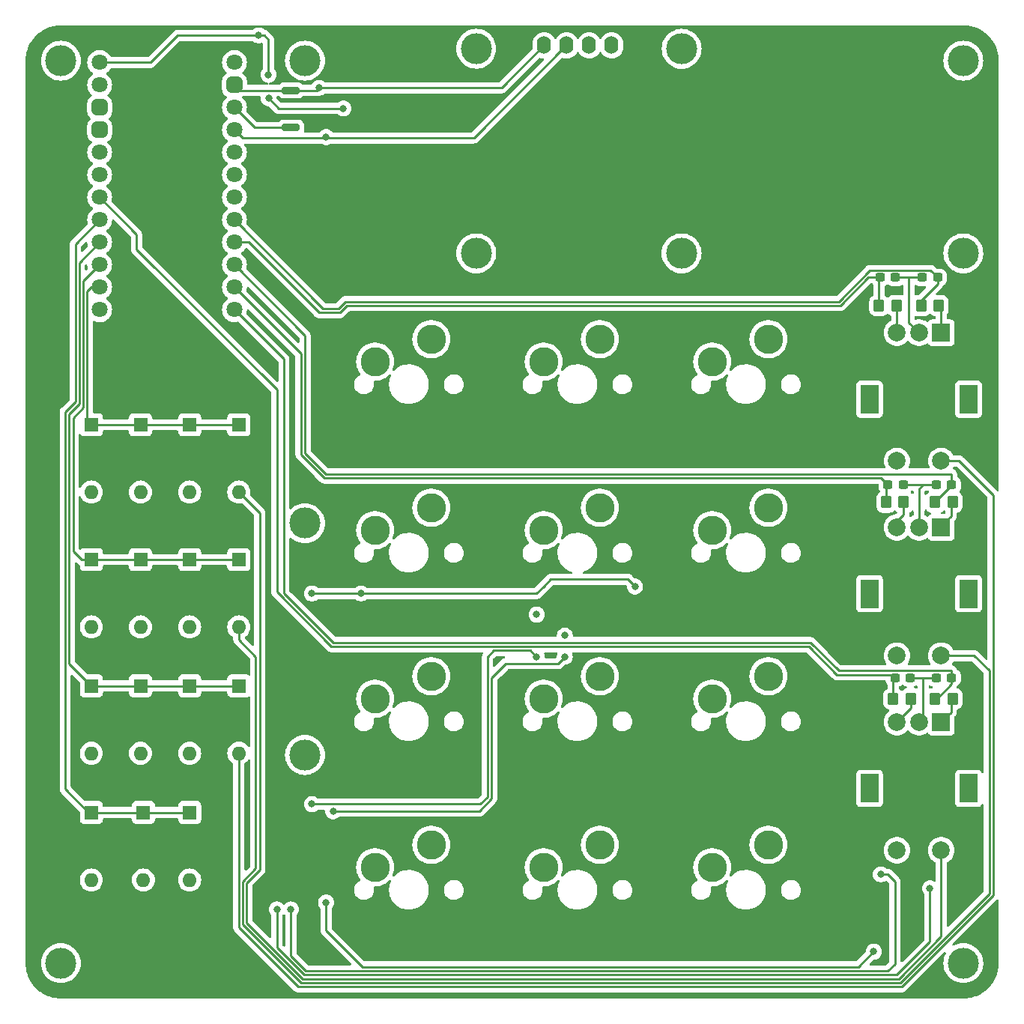
<source format=gtl>
G04 #@! TF.GenerationSoftware,KiCad,Pcbnew,7.0.5*
G04 #@! TF.CreationDate,2023-07-29T23:22:17-07:00*
G04 #@! TF.ProjectId,Custom_KeyPad,43757374-6f6d-45f4-9b65-795061642e6b,rev?*
G04 #@! TF.SameCoordinates,Original*
G04 #@! TF.FileFunction,Copper,L1,Top*
G04 #@! TF.FilePolarity,Positive*
%FSLAX46Y46*%
G04 Gerber Fmt 4.6, Leading zero omitted, Abs format (unit mm)*
G04 Created by KiCad (PCBNEW 7.0.5) date 2023-07-29 23:22:17*
%MOMM*%
%LPD*%
G01*
G04 APERTURE LIST*
G04 Aperture macros list*
%AMRoundRect*
0 Rectangle with rounded corners*
0 $1 Rounding radius*
0 $2 $3 $4 $5 $6 $7 $8 $9 X,Y pos of 4 corners*
0 Add a 4 corners polygon primitive as box body*
4,1,4,$2,$3,$4,$5,$6,$7,$8,$9,$2,$3,0*
0 Add four circle primitives for the rounded corners*
1,1,$1+$1,$2,$3*
1,1,$1+$1,$4,$5*
1,1,$1+$1,$6,$7*
1,1,$1+$1,$8,$9*
0 Add four rect primitives between the rounded corners*
20,1,$1+$1,$2,$3,$4,$5,0*
20,1,$1+$1,$4,$5,$6,$7,0*
20,1,$1+$1,$6,$7,$8,$9,0*
20,1,$1+$1,$8,$9,$2,$3,0*%
G04 Aperture macros list end*
G04 #@! TA.AperFunction,ComponentPad*
%ADD10C,2.600000*%
G04 #@! TD*
G04 #@! TA.AperFunction,ConnectorPad*
%ADD11C,3.500000*%
G04 #@! TD*
G04 #@! TA.AperFunction,ComponentPad*
%ADD12R,1.600000X1.600000*%
G04 #@! TD*
G04 #@! TA.AperFunction,ComponentPad*
%ADD13O,1.600000X1.600000*%
G04 #@! TD*
G04 #@! TA.AperFunction,ComponentPad*
%ADD14R,2.000000X2.000000*%
G04 #@! TD*
G04 #@! TA.AperFunction,ComponentPad*
%ADD15C,2.000000*%
G04 #@! TD*
G04 #@! TA.AperFunction,ComponentPad*
%ADD16R,2.000000X3.200000*%
G04 #@! TD*
G04 #@! TA.AperFunction,SMDPad,CuDef*
%ADD17RoundRect,0.250000X-0.350000X-0.450000X0.350000X-0.450000X0.350000X0.450000X-0.350000X0.450000X0*%
G04 #@! TD*
G04 #@! TA.AperFunction,SMDPad,CuDef*
%ADD18RoundRect,0.237500X-0.300000X-0.237500X0.300000X-0.237500X0.300000X0.237500X-0.300000X0.237500X0*%
G04 #@! TD*
G04 #@! TA.AperFunction,ComponentPad*
%ADD19C,1.800000*%
G04 #@! TD*
G04 #@! TA.AperFunction,ComponentPad*
%ADD20RoundRect,0.450000X-0.450000X-0.450000X0.450000X-0.450000X0.450000X0.450000X-0.450000X0.450000X0*%
G04 #@! TD*
G04 #@! TA.AperFunction,SMDPad,CuDef*
%ADD21RoundRect,0.200000X0.800000X-0.200000X0.800000X0.200000X-0.800000X0.200000X-0.800000X-0.200000X0*%
G04 #@! TD*
G04 #@! TA.AperFunction,SMDPad,CuDef*
%ADD22RoundRect,0.237500X0.300000X0.237500X-0.300000X0.237500X-0.300000X-0.237500X0.300000X-0.237500X0*%
G04 #@! TD*
G04 #@! TA.AperFunction,ComponentPad*
%ADD23O,1.600000X2.000000*%
G04 #@! TD*
G04 #@! TA.AperFunction,ComponentPad*
%ADD24C,3.300000*%
G04 #@! TD*
G04 #@! TA.AperFunction,ViaPad*
%ADD25C,0.800000*%
G04 #@! TD*
G04 #@! TA.AperFunction,Conductor*
%ADD26C,0.250000*%
G04 #@! TD*
G04 APERTURE END LIST*
D10*
X203000000Y-60772695D03*
D11*
X203000000Y-60772695D03*
X128587500Y-91281250D03*
D10*
X128587500Y-91281250D03*
D12*
X104443750Y-95380000D03*
D13*
X104443750Y-103000000D03*
D14*
X200500000Y-91750000D03*
D15*
X195500000Y-91750000D03*
X198000000Y-91750000D03*
D16*
X203600000Y-99250000D03*
X192400000Y-99250000D03*
D15*
X195500000Y-106250000D03*
X200500000Y-106250000D03*
D12*
X115556250Y-95380000D03*
D13*
X115556250Y-103000000D03*
D17*
X199818750Y-111125000D03*
X201818750Y-111125000D03*
D12*
X121112500Y-109667500D03*
D13*
X121112500Y-117287500D03*
D17*
X194262500Y-88900000D03*
X196262500Y-88900000D03*
D10*
X128587500Y-39000000D03*
D11*
X128587500Y-39000000D03*
D14*
X200500000Y-113750000D03*
D15*
X195500000Y-113750000D03*
X198000000Y-113750000D03*
D16*
X203600000Y-121250000D03*
X192400000Y-121250000D03*
D15*
X195500000Y-128250000D03*
X200500000Y-128250000D03*
D12*
X110331250Y-123983750D03*
D13*
X110331250Y-131603750D03*
D12*
X115556250Y-123983750D03*
D13*
X115556250Y-131603750D03*
D12*
X115556250Y-109667500D03*
D13*
X115556250Y-117287500D03*
D18*
X199956250Y-86954230D03*
X201681250Y-86954230D03*
D12*
X121112500Y-95380000D03*
D13*
X121112500Y-103000000D03*
D10*
X128587500Y-117475000D03*
D11*
X128587500Y-117475000D03*
D18*
X198368750Y-63500000D03*
X200093750Y-63500000D03*
D17*
X193468750Y-66675000D03*
X195468750Y-66675000D03*
D14*
X200500000Y-69750000D03*
D15*
X195500000Y-69750000D03*
X198000000Y-69750000D03*
D16*
X203600000Y-77250000D03*
X192400000Y-77250000D03*
D15*
X195500000Y-84250000D03*
X200500000Y-84250000D03*
D10*
X101000000Y-39000000D03*
D11*
X101000000Y-39000000D03*
D10*
X171153689Y-60772695D03*
D11*
X171153689Y-60772695D03*
D12*
X121112500Y-80140000D03*
D13*
X121112500Y-87760000D03*
D19*
X105380000Y-39211250D03*
X105380000Y-41751250D03*
D20*
X105380000Y-44291250D03*
X105380000Y-46831250D03*
D19*
X105380000Y-49371250D03*
X105380000Y-51911250D03*
X105380000Y-54451250D03*
X105380000Y-56991250D03*
X105380000Y-59531250D03*
X105380000Y-62071250D03*
X105380000Y-64611250D03*
X105380000Y-67151250D03*
X120620000Y-39211250D03*
D20*
X120620000Y-41751250D03*
D19*
X120620000Y-44291250D03*
X120620000Y-46831250D03*
X120620000Y-49371250D03*
X120620000Y-51911250D03*
X120620000Y-54451250D03*
X120620000Y-56991250D03*
X120620000Y-59531250D03*
X120620000Y-62071250D03*
X120620000Y-64611250D03*
X120620000Y-67151250D03*
D12*
X104443750Y-80140000D03*
D13*
X104443750Y-87760000D03*
D10*
X203000000Y-39000000D03*
D11*
X203000000Y-39000000D03*
D10*
X147947592Y-60772480D03*
D11*
X147947592Y-60772480D03*
D21*
X127000000Y-46550000D03*
X127000000Y-42350000D03*
D18*
X199956250Y-108743750D03*
X201681250Y-108743750D03*
D12*
X110000000Y-80140000D03*
D13*
X110000000Y-87760000D03*
D10*
X171158857Y-37656395D03*
D11*
X171158857Y-37656395D03*
D12*
X110000000Y-95380000D03*
D13*
X110000000Y-103000000D03*
D12*
X115556250Y-80140000D03*
D13*
X115556250Y-87760000D03*
D12*
X104443750Y-109667500D03*
D13*
X104443750Y-117287500D03*
D10*
X101000000Y-141000000D03*
D11*
X101000000Y-141000000D03*
D12*
X104443750Y-123983750D03*
D13*
X104443750Y-131603750D03*
D10*
X147943149Y-37649935D03*
D11*
X147943149Y-37649935D03*
D22*
X196189858Y-86954230D03*
X194464858Y-86954230D03*
D12*
X110000000Y-109667500D03*
D13*
X110000000Y-117287500D03*
D22*
X195331250Y-63500000D03*
X193606250Y-63500000D03*
D17*
X199818750Y-88900000D03*
X201818750Y-88900000D03*
D23*
X155623750Y-37262500D03*
X158163750Y-37262500D03*
X160703750Y-37262500D03*
X163243750Y-37262500D03*
D17*
X198231250Y-66675000D03*
X200231250Y-66675000D03*
X195056250Y-111125000D03*
X197056250Y-111125000D03*
D22*
X196987500Y-108743750D03*
X195262500Y-108743750D03*
D10*
X203000000Y-141000000D03*
D11*
X203000000Y-141000000D03*
D24*
X136525000Y-130175000D03*
X142875000Y-127635000D03*
X155575000Y-92075000D03*
X161925000Y-89535000D03*
X136525000Y-92075000D03*
X142875000Y-89535000D03*
X136525000Y-111125000D03*
X142875000Y-108585000D03*
X174625000Y-73025000D03*
X180975000Y-70485000D03*
X155575000Y-73025000D03*
X161925000Y-70485000D03*
X155575000Y-111125000D03*
X161925000Y-108585000D03*
X174625000Y-130175000D03*
X180975000Y-127635000D03*
X155575000Y-130175000D03*
X161925000Y-127635000D03*
X174625000Y-92075000D03*
X180975000Y-89535000D03*
X174625000Y-111125000D03*
X180975000Y-108585000D03*
X136525000Y-73025000D03*
X142875000Y-70485000D03*
D25*
X157956250Y-106362500D03*
X192881250Y-139700000D03*
X130968750Y-134143750D03*
X157956250Y-103981250D03*
X130175000Y-42068750D03*
X131762500Y-123825000D03*
X130968750Y-47625000D03*
X134937500Y-99218750D03*
X193675000Y-130968750D03*
X129381250Y-99218750D03*
X165893750Y-98425000D03*
X127000000Y-134937500D03*
X125412500Y-134937500D03*
X199231250Y-132556250D03*
X154781250Y-101600000D03*
X129381250Y-123031250D03*
X154781250Y-106362500D03*
X124480000Y-43250000D03*
X132930000Y-44400000D03*
X124470000Y-40580000D03*
X123362774Y-36146434D03*
D26*
X126206250Y-72737500D02*
X120620000Y-67151250D01*
X185737500Y-104775000D02*
X131762500Y-104775000D01*
X131762500Y-104775000D02*
X126206250Y-99218750D01*
X188912500Y-107950000D02*
X185737500Y-104775000D01*
X126206250Y-99218750D02*
X126206250Y-72737500D01*
X194468750Y-107950000D02*
X188912500Y-107950000D01*
X109537500Y-58608750D02*
X105380000Y-54451250D01*
X109537500Y-60325000D02*
X109537500Y-58608750D01*
X125412500Y-76200000D02*
X109537500Y-60325000D01*
X125412500Y-99061396D02*
X125412500Y-76200000D01*
X185551104Y-105225000D02*
X131576104Y-105225000D01*
X188726104Y-108400000D02*
X185551104Y-105225000D01*
X194918750Y-108400000D02*
X188726104Y-108400000D01*
X195262500Y-108743750D02*
X194918750Y-108400000D01*
X131576104Y-105225000D02*
X125412500Y-99061396D01*
X195500000Y-69750000D02*
X195500000Y-66706250D01*
X195500000Y-66706250D02*
X195468750Y-66675000D01*
X105380000Y-64611250D02*
X104457500Y-64611250D01*
X104457500Y-64611250D02*
X103981250Y-65087500D01*
X103981250Y-79677500D02*
X103981250Y-65087500D01*
X121112500Y-80140000D02*
X115556250Y-80140000D01*
X104443750Y-80140000D02*
X103981250Y-79677500D01*
X110000000Y-80140000D02*
X104443750Y-80140000D01*
X115556250Y-80140000D02*
X110000000Y-80140000D01*
X105380000Y-62071250D02*
X103531250Y-63920000D01*
X121112500Y-95380000D02*
X115556250Y-95380000D01*
X103531250Y-78237500D02*
X103531250Y-64293750D01*
X110000000Y-95380000D02*
X104443750Y-95380000D01*
X115556250Y-95380000D02*
X110000000Y-95380000D01*
X102393750Y-94456250D02*
X102393750Y-79375000D01*
X104443750Y-95380000D02*
X103317500Y-95380000D01*
X103317500Y-95380000D02*
X102393750Y-94456250D01*
X103531250Y-63920000D02*
X103531250Y-64293750D01*
X102393750Y-79375000D02*
X103531250Y-78237500D01*
X105380000Y-59531250D02*
X103081250Y-61830000D01*
X110000000Y-109667500D02*
X104443750Y-109667500D01*
X103081250Y-61830000D02*
X103081250Y-62706250D01*
X104443750Y-109667500D02*
X101943750Y-107167500D01*
X115556250Y-109667500D02*
X110000000Y-109667500D01*
X121112500Y-109667500D02*
X115556250Y-109667500D01*
X101943750Y-107167500D02*
X101943750Y-78925000D01*
X103081250Y-77787500D02*
X103081250Y-62706250D01*
X101943750Y-78925000D02*
X103081250Y-77787500D01*
X188912500Y-66225000D02*
X192437500Y-62700000D01*
X198231250Y-66087500D02*
X200093750Y-64225000D01*
X198231250Y-66675000D02*
X198231250Y-66087500D01*
X130647500Y-67018750D02*
X132369854Y-67018750D01*
X199293750Y-62700000D02*
X192437500Y-62700000D01*
X132369854Y-67018750D02*
X133163604Y-66225000D01*
X200093750Y-63500000D02*
X199293750Y-62700000D01*
X133163604Y-66225000D02*
X188912500Y-66225000D01*
X200093750Y-64225000D02*
X200093750Y-63500000D01*
X120620000Y-56991250D02*
X130647500Y-67018750D01*
X193468750Y-66675000D02*
X193468750Y-63637500D01*
X193606250Y-63500000D02*
X192273896Y-63500000D01*
X192273896Y-63500000D02*
X189098896Y-66675000D01*
X188912500Y-66675000D02*
X133350000Y-66675000D01*
X189098896Y-66675000D02*
X188912500Y-66675000D01*
X122237500Y-59531250D02*
X120620000Y-59531250D01*
X193468750Y-63637500D02*
X193606250Y-63500000D01*
X133350000Y-66675000D02*
X132556250Y-67468750D01*
X130175000Y-67468750D02*
X122237500Y-59531250D01*
X132556250Y-67468750D02*
X130175000Y-67468750D01*
X201681250Y-87037500D02*
X201681250Y-86954230D01*
X201681250Y-85793750D02*
X201612500Y-85725000D01*
X130968750Y-85725000D02*
X128587500Y-83343750D01*
X201612500Y-85725000D02*
X130968750Y-85725000D01*
X199818750Y-88900000D02*
X201681250Y-87037500D01*
X128587500Y-70038750D02*
X120620000Y-62071250D01*
X128587500Y-83343750D02*
X128587500Y-70038750D01*
X201681250Y-86954230D02*
X201681250Y-85793750D01*
X193685628Y-86175000D02*
X130782354Y-86175000D01*
X128137500Y-83530146D02*
X128137500Y-72128750D01*
X194262500Y-88900000D02*
X194262500Y-87156588D01*
X194262500Y-87156588D02*
X194464858Y-86954230D01*
X128137500Y-72128750D02*
X120620000Y-64611250D01*
X130782354Y-86175000D02*
X128137500Y-83530146D01*
X194464858Y-86954230D02*
X193685628Y-86175000D01*
X195056250Y-108950000D02*
X195262500Y-108743750D01*
X195056250Y-111125000D02*
X195056250Y-108950000D01*
X198437500Y-86954230D02*
X199956250Y-86954230D01*
X129893750Y-42350000D02*
X127000000Y-42350000D01*
X195331250Y-63500000D02*
X196850000Y-63500000D01*
X151262500Y-107156250D02*
X157162500Y-107156250D01*
X196850000Y-63500000D02*
X196850000Y-68600000D01*
X135068750Y-141418750D02*
X130968750Y-137318750D01*
X130175000Y-42068750D02*
X150817500Y-42068750D01*
X148273896Y-123825000D02*
X149675000Y-122423896D01*
X149675000Y-108743750D02*
X151262500Y-107156250D01*
X192881250Y-139700000D02*
X191162500Y-141418750D01*
X198000000Y-87391730D02*
X198000000Y-91750000D01*
X198437500Y-113312500D02*
X198000000Y-113750000D01*
X127281250Y-42068750D02*
X127000000Y-42350000D01*
X149675000Y-122423896D02*
X149675000Y-108743750D01*
X150817500Y-42068750D02*
X155623750Y-37262500D01*
X157162500Y-107156250D02*
X157956250Y-106362500D01*
X198437500Y-86954230D02*
X198000000Y-87391730D01*
X130175000Y-42068750D02*
X129893750Y-42350000D01*
X127000000Y-42350000D02*
X121218750Y-42350000D01*
X130968750Y-137318750D02*
X130968750Y-134143750D01*
X196189858Y-86954230D02*
X198437500Y-86954230D01*
X131762500Y-123825000D02*
X148273896Y-123825000D01*
X191162500Y-141418750D02*
X135068750Y-141418750D01*
X196850000Y-68600000D02*
X198000000Y-69750000D01*
X121218750Y-42350000D02*
X120620000Y-41751250D01*
X198437500Y-108743750D02*
X199956250Y-108743750D01*
X196850000Y-63500000D02*
X198368750Y-63500000D01*
X198437500Y-108743750D02*
X198437500Y-113312500D01*
X196987500Y-108743750D02*
X198437500Y-108743750D01*
X101493750Y-78687500D02*
X102631250Y-77550000D01*
X104140000Y-123983750D02*
X101493750Y-121337500D01*
X102631250Y-77550000D02*
X102631250Y-60325000D01*
X102631250Y-59740000D02*
X102631250Y-60325000D01*
X115556250Y-123983750D02*
X110331250Y-123983750D01*
X110331250Y-123983750D02*
X104443750Y-123983750D01*
X105380000Y-56991250D02*
X102631250Y-59740000D01*
X101493750Y-121337500D02*
X101493750Y-78687500D01*
X104443750Y-123983750D02*
X104140000Y-123983750D01*
X201606250Y-107943750D02*
X194475000Y-107943750D01*
X200025000Y-111125000D02*
X201681250Y-109468750D01*
X194700000Y-107950000D02*
X194468750Y-107950000D01*
X201681250Y-108018750D02*
X201606250Y-107943750D01*
X201681250Y-108743750D02*
X201681250Y-108018750D01*
X194475000Y-107943750D02*
X194468750Y-107950000D01*
X199818750Y-111125000D02*
X200025000Y-111125000D01*
X201681250Y-109468750D02*
X201681250Y-108743750D01*
X155575000Y-98425000D02*
X156368750Y-97631250D01*
X129381250Y-99218750D02*
X134937500Y-99218750D01*
X156368750Y-97631250D02*
X157162500Y-97631250D01*
X157162500Y-97631250D02*
X165100000Y-97631250D01*
X130862500Y-47731250D02*
X121520000Y-47731250D01*
X158163750Y-37262500D02*
X147695000Y-47731250D01*
X128696688Y-141868750D02*
X194468750Y-141868750D01*
X134937500Y-99218750D02*
X154781250Y-99218750D01*
X127000000Y-134937500D02*
X127000000Y-140172062D01*
X147695000Y-47731250D02*
X131075000Y-47731250D01*
X127000000Y-140172062D02*
X128696688Y-141868750D01*
X131075000Y-47731250D02*
X130968750Y-47625000D01*
X154781250Y-99218750D02*
X155575000Y-98425000D01*
X194468750Y-141868750D02*
X195262500Y-141075000D01*
X130968750Y-47625000D02*
X130862500Y-47731250D01*
X165100000Y-97631250D02*
X165893750Y-98425000D01*
X195262500Y-141075000D02*
X195262500Y-131762500D01*
X195262500Y-131762500D02*
X194468750Y-130968750D01*
X121520000Y-47731250D02*
X120620000Y-46831250D01*
X194468750Y-130968750D02*
X193675000Y-130968750D01*
X206375000Y-133350000D02*
X196056250Y-143668750D01*
X202518750Y-84250000D02*
X206375000Y-88106250D01*
X127793750Y-143668750D02*
X121112500Y-136987500D01*
X200500000Y-84250000D02*
X202518750Y-84250000D01*
X121112500Y-136987500D02*
X121112500Y-117287500D01*
X196056250Y-143668750D02*
X127793750Y-143668750D01*
X206375000Y-88106250D02*
X206375000Y-133350000D01*
X205925000Y-107950000D02*
X204225000Y-106250000D01*
X195869854Y-143218750D02*
X205925000Y-133163604D01*
X204225000Y-106250000D02*
X200500000Y-106250000D01*
X123031250Y-130293750D02*
X121562500Y-131762500D01*
X121112500Y-103000000D02*
X121112500Y-104443750D01*
X121562500Y-131762500D02*
X121562500Y-136643750D01*
X121562500Y-136643750D02*
X128137500Y-143218750D01*
X121112500Y-104443750D02*
X123031250Y-106362500D01*
X128137500Y-143218750D02*
X195869854Y-143218750D01*
X205925000Y-133163604D02*
X205925000Y-107950000D01*
X123031250Y-106362500D02*
X123031250Y-130293750D01*
X128323896Y-142768750D02*
X122012500Y-136457354D01*
X200500000Y-137952208D02*
X195683458Y-142768750D01*
X123481250Y-90128750D02*
X121112500Y-87760000D01*
X122012500Y-136457354D02*
X122012500Y-131948896D01*
X122012500Y-131948896D02*
X123481250Y-130480146D01*
X195683458Y-142768750D02*
X128323896Y-142768750D01*
X200500000Y-128250000D02*
X200500000Y-137952208D01*
X123481250Y-130480146D02*
X123481250Y-90128750D01*
X199231250Y-138584562D02*
X195497062Y-142318750D01*
X199231250Y-132556250D02*
X199231250Y-138584562D01*
X195497062Y-142318750D02*
X128510292Y-142318750D01*
X125412500Y-139220958D02*
X125412500Y-134937500D01*
X128510292Y-142318750D02*
X125412500Y-139220958D01*
X149912500Y-105675000D02*
X154093750Y-105675000D01*
X154093750Y-105675000D02*
X154781250Y-106362500D01*
X148431250Y-123031250D02*
X149225000Y-122237500D01*
X149225000Y-122237500D02*
X149225000Y-106362500D01*
X129381250Y-123031250D02*
X148431250Y-123031250D01*
X149225000Y-106362500D02*
X149912500Y-105675000D01*
X122878750Y-46550000D02*
X120620000Y-44291250D01*
X127000000Y-46550000D02*
X122878750Y-46550000D01*
X200500000Y-66943750D02*
X200231250Y-66675000D01*
X200500000Y-69750000D02*
X200500000Y-66943750D01*
X195500000Y-91043750D02*
X196262500Y-90281250D01*
X196262500Y-90281250D02*
X196262500Y-88900000D01*
X195500000Y-91750000D02*
X195500000Y-91043750D01*
X201612500Y-89106250D02*
X201818750Y-88900000D01*
X200500000Y-91750000D02*
X200500000Y-91600000D01*
X201612500Y-90487500D02*
X201612500Y-89106250D01*
X200500000Y-91600000D02*
X201612500Y-90487500D01*
X195500000Y-113750000D02*
X197056250Y-112193750D01*
X197056250Y-112193750D02*
X197056250Y-111125000D01*
X201612500Y-111331250D02*
X201818750Y-111125000D01*
X200500000Y-113750000D02*
X201612500Y-112637500D01*
X201612500Y-112637500D02*
X201612500Y-111331250D01*
X125630000Y-44400000D02*
X124480000Y-43250000D01*
X124470000Y-40580000D02*
X124470000Y-36620000D01*
X111128750Y-39211250D02*
X105380000Y-39211250D01*
X123996434Y-36146434D02*
X123362774Y-36146434D01*
X114193566Y-36146434D02*
X111128750Y-39211250D01*
X132930000Y-44400000D02*
X125630000Y-44400000D01*
X124470000Y-36620000D02*
X123996434Y-36146434D01*
X123362774Y-36146434D02*
X114193566Y-36146434D01*
G04 #@! TA.AperFunction,NonConductor*
G36*
X155171422Y-38690084D02*
G01*
X155172024Y-38687838D01*
X155280792Y-38716981D01*
X155397058Y-38748135D01*
X155496721Y-38756854D01*
X155561789Y-38782306D01*
X155602768Y-38838897D01*
X155606646Y-38908659D01*
X155573594Y-38968063D01*
X147472228Y-47069431D01*
X147410905Y-47102916D01*
X147384547Y-47105750D01*
X131768166Y-47105750D01*
X131701127Y-47086065D01*
X131676016Y-47064722D01*
X131574620Y-46952111D01*
X131421484Y-46840851D01*
X131421479Y-46840848D01*
X131248557Y-46763857D01*
X131248552Y-46763855D01*
X131102750Y-46732865D01*
X131063396Y-46724500D01*
X130874104Y-46724500D01*
X130841647Y-46731398D01*
X130688947Y-46763855D01*
X130688942Y-46763857D01*
X130516020Y-46840848D01*
X130516015Y-46840851D01*
X130362879Y-46952111D01*
X130261484Y-47064722D01*
X130201997Y-47101371D01*
X130169334Y-47105750D01*
X128591387Y-47105750D01*
X128524348Y-47086065D01*
X128478593Y-47033261D01*
X128468649Y-46964103D01*
X128473001Y-46944861D01*
X128473435Y-46943469D01*
X128494086Y-46877196D01*
X128500500Y-46806616D01*
X128500500Y-46293384D01*
X128494086Y-46222804D01*
X128443478Y-46060394D01*
X128355472Y-45914815D01*
X128355470Y-45914813D01*
X128355469Y-45914811D01*
X128235188Y-45794530D01*
X128089606Y-45706522D01*
X128086897Y-45705678D01*
X127927196Y-45655914D01*
X127927194Y-45655913D01*
X127927192Y-45655913D01*
X127877778Y-45651423D01*
X127856616Y-45649500D01*
X126143384Y-45649500D01*
X126124145Y-45651248D01*
X126072807Y-45655913D01*
X125910393Y-45706522D01*
X125764811Y-45794530D01*
X125764810Y-45794531D01*
X125671161Y-45888181D01*
X125609838Y-45921666D01*
X125583480Y-45924500D01*
X123189202Y-45924500D01*
X123122163Y-45904815D01*
X123101521Y-45888181D01*
X122001347Y-44788007D01*
X121967862Y-44726684D01*
X121968822Y-44669888D01*
X122006134Y-44522555D01*
X122025300Y-44291250D01*
X122025300Y-44291243D01*
X122006135Y-44059952D01*
X122006133Y-44059941D01*
X121949157Y-43834949D01*
X121855924Y-43622401D01*
X121728983Y-43428102D01*
X121728980Y-43428099D01*
X121728979Y-43428097D01*
X121571784Y-43257337D01*
X121571779Y-43257333D01*
X121571777Y-43257331D01*
X121534983Y-43228693D01*
X121494170Y-43171983D01*
X121490495Y-43102210D01*
X121525127Y-43041527D01*
X121553729Y-43020933D01*
X121595751Y-42998984D01*
X121595757Y-42998978D01*
X121600335Y-42995963D01*
X121667143Y-42975508D01*
X121668570Y-42975500D01*
X123465675Y-42975500D01*
X123532714Y-42995185D01*
X123578469Y-43047989D01*
X123588995Y-43112459D01*
X123583402Y-43165679D01*
X123575162Y-43244086D01*
X123574540Y-43250000D01*
X123594326Y-43438256D01*
X123594327Y-43438259D01*
X123652818Y-43618277D01*
X123652821Y-43618284D01*
X123747467Y-43782216D01*
X123824513Y-43867784D01*
X123874129Y-43922888D01*
X124027265Y-44034148D01*
X124027270Y-44034151D01*
X124200192Y-44111142D01*
X124200197Y-44111144D01*
X124385354Y-44150500D01*
X124444548Y-44150500D01*
X124511587Y-44170185D01*
X124532229Y-44186819D01*
X125129194Y-44783784D01*
X125139019Y-44796048D01*
X125139240Y-44795866D01*
X125144210Y-44801874D01*
X125193949Y-44848582D01*
X125195316Y-44849906D01*
X125215530Y-44870120D01*
X125221004Y-44874366D01*
X125225442Y-44878156D01*
X125259418Y-44910062D01*
X125259422Y-44910064D01*
X125276973Y-44919713D01*
X125293231Y-44930392D01*
X125309064Y-44942674D01*
X125331015Y-44952172D01*
X125351837Y-44961183D01*
X125357081Y-44963752D01*
X125397908Y-44986197D01*
X125417312Y-44991179D01*
X125435710Y-44997478D01*
X125454105Y-45005438D01*
X125500129Y-45012726D01*
X125505832Y-45013907D01*
X125550981Y-45025500D01*
X125571016Y-45025500D01*
X125590413Y-45027026D01*
X125610196Y-45030160D01*
X125656583Y-45025775D01*
X125662422Y-45025500D01*
X132226252Y-45025500D01*
X132293291Y-45045185D01*
X132318400Y-45066526D01*
X132324126Y-45072885D01*
X132324130Y-45072889D01*
X132477265Y-45184148D01*
X132477270Y-45184151D01*
X132650192Y-45261142D01*
X132650197Y-45261144D01*
X132835354Y-45300500D01*
X132835355Y-45300500D01*
X133024644Y-45300500D01*
X133024646Y-45300500D01*
X133209803Y-45261144D01*
X133382730Y-45184151D01*
X133535871Y-45072888D01*
X133662533Y-44932216D01*
X133757179Y-44768284D01*
X133815674Y-44588256D01*
X133835460Y-44400000D01*
X133815674Y-44211744D01*
X133757179Y-44031716D01*
X133662533Y-43867784D01*
X133535871Y-43727112D01*
X133535870Y-43727111D01*
X133382734Y-43615851D01*
X133382729Y-43615848D01*
X133209807Y-43538857D01*
X133209802Y-43538855D01*
X133064000Y-43507865D01*
X133024646Y-43499500D01*
X132835354Y-43499500D01*
X132802897Y-43506398D01*
X132650197Y-43538855D01*
X132650192Y-43538857D01*
X132477270Y-43615848D01*
X132477265Y-43615851D01*
X132324130Y-43727110D01*
X132324126Y-43727114D01*
X132318400Y-43733474D01*
X132258913Y-43770121D01*
X132226252Y-43774500D01*
X125940452Y-43774500D01*
X125873413Y-43754815D01*
X125852771Y-43738181D01*
X125418960Y-43304369D01*
X125385475Y-43243046D01*
X125383323Y-43229668D01*
X125371004Y-43112459D01*
X125383574Y-43043731D01*
X125431306Y-42992707D01*
X125494325Y-42975500D01*
X125583480Y-42975500D01*
X125650519Y-42995185D01*
X125671161Y-43011819D01*
X125764811Y-43105469D01*
X125764813Y-43105470D01*
X125764815Y-43105472D01*
X125910394Y-43193478D01*
X126072804Y-43244086D01*
X126143384Y-43250500D01*
X126143387Y-43250500D01*
X127856613Y-43250500D01*
X127856616Y-43250500D01*
X127927196Y-43244086D01*
X128089606Y-43193478D01*
X128235185Y-43105472D01*
X128278913Y-43061744D01*
X128328839Y-43011819D01*
X128390162Y-42978334D01*
X128416520Y-42975500D01*
X129811007Y-42975500D01*
X129826627Y-42977224D01*
X129826654Y-42976939D01*
X129834416Y-42977673D01*
X129834416Y-42977672D01*
X129834417Y-42977673D01*
X129837749Y-42977568D01*
X129902597Y-42975531D01*
X129904544Y-42975500D01*
X129933097Y-42975500D01*
X129933100Y-42975500D01*
X129939978Y-42974630D01*
X129945791Y-42974172D01*
X129992377Y-42972709D01*
X130006508Y-42968602D01*
X130066890Y-42966388D01*
X130080354Y-42969250D01*
X130269644Y-42969250D01*
X130269646Y-42969250D01*
X130454803Y-42929894D01*
X130627730Y-42852901D01*
X130780871Y-42741638D01*
X130783788Y-42738397D01*
X130786600Y-42735276D01*
X130846087Y-42698629D01*
X130878748Y-42694250D01*
X150734757Y-42694250D01*
X150750377Y-42695974D01*
X150750404Y-42695689D01*
X150758166Y-42696423D01*
X150758166Y-42696422D01*
X150758167Y-42696423D01*
X150761499Y-42696318D01*
X150826347Y-42694281D01*
X150828294Y-42694250D01*
X150856847Y-42694250D01*
X150856850Y-42694250D01*
X150863728Y-42693380D01*
X150869541Y-42692922D01*
X150916127Y-42691459D01*
X150935369Y-42685867D01*
X150954412Y-42681924D01*
X150974292Y-42679414D01*
X151017622Y-42662257D01*
X151023146Y-42660367D01*
X151026896Y-42659277D01*
X151067890Y-42647368D01*
X151085129Y-42637172D01*
X151102603Y-42628612D01*
X151121227Y-42621238D01*
X151121227Y-42621237D01*
X151121232Y-42621236D01*
X151158949Y-42593832D01*
X151163805Y-42590642D01*
X151203920Y-42566920D01*
X151218089Y-42552749D01*
X151232879Y-42540118D01*
X151249087Y-42528344D01*
X151278799Y-42492426D01*
X151282712Y-42488126D01*
X155051268Y-38719571D01*
X155112589Y-38686088D01*
X155171422Y-38690084D01*
G37*
G04 #@! TD.AperFunction*
G04 #@! TA.AperFunction,NonConductor*
G36*
X103897410Y-59460942D02*
G01*
X103953343Y-59502814D01*
X103977652Y-59566884D01*
X103993865Y-59762551D01*
X104031175Y-59909886D01*
X104028550Y-59979706D01*
X103998650Y-60028007D01*
X103468431Y-60558227D01*
X103407108Y-60591712D01*
X103337417Y-60586728D01*
X103281483Y-60544857D01*
X103257066Y-60479392D01*
X103256750Y-60470546D01*
X103256750Y-60050450D01*
X103276435Y-59983411D01*
X103293064Y-59962774D01*
X103766397Y-59489441D01*
X103827718Y-59455958D01*
X103897410Y-59460942D01*
G37*
G04 #@! TD.AperFunction*
G04 #@! TA.AperFunction,NonConductor*
G36*
X103897410Y-62000943D02*
G01*
X103953343Y-62042815D01*
X103977652Y-62106885D01*
X103993865Y-62302551D01*
X104031175Y-62449886D01*
X104028550Y-62519706D01*
X103998650Y-62568007D01*
X103918430Y-62648227D01*
X103857109Y-62681712D01*
X103787417Y-62676728D01*
X103731483Y-62634857D01*
X103707066Y-62569393D01*
X103706750Y-62560546D01*
X103706750Y-62140451D01*
X103726435Y-62073412D01*
X103743065Y-62052774D01*
X103766396Y-62029443D01*
X103827718Y-61995959D01*
X103897410Y-62000943D01*
G37*
G04 #@! TD.AperFunction*
G04 #@! TA.AperFunction,NonConductor*
G36*
X197664597Y-64355311D02*
G01*
X197754725Y-64410903D01*
X197754728Y-64410904D01*
X197754734Y-64410908D01*
X197918497Y-64465174D01*
X198019573Y-64475500D01*
X198659297Y-64475499D01*
X198726336Y-64495183D01*
X198772091Y-64547987D01*
X198782035Y-64617146D01*
X198753010Y-64680702D01*
X198746978Y-64687180D01*
X197995976Y-65438181D01*
X197934653Y-65471666D01*
X197908297Y-65474500D01*
X197831249Y-65474500D01*
X197831230Y-65474501D01*
X197728453Y-65485000D01*
X197728450Y-65485001D01*
X197638504Y-65514807D01*
X197568676Y-65517209D01*
X197508634Y-65481477D01*
X197477441Y-65418957D01*
X197475500Y-65397101D01*
X197475500Y-64460849D01*
X197495185Y-64393810D01*
X197547989Y-64348055D01*
X197617147Y-64338111D01*
X197664597Y-64355311D01*
G37*
G04 #@! TD.AperFunction*
G04 #@! TA.AperFunction,NonConductor*
G36*
X194512080Y-64277869D02*
G01*
X194556428Y-64306368D01*
X194570400Y-64320340D01*
X194717234Y-64410908D01*
X194880997Y-64465174D01*
X194982073Y-64475500D01*
X195680426Y-64475499D01*
X195680434Y-64475498D01*
X195680437Y-64475498D01*
X195735780Y-64469844D01*
X195781503Y-64465174D01*
X195945266Y-64410908D01*
X196035403Y-64355310D01*
X196102795Y-64336870D01*
X196169459Y-64357792D01*
X196214228Y-64411434D01*
X196224500Y-64460849D01*
X196224500Y-65397101D01*
X196204815Y-65464140D01*
X196152011Y-65509895D01*
X196082853Y-65519839D01*
X196061497Y-65514807D01*
X195971549Y-65485001D01*
X195971545Y-65485000D01*
X195868760Y-65474500D01*
X195068748Y-65474500D01*
X195068730Y-65474501D01*
X194965953Y-65485000D01*
X194965950Y-65485001D01*
X194799418Y-65540185D01*
X194799413Y-65540187D01*
X194650092Y-65632289D01*
X194556431Y-65725951D01*
X194495108Y-65759436D01*
X194425416Y-65754452D01*
X194381069Y-65725951D01*
X194287407Y-65632289D01*
X194287406Y-65632289D01*
X194287406Y-65632288D01*
X194153152Y-65549480D01*
X194106429Y-65497533D01*
X194094250Y-65443942D01*
X194094250Y-64542206D01*
X194113935Y-64475167D01*
X194166739Y-64429412D01*
X194179244Y-64424501D01*
X194220266Y-64410908D01*
X194367100Y-64320340D01*
X194381069Y-64306370D01*
X194442388Y-64272886D01*
X194512080Y-64277869D01*
G37*
G04 #@! TD.AperFunction*
G04 #@! TA.AperFunction,NonConductor*
G36*
X199274584Y-67595548D02*
G01*
X199318930Y-67624048D01*
X199412594Y-67717712D01*
X199561916Y-67809814D01*
X199728453Y-67864999D01*
X199763101Y-67868538D01*
X199827792Y-67894933D01*
X199867945Y-67952112D01*
X199874500Y-67991896D01*
X199874500Y-68125500D01*
X199854815Y-68192539D01*
X199802011Y-68238294D01*
X199750500Y-68249500D01*
X199452130Y-68249500D01*
X199452123Y-68249501D01*
X199392516Y-68255908D01*
X199257671Y-68306202D01*
X199257664Y-68306206D01*
X199142455Y-68392452D01*
X199054838Y-68509493D01*
X198998904Y-68551363D01*
X198929213Y-68556347D01*
X198879410Y-68533035D01*
X198823510Y-68489527D01*
X198823509Y-68489526D01*
X198644136Y-68392454D01*
X198604811Y-68371172D01*
X198604802Y-68371169D01*
X198369616Y-68290429D01*
X198124335Y-68249500D01*
X197875665Y-68249500D01*
X197630374Y-68290430D01*
X197629919Y-68290546D01*
X197629727Y-68290538D01*
X197625327Y-68291273D01*
X197625175Y-68290366D01*
X197560099Y-68287909D01*
X197502789Y-68247942D01*
X197476183Y-68183336D01*
X197475500Y-68170335D01*
X197475500Y-67952898D01*
X197495185Y-67885859D01*
X197547989Y-67840104D01*
X197617147Y-67830160D01*
X197638495Y-67835190D01*
X197728453Y-67864999D01*
X197831241Y-67875500D01*
X198631258Y-67875499D01*
X198631266Y-67875498D01*
X198631269Y-67875498D01*
X198699402Y-67868538D01*
X198734047Y-67864999D01*
X198900584Y-67809814D01*
X199049906Y-67717712D01*
X199143569Y-67624048D01*
X199204892Y-67590564D01*
X199274584Y-67595548D01*
G37*
G04 #@! TD.AperFunction*
G04 #@! TA.AperFunction,NonConductor*
G36*
X122233604Y-64569444D02*
G01*
X127925680Y-70261520D01*
X127959165Y-70322843D01*
X127961999Y-70349201D01*
X127961999Y-70769296D01*
X127942314Y-70836335D01*
X127889510Y-70882090D01*
X127820352Y-70892034D01*
X127756796Y-70863009D01*
X127750318Y-70856977D01*
X122001349Y-65108008D01*
X121967864Y-65046685D01*
X121968824Y-64989886D01*
X122006134Y-64842555D01*
X122022347Y-64646882D01*
X122047499Y-64581701D01*
X122103901Y-64540462D01*
X122173645Y-64536263D01*
X122233604Y-64569444D01*
G37*
G04 #@! TD.AperFunction*
G04 #@! TA.AperFunction,NonConductor*
G36*
X122726065Y-36791619D02*
G01*
X122751174Y-36812960D01*
X122756900Y-36819319D01*
X122756904Y-36819323D01*
X122910039Y-36930582D01*
X122910044Y-36930585D01*
X123082966Y-37007576D01*
X123082971Y-37007578D01*
X123268128Y-37046934D01*
X123268129Y-37046934D01*
X123457418Y-37046934D01*
X123457420Y-37046934D01*
X123642577Y-37007578D01*
X123670063Y-36995339D01*
X123739313Y-36986054D01*
X123802590Y-37015682D01*
X123839804Y-37074816D01*
X123844500Y-37108619D01*
X123844500Y-39881312D01*
X123824815Y-39948351D01*
X123812650Y-39964284D01*
X123737466Y-40047784D01*
X123642821Y-40211715D01*
X123642818Y-40211722D01*
X123592985Y-40365093D01*
X123584326Y-40391744D01*
X123564540Y-40580000D01*
X123584326Y-40768256D01*
X123584327Y-40768259D01*
X123642818Y-40948277D01*
X123642821Y-40948284D01*
X123737467Y-41112216D01*
X123858028Y-41246112D01*
X123864129Y-41252888D01*
X124017265Y-41364148D01*
X124017270Y-41364151D01*
X124190192Y-41441142D01*
X124190197Y-41441144D01*
X124369286Y-41479210D01*
X124430768Y-41512402D01*
X124464544Y-41573565D01*
X124459892Y-41643280D01*
X124418287Y-41699412D01*
X124352940Y-41724141D01*
X124343505Y-41724500D01*
X122144500Y-41724500D01*
X122077461Y-41704815D01*
X122031706Y-41652011D01*
X122020500Y-41600500D01*
X122020500Y-41246119D01*
X122020500Y-41246112D01*
X122010417Y-41132698D01*
X121957237Y-40946844D01*
X121867734Y-40775499D01*
X121806652Y-40700589D01*
X121745571Y-40625678D01*
X121595751Y-40503516D01*
X121595745Y-40503513D01*
X121553732Y-40481567D01*
X121503426Y-40433081D01*
X121487319Y-40365093D01*
X121510526Y-40299190D01*
X121534978Y-40273809D01*
X121571784Y-40245163D01*
X121728979Y-40074403D01*
X121855924Y-39880099D01*
X121949157Y-39667550D01*
X122006134Y-39442555D01*
X122006135Y-39442547D01*
X122025300Y-39211256D01*
X122025300Y-39211243D01*
X122006135Y-38979952D01*
X122006133Y-38979941D01*
X121949157Y-38754949D01*
X121855924Y-38542401D01*
X121728983Y-38348102D01*
X121728980Y-38348099D01*
X121728979Y-38348097D01*
X121571784Y-38177337D01*
X121571779Y-38177333D01*
X121571777Y-38177331D01*
X121388634Y-38034785D01*
X121388628Y-38034781D01*
X121184504Y-37924314D01*
X121184495Y-37924311D01*
X120964984Y-37848952D01*
X120793281Y-37820300D01*
X120736049Y-37810750D01*
X120503951Y-37810750D01*
X120458164Y-37818390D01*
X120275015Y-37848952D01*
X120055504Y-37924311D01*
X120055495Y-37924314D01*
X119851371Y-38034781D01*
X119851365Y-38034785D01*
X119668222Y-38177331D01*
X119668219Y-38177334D01*
X119511016Y-38348102D01*
X119384075Y-38542401D01*
X119290842Y-38754949D01*
X119233866Y-38979941D01*
X119233864Y-38979952D01*
X119214700Y-39211243D01*
X119214700Y-39211256D01*
X119233864Y-39442547D01*
X119233866Y-39442558D01*
X119290842Y-39667550D01*
X119384075Y-39880098D01*
X119511016Y-40074397D01*
X119511019Y-40074401D01*
X119511021Y-40074403D01*
X119668216Y-40245163D01*
X119705016Y-40273806D01*
X119745829Y-40330515D01*
X119749504Y-40400288D01*
X119714873Y-40460972D01*
X119686266Y-40481567D01*
X119644252Y-40503513D01*
X119494428Y-40625678D01*
X119372265Y-40775500D01*
X119282762Y-40946844D01*
X119229582Y-41132701D01*
X119219500Y-41246113D01*
X119219500Y-42256386D01*
X119229582Y-42369798D01*
X119282762Y-42555655D01*
X119355910Y-42695689D01*
X119372266Y-42727001D01*
X119384199Y-42741635D01*
X119494428Y-42876821D01*
X119556851Y-42927720D01*
X119644249Y-42998984D01*
X119686265Y-43020931D01*
X119736572Y-43069417D01*
X119752680Y-43137405D01*
X119729474Y-43203308D01*
X119705017Y-43228693D01*
X119668218Y-43257335D01*
X119511016Y-43428102D01*
X119384075Y-43622401D01*
X119290842Y-43834949D01*
X119233866Y-44059941D01*
X119233864Y-44059952D01*
X119214700Y-44291243D01*
X119214700Y-44291256D01*
X119233864Y-44522547D01*
X119233866Y-44522558D01*
X119290842Y-44747550D01*
X119384075Y-44960098D01*
X119511016Y-45154397D01*
X119511019Y-45154401D01*
X119511021Y-45154403D01*
X119668216Y-45325163D01*
X119668219Y-45325165D01*
X119668222Y-45325168D01*
X119845818Y-45463397D01*
X119886631Y-45520107D01*
X119890306Y-45589880D01*
X119855674Y-45650563D01*
X119845818Y-45659103D01*
X119668222Y-45797331D01*
X119668219Y-45797334D01*
X119511016Y-45968102D01*
X119384075Y-46162401D01*
X119290842Y-46374949D01*
X119233866Y-46599941D01*
X119233864Y-46599952D01*
X119214700Y-46831243D01*
X119214700Y-46831256D01*
X119233864Y-47062547D01*
X119233866Y-47062558D01*
X119290842Y-47287550D01*
X119384075Y-47500098D01*
X119511016Y-47694397D01*
X119511019Y-47694401D01*
X119511021Y-47694403D01*
X119668216Y-47865163D01*
X119845818Y-48003396D01*
X119886631Y-48060106D01*
X119890306Y-48129879D01*
X119855675Y-48190562D01*
X119845819Y-48199102D01*
X119668218Y-48337335D01*
X119668216Y-48337336D01*
X119668216Y-48337337D01*
X119648758Y-48358474D01*
X119511016Y-48508102D01*
X119384075Y-48702401D01*
X119290842Y-48914949D01*
X119233866Y-49139941D01*
X119233864Y-49139952D01*
X119214700Y-49371243D01*
X119214700Y-49371256D01*
X119233864Y-49602547D01*
X119233866Y-49602558D01*
X119290842Y-49827550D01*
X119384075Y-50040098D01*
X119511016Y-50234397D01*
X119511019Y-50234401D01*
X119511021Y-50234403D01*
X119668216Y-50405163D01*
X119845818Y-50543396D01*
X119886631Y-50600106D01*
X119890306Y-50669879D01*
X119855675Y-50730562D01*
X119845819Y-50739102D01*
X119668218Y-50877335D01*
X119511016Y-51048102D01*
X119384075Y-51242401D01*
X119290842Y-51454949D01*
X119233866Y-51679941D01*
X119233864Y-51679952D01*
X119214700Y-51911243D01*
X119214700Y-51911256D01*
X119233864Y-52142547D01*
X119233866Y-52142558D01*
X119290842Y-52367550D01*
X119384075Y-52580098D01*
X119511016Y-52774397D01*
X119511019Y-52774401D01*
X119511021Y-52774403D01*
X119668216Y-52945163D01*
X119845818Y-53083396D01*
X119886631Y-53140106D01*
X119890306Y-53209879D01*
X119855675Y-53270562D01*
X119845819Y-53279102D01*
X119668218Y-53417335D01*
X119511016Y-53588102D01*
X119384075Y-53782401D01*
X119290842Y-53994949D01*
X119233866Y-54219941D01*
X119233864Y-54219952D01*
X119214700Y-54451243D01*
X119214700Y-54451256D01*
X119233864Y-54682547D01*
X119233866Y-54682558D01*
X119290842Y-54907550D01*
X119384075Y-55120098D01*
X119511016Y-55314397D01*
X119511019Y-55314401D01*
X119511021Y-55314403D01*
X119668216Y-55485163D01*
X119668219Y-55485165D01*
X119668222Y-55485168D01*
X119845818Y-55623397D01*
X119886631Y-55680107D01*
X119890306Y-55749880D01*
X119855674Y-55810563D01*
X119845818Y-55819103D01*
X119668222Y-55957331D01*
X119668219Y-55957334D01*
X119511016Y-56128102D01*
X119384075Y-56322401D01*
X119290842Y-56534949D01*
X119233866Y-56759941D01*
X119233864Y-56759952D01*
X119214700Y-56991243D01*
X119214700Y-56991256D01*
X119233864Y-57222547D01*
X119233866Y-57222558D01*
X119290842Y-57447550D01*
X119384075Y-57660098D01*
X119511016Y-57854397D01*
X119511019Y-57854401D01*
X119511021Y-57854403D01*
X119668216Y-58025163D01*
X119668219Y-58025165D01*
X119668222Y-58025168D01*
X119845818Y-58163397D01*
X119886631Y-58220107D01*
X119890306Y-58289880D01*
X119855674Y-58350563D01*
X119845818Y-58359103D01*
X119668222Y-58497331D01*
X119668219Y-58497334D01*
X119511016Y-58668102D01*
X119384075Y-58862401D01*
X119290842Y-59074949D01*
X119233866Y-59299941D01*
X119233864Y-59299952D01*
X119214700Y-59531243D01*
X119214700Y-59531256D01*
X119233864Y-59762547D01*
X119233866Y-59762558D01*
X119290842Y-59987550D01*
X119384075Y-60200098D01*
X119511016Y-60394397D01*
X119511019Y-60394401D01*
X119511021Y-60394403D01*
X119668216Y-60565163D01*
X119668219Y-60565165D01*
X119668222Y-60565168D01*
X119845818Y-60703397D01*
X119886631Y-60760107D01*
X119890306Y-60829880D01*
X119855674Y-60890563D01*
X119845818Y-60899103D01*
X119668222Y-61037331D01*
X119668219Y-61037334D01*
X119511016Y-61208102D01*
X119384075Y-61402401D01*
X119290842Y-61614949D01*
X119233866Y-61839941D01*
X119233864Y-61839952D01*
X119214700Y-62071243D01*
X119214700Y-62071256D01*
X119233864Y-62302547D01*
X119233866Y-62302558D01*
X119290842Y-62527550D01*
X119384075Y-62740098D01*
X119511016Y-62934397D01*
X119511019Y-62934401D01*
X119511021Y-62934403D01*
X119668216Y-63105163D01*
X119668219Y-63105165D01*
X119668222Y-63105168D01*
X119845818Y-63243397D01*
X119886631Y-63300107D01*
X119890306Y-63369880D01*
X119855674Y-63430563D01*
X119845818Y-63439103D01*
X119668222Y-63577331D01*
X119668219Y-63577334D01*
X119511016Y-63748102D01*
X119384075Y-63942401D01*
X119290842Y-64154949D01*
X119233866Y-64379941D01*
X119233864Y-64379952D01*
X119214700Y-64611243D01*
X119214700Y-64611256D01*
X119233864Y-64842547D01*
X119233866Y-64842558D01*
X119290842Y-65067550D01*
X119384075Y-65280098D01*
X119511016Y-65474397D01*
X119511019Y-65474401D01*
X119511021Y-65474403D01*
X119668216Y-65645163D01*
X119668219Y-65645165D01*
X119668222Y-65645168D01*
X119845818Y-65783397D01*
X119886631Y-65840107D01*
X119890306Y-65909880D01*
X119855674Y-65970563D01*
X119845818Y-65979103D01*
X119668222Y-66117331D01*
X119668219Y-66117334D01*
X119511016Y-66288102D01*
X119384075Y-66482401D01*
X119290842Y-66694949D01*
X119233866Y-66919941D01*
X119233864Y-66919952D01*
X119214700Y-67151243D01*
X119214700Y-67151256D01*
X119233864Y-67382547D01*
X119233866Y-67382558D01*
X119290842Y-67607550D01*
X119384075Y-67820098D01*
X119511016Y-68014397D01*
X119511019Y-68014401D01*
X119511021Y-68014403D01*
X119668216Y-68185163D01*
X119668219Y-68185165D01*
X119668222Y-68185168D01*
X119851365Y-68327714D01*
X119851371Y-68327718D01*
X119851374Y-68327720D01*
X120055497Y-68438186D01*
X120169487Y-68477318D01*
X120275015Y-68513547D01*
X120275017Y-68513547D01*
X120275019Y-68513548D01*
X120503951Y-68551750D01*
X120503952Y-68551750D01*
X120736048Y-68551750D01*
X120736049Y-68551750D01*
X120964981Y-68513548D01*
X120990576Y-68504760D01*
X121060371Y-68501609D01*
X121118520Y-68534360D01*
X125544431Y-72960271D01*
X125577916Y-73021594D01*
X125580750Y-73047952D01*
X125580750Y-75184297D01*
X125561065Y-75251336D01*
X125508261Y-75297091D01*
X125439103Y-75307035D01*
X125375547Y-75278010D01*
X125369069Y-75271978D01*
X110199319Y-60102228D01*
X110165834Y-60040905D01*
X110163000Y-60014547D01*
X110163000Y-58691492D01*
X110164724Y-58675872D01*
X110164439Y-58675846D01*
X110165173Y-58668083D01*
X110163031Y-58599902D01*
X110163000Y-58597955D01*
X110163000Y-58569404D01*
X110163000Y-58569400D01*
X110162131Y-58562522D01*
X110161672Y-58556693D01*
X110160209Y-58510122D01*
X110154622Y-58490894D01*
X110150674Y-58471834D01*
X110148163Y-58451954D01*
X110131012Y-58408637D01*
X110129119Y-58403108D01*
X110116118Y-58358359D01*
X110116116Y-58358356D01*
X110105923Y-58341121D01*
X110097361Y-58323644D01*
X110089987Y-58305020D01*
X110089986Y-58305018D01*
X110062579Y-58267295D01*
X110059388Y-58262436D01*
X110035672Y-58222333D01*
X110035665Y-58222324D01*
X110021506Y-58208165D01*
X110008868Y-58193369D01*
X109997094Y-58177163D01*
X109985679Y-58167720D01*
X109961188Y-58147459D01*
X109956876Y-58143536D01*
X106761349Y-54948008D01*
X106727864Y-54886685D01*
X106728824Y-54829886D01*
X106766134Y-54682555D01*
X106785300Y-54451250D01*
X106785300Y-54451243D01*
X106766135Y-54219952D01*
X106766133Y-54219941D01*
X106709157Y-53994949D01*
X106615924Y-53782401D01*
X106488983Y-53588102D01*
X106488980Y-53588099D01*
X106488979Y-53588097D01*
X106331784Y-53417337D01*
X106331779Y-53417333D01*
X106331777Y-53417331D01*
X106154181Y-53279102D01*
X106113368Y-53222392D01*
X106109693Y-53152619D01*
X106144325Y-53091936D01*
X106154165Y-53083408D01*
X106331784Y-52945163D01*
X106488979Y-52774403D01*
X106615924Y-52580099D01*
X106709157Y-52367550D01*
X106766134Y-52142555D01*
X106785300Y-51911250D01*
X106785300Y-51911243D01*
X106766135Y-51679952D01*
X106766133Y-51679941D01*
X106709157Y-51454949D01*
X106615924Y-51242401D01*
X106488983Y-51048102D01*
X106488980Y-51048099D01*
X106488979Y-51048097D01*
X106331784Y-50877337D01*
X106331779Y-50877333D01*
X106331777Y-50877331D01*
X106154181Y-50739102D01*
X106113368Y-50682392D01*
X106109693Y-50612619D01*
X106144325Y-50551936D01*
X106154165Y-50543408D01*
X106331784Y-50405163D01*
X106488979Y-50234403D01*
X106615924Y-50040099D01*
X106709157Y-49827550D01*
X106766134Y-49602555D01*
X106785300Y-49371250D01*
X106785300Y-49371243D01*
X106766135Y-49139952D01*
X106766133Y-49139941D01*
X106709157Y-48914949D01*
X106615924Y-48702401D01*
X106488983Y-48508102D01*
X106488980Y-48508099D01*
X106488979Y-48508097D01*
X106331784Y-48337337D01*
X106331779Y-48337333D01*
X106331777Y-48337331D01*
X106294983Y-48308693D01*
X106254170Y-48251983D01*
X106250495Y-48182210D01*
X106285127Y-48121527D01*
X106313728Y-48100934D01*
X106355751Y-48078984D01*
X106505571Y-47956821D01*
X106627734Y-47807001D01*
X106717237Y-47635656D01*
X106770417Y-47449802D01*
X106780500Y-47336388D01*
X106780500Y-46326112D01*
X106770417Y-46212698D01*
X106717237Y-46026844D01*
X106627734Y-45855499D01*
X106566652Y-45780588D01*
X106505571Y-45705678D01*
X106446303Y-45657352D01*
X106406786Y-45599731D01*
X106404694Y-45529893D01*
X106440692Y-45470010D01*
X106446303Y-45465148D01*
X106505571Y-45416821D01*
X106505571Y-45416820D01*
X106627734Y-45267001D01*
X106717237Y-45095656D01*
X106770417Y-44909802D01*
X106780500Y-44796388D01*
X106780500Y-43786112D01*
X106770417Y-43672698D01*
X106717237Y-43486844D01*
X106627734Y-43315499D01*
X106536254Y-43203308D01*
X106505571Y-43165678D01*
X106355751Y-43043516D01*
X106351943Y-43041527D01*
X106313732Y-43021567D01*
X106263426Y-42973081D01*
X106247319Y-42905093D01*
X106270526Y-42839190D01*
X106294978Y-42813809D01*
X106331784Y-42785163D01*
X106488979Y-42614403D01*
X106615924Y-42420099D01*
X106709157Y-42207550D01*
X106766134Y-41982555D01*
X106785300Y-41751250D01*
X106785300Y-41751243D01*
X106766135Y-41519952D01*
X106766133Y-41519941D01*
X106709157Y-41294949D01*
X106615924Y-41082401D01*
X106488983Y-40888102D01*
X106488980Y-40888099D01*
X106488979Y-40888097D01*
X106331784Y-40717337D01*
X106154180Y-40579103D01*
X106113368Y-40522393D01*
X106109693Y-40452620D01*
X106144324Y-40391937D01*
X106154181Y-40383396D01*
X106331784Y-40245163D01*
X106488979Y-40074403D01*
X106584033Y-39928912D01*
X106607542Y-39892929D01*
X106660689Y-39847572D01*
X106711351Y-39836750D01*
X111046007Y-39836750D01*
X111061627Y-39838474D01*
X111061654Y-39838189D01*
X111069416Y-39838923D01*
X111069416Y-39838922D01*
X111069417Y-39838923D01*
X111072749Y-39838818D01*
X111137597Y-39836781D01*
X111139544Y-39836750D01*
X111168097Y-39836750D01*
X111168100Y-39836750D01*
X111174978Y-39835880D01*
X111180791Y-39835422D01*
X111227377Y-39833959D01*
X111246619Y-39828367D01*
X111265662Y-39824424D01*
X111285542Y-39821914D01*
X111328872Y-39804757D01*
X111334396Y-39802867D01*
X111338146Y-39801777D01*
X111379140Y-39789868D01*
X111396379Y-39779672D01*
X111413853Y-39771112D01*
X111432477Y-39763738D01*
X111432477Y-39763737D01*
X111432482Y-39763736D01*
X111470199Y-39736332D01*
X111475055Y-39733142D01*
X111515170Y-39709420D01*
X111529339Y-39695249D01*
X111544129Y-39682618D01*
X111560337Y-39670844D01*
X111590049Y-39634926D01*
X111593962Y-39630626D01*
X114416337Y-36808253D01*
X114477661Y-36774768D01*
X114504019Y-36771934D01*
X122659026Y-36771934D01*
X122726065Y-36791619D01*
G37*
G04 #@! TD.AperFunction*
G04 #@! TA.AperFunction,NonConductor*
G36*
X197317539Y-87599415D02*
G01*
X197363294Y-87652219D01*
X197374500Y-87703730D01*
X197374500Y-87851270D01*
X197354815Y-87918309D01*
X197302011Y-87964064D01*
X197232853Y-87974008D01*
X197169297Y-87944983D01*
X197162819Y-87938951D01*
X197081156Y-87857288D01*
X197075489Y-87852807D01*
X197076593Y-87851410D01*
X197036058Y-87806337D01*
X197024842Y-87737373D01*
X197052690Y-87673293D01*
X197060183Y-87665094D01*
X197072698Y-87652580D01*
X197081299Y-87638634D01*
X197133248Y-87591909D01*
X197186839Y-87579730D01*
X197250500Y-87579730D01*
X197317539Y-87599415D01*
G37*
G04 #@! TD.AperFunction*
G04 #@! TA.AperFunction,NonConductor*
G36*
X199026308Y-87599415D02*
G01*
X199064808Y-87638634D01*
X199077202Y-87658728D01*
X199075501Y-87659776D01*
X199097892Y-87715280D01*
X199084850Y-87783921D01*
X199039582Y-87832932D01*
X199000092Y-87857289D01*
X198876038Y-87981343D01*
X198876035Y-87981347D01*
X198855038Y-88015389D01*
X198803090Y-88062114D01*
X198734127Y-88073335D01*
X198670045Y-88045492D01*
X198631190Y-87987423D01*
X198625500Y-87950292D01*
X198625500Y-87703730D01*
X198645185Y-87636691D01*
X198697989Y-87590936D01*
X198749500Y-87579730D01*
X198959269Y-87579730D01*
X199026308Y-87599415D01*
G37*
G04 #@! TD.AperFunction*
G04 #@! TA.AperFunction,NonConductor*
G36*
X200862084Y-89820548D02*
G01*
X200906431Y-89849049D01*
X200950681Y-89893299D01*
X200984166Y-89954622D01*
X200987000Y-89980980D01*
X200987000Y-90125500D01*
X200967315Y-90192539D01*
X200914511Y-90238294D01*
X200863000Y-90249500D01*
X200577260Y-90249500D01*
X200510221Y-90229815D01*
X200464466Y-90177011D01*
X200454522Y-90107853D01*
X200483547Y-90044297D01*
X200512162Y-90019962D01*
X200637406Y-89942712D01*
X200731069Y-89849048D01*
X200792392Y-89815564D01*
X200862084Y-89820548D01*
G37*
G04 #@! TD.AperFunction*
G04 #@! TA.AperFunction,NonConductor*
G36*
X198830703Y-89755994D02*
G01*
X198855039Y-89784611D01*
X198876038Y-89818656D01*
X199000094Y-89942712D01*
X199149416Y-90034814D01*
X199257693Y-90070693D01*
X199315136Y-90110464D01*
X199341959Y-90174980D01*
X199329644Y-90243756D01*
X199282101Y-90294956D01*
X199262026Y-90304578D01*
X199257673Y-90306201D01*
X199257664Y-90306206D01*
X199142455Y-90392452D01*
X199054838Y-90509493D01*
X198998904Y-90551363D01*
X198929213Y-90556347D01*
X198879410Y-90533035D01*
X198823510Y-90489526D01*
X198823506Y-90489524D01*
X198690481Y-90417533D01*
X198640891Y-90368313D01*
X198625500Y-90308479D01*
X198625500Y-89849707D01*
X198645185Y-89782668D01*
X198697989Y-89736913D01*
X198767147Y-89726969D01*
X198830703Y-89755994D01*
G37*
G04 #@! TD.AperFunction*
G04 #@! TA.AperFunction,NonConductor*
G36*
X197293834Y-89832548D02*
G01*
X197349767Y-89874420D01*
X197374184Y-89939884D01*
X197374500Y-89948730D01*
X197374500Y-90308479D01*
X197354815Y-90375518D01*
X197309519Y-90417533D01*
X197176496Y-90489522D01*
X197176494Y-90489523D01*
X197066450Y-90575174D01*
X197001455Y-90600816D01*
X196932916Y-90587249D01*
X196882591Y-90538780D01*
X196866460Y-90470798D01*
X196867814Y-90457924D01*
X196867936Y-90457148D01*
X196867938Y-90457146D01*
X196875228Y-90411115D01*
X196876408Y-90405414D01*
X196888000Y-90360269D01*
X196888000Y-90340233D01*
X196889527Y-90320832D01*
X196890609Y-90314001D01*
X196892660Y-90301054D01*
X196888707Y-90259240D01*
X196888275Y-90254665D01*
X196888000Y-90248827D01*
X196888000Y-90131057D01*
X196907685Y-90064018D01*
X196946901Y-90025520D01*
X197081156Y-89942712D01*
X197162819Y-89861048D01*
X197224142Y-89827564D01*
X197293834Y-89832548D01*
G37*
G04 #@! TD.AperFunction*
G04 #@! TA.AperFunction,NonConductor*
G36*
X157072135Y-105870185D02*
G01*
X157117890Y-105922989D01*
X157127834Y-105992147D01*
X157123027Y-106012815D01*
X157113687Y-106041564D01*
X157072537Y-106168210D01*
X157070576Y-106174244D01*
X157053489Y-106336819D01*
X157052929Y-106342149D01*
X157026344Y-106406763D01*
X157017290Y-106416868D01*
X156939728Y-106494431D01*
X156878405Y-106527916D01*
X156852046Y-106530750D01*
X155806742Y-106530750D01*
X155739703Y-106511065D01*
X155693948Y-106458261D01*
X155683421Y-106393790D01*
X155686710Y-106362500D01*
X155666924Y-106174244D01*
X155614472Y-106012817D01*
X155612478Y-105942977D01*
X155648558Y-105883144D01*
X155711259Y-105852316D01*
X155732404Y-105850500D01*
X157005096Y-105850500D01*
X157072135Y-105870185D01*
G37*
G04 #@! TD.AperFunction*
G04 #@! TA.AperFunction,NonConductor*
G36*
X122233604Y-67109444D02*
G01*
X127475681Y-72351521D01*
X127509166Y-72412844D01*
X127512000Y-72439202D01*
X127512000Y-83447401D01*
X127510275Y-83463018D01*
X127510561Y-83463045D01*
X127509826Y-83470812D01*
X127511969Y-83538992D01*
X127512000Y-83540939D01*
X127512000Y-83569489D01*
X127512001Y-83569506D01*
X127512868Y-83576377D01*
X127513326Y-83582196D01*
X127514790Y-83628770D01*
X127514791Y-83628773D01*
X127520380Y-83648013D01*
X127524324Y-83667057D01*
X127526836Y-83686938D01*
X127539769Y-83719604D01*
X127543990Y-83730265D01*
X127545882Y-83735793D01*
X127558881Y-83780534D01*
X127569080Y-83797780D01*
X127577638Y-83815249D01*
X127585014Y-83833878D01*
X127612398Y-83871569D01*
X127615606Y-83876453D01*
X127639327Y-83916562D01*
X127639333Y-83916570D01*
X127653490Y-83930726D01*
X127666128Y-83945522D01*
X127677905Y-83961732D01*
X127677906Y-83961733D01*
X127713809Y-83991434D01*
X127718120Y-83995356D01*
X129703961Y-85981198D01*
X130281551Y-86558788D01*
X130291376Y-86571051D01*
X130291597Y-86570869D01*
X130296565Y-86576874D01*
X130346286Y-86623566D01*
X130347686Y-86624923D01*
X130367877Y-86645115D01*
X130367881Y-86645118D01*
X130367883Y-86645120D01*
X130373365Y-86649373D01*
X130377797Y-86653157D01*
X130411772Y-86685062D01*
X130429330Y-86694714D01*
X130445589Y-86705395D01*
X130461418Y-86717673D01*
X130504192Y-86736182D01*
X130509410Y-86738738D01*
X130550262Y-86761197D01*
X130569670Y-86766180D01*
X130588071Y-86772480D01*
X130606458Y-86780437D01*
X130649842Y-86787308D01*
X130652473Y-86787725D01*
X130658193Y-86788909D01*
X130703335Y-86800500D01*
X130723370Y-86800500D01*
X130742768Y-86802026D01*
X130762548Y-86805159D01*
X130762549Y-86805160D01*
X130762549Y-86805159D01*
X130762550Y-86805160D01*
X130808937Y-86800775D01*
X130814776Y-86800500D01*
X193302858Y-86800500D01*
X193369897Y-86820185D01*
X193415652Y-86872989D01*
X193426858Y-86924500D01*
X193426858Y-87240898D01*
X193426859Y-87240917D01*
X193437183Y-87341982D01*
X193464547Y-87424560D01*
X193490849Y-87503933D01*
X193491450Y-87505745D01*
X193491453Y-87505752D01*
X193570307Y-87633595D01*
X193588747Y-87700987D01*
X193567824Y-87767651D01*
X193529865Y-87804230D01*
X193443842Y-87857289D01*
X193319789Y-87981342D01*
X193227687Y-88130663D01*
X193227685Y-88130668D01*
X193213054Y-88174822D01*
X193172501Y-88297203D01*
X193172501Y-88297204D01*
X193172500Y-88297204D01*
X193162000Y-88399983D01*
X193162000Y-89400001D01*
X193162001Y-89400019D01*
X193172500Y-89502796D01*
X193172501Y-89502799D01*
X193227685Y-89669331D01*
X193227687Y-89669336D01*
X193238268Y-89686491D01*
X193319788Y-89818656D01*
X193443844Y-89942712D01*
X193593166Y-90034814D01*
X193759703Y-90089999D01*
X193862491Y-90100500D01*
X194662508Y-90100499D01*
X194662516Y-90100498D01*
X194662519Y-90100498D01*
X194721910Y-90094431D01*
X194765297Y-90089999D01*
X194931834Y-90034814D01*
X195081156Y-89942712D01*
X195174822Y-89849045D01*
X195236141Y-89815563D01*
X195305833Y-89820547D01*
X195350176Y-89849044D01*
X195443844Y-89942712D01*
X195478974Y-89964380D01*
X195525699Y-90016328D01*
X195536920Y-90085291D01*
X195509077Y-90149373D01*
X195501558Y-90157600D01*
X195444557Y-90214601D01*
X195383234Y-90248086D01*
X195377286Y-90249229D01*
X195130382Y-90290429D01*
X194895197Y-90371169D01*
X194895188Y-90371172D01*
X194676493Y-90489524D01*
X194480257Y-90642261D01*
X194311833Y-90825217D01*
X194175826Y-91033393D01*
X194075936Y-91261118D01*
X194014892Y-91502175D01*
X194014890Y-91502187D01*
X193994357Y-91749994D01*
X193994357Y-91750005D01*
X194014890Y-91997812D01*
X194014892Y-91997824D01*
X194075936Y-92238881D01*
X194175826Y-92466606D01*
X194311833Y-92674782D01*
X194311836Y-92674785D01*
X194480256Y-92857738D01*
X194676491Y-93010474D01*
X194895190Y-93128828D01*
X195130386Y-93209571D01*
X195375665Y-93250500D01*
X195624335Y-93250500D01*
X195869614Y-93209571D01*
X196104810Y-93128828D01*
X196323509Y-93010474D01*
X196519744Y-92857738D01*
X196658772Y-92706712D01*
X196718657Y-92670724D01*
X196788495Y-92672824D01*
X196841226Y-92706711D01*
X196980256Y-92857738D01*
X197176491Y-93010474D01*
X197395190Y-93128828D01*
X197630386Y-93209571D01*
X197875665Y-93250500D01*
X198124335Y-93250500D01*
X198369614Y-93209571D01*
X198604810Y-93128828D01*
X198823509Y-93010474D01*
X198879411Y-92966963D01*
X198944401Y-92941321D01*
X199012941Y-92954887D01*
X199054837Y-92990506D01*
X199142452Y-93107544D01*
X199142455Y-93107547D01*
X199257664Y-93193793D01*
X199257671Y-93193797D01*
X199392517Y-93244091D01*
X199392516Y-93244091D01*
X199399444Y-93244835D01*
X199452127Y-93250500D01*
X201547872Y-93250499D01*
X201607483Y-93244091D01*
X201742331Y-93193796D01*
X201857546Y-93107546D01*
X201943796Y-92992331D01*
X201994091Y-92857483D01*
X202000500Y-92797873D01*
X202000499Y-91037158D01*
X202020184Y-90970120D01*
X202034100Y-90952282D01*
X202061121Y-90923507D01*
X202062392Y-90922196D01*
X202082620Y-90901970D01*
X202086873Y-90896486D01*
X202090650Y-90892063D01*
X202122562Y-90858082D01*
X202132214Y-90840523D01*
X202142889Y-90824272D01*
X202155174Y-90808436D01*
X202173686Y-90765652D01*
X202176242Y-90760435D01*
X202198697Y-90719592D01*
X202203680Y-90700180D01*
X202209977Y-90681791D01*
X202217938Y-90663395D01*
X202225229Y-90617353D01*
X202226408Y-90611662D01*
X202238000Y-90566519D01*
X202238000Y-90546482D01*
X202239527Y-90527082D01*
X202242660Y-90507304D01*
X202238275Y-90460915D01*
X202238000Y-90455077D01*
X202238000Y-90207225D01*
X202257685Y-90140186D01*
X202310489Y-90094431D01*
X202322996Y-90089519D01*
X202352881Y-90079616D01*
X202488084Y-90034814D01*
X202637406Y-89942712D01*
X202761462Y-89818656D01*
X202853564Y-89669334D01*
X202908749Y-89502797D01*
X202919250Y-89400009D01*
X202919249Y-88399992D01*
X202918263Y-88390344D01*
X202908749Y-88297203D01*
X202908748Y-88297200D01*
X202901287Y-88274683D01*
X202853564Y-88130666D01*
X202761462Y-87981344D01*
X202637406Y-87857288D01*
X202637405Y-87857287D01*
X202597918Y-87832932D01*
X202551193Y-87780985D01*
X202539970Y-87712022D01*
X202561888Y-87659707D01*
X202560298Y-87658727D01*
X202564088Y-87652581D01*
X202564090Y-87652580D01*
X202654658Y-87505746D01*
X202708924Y-87341983D01*
X202719250Y-87240907D01*
X202719249Y-86667554D01*
X202716957Y-86645120D01*
X202708924Y-86566477D01*
X202678401Y-86474366D01*
X202654658Y-86402714D01*
X202564090Y-86255880D01*
X202442100Y-86133890D01*
X202442096Y-86133887D01*
X202365653Y-86086736D01*
X202318928Y-86034788D01*
X202306750Y-85981198D01*
X202306750Y-85876490D01*
X202308473Y-85860878D01*
X202308188Y-85860852D01*
X202308922Y-85853084D01*
X202306780Y-85784920D01*
X202306749Y-85782970D01*
X202306750Y-85754400D01*
X202305879Y-85747508D01*
X202305422Y-85741696D01*
X202303959Y-85695122D01*
X202298372Y-85675894D01*
X202294424Y-85656834D01*
X202291914Y-85636958D01*
X202274757Y-85593625D01*
X202272869Y-85588109D01*
X202259869Y-85543362D01*
X202249668Y-85526113D01*
X202241110Y-85508644D01*
X202233736Y-85490018D01*
X202233733Y-85490014D01*
X202233733Y-85490013D01*
X202206348Y-85452321D01*
X202203140Y-85447437D01*
X202179422Y-85407332D01*
X202179413Y-85407321D01*
X202165255Y-85393163D01*
X202152620Y-85378370D01*
X202140846Y-85362166D01*
X202140843Y-85362162D01*
X202134181Y-85356651D01*
X202117360Y-85342735D01*
X202100855Y-85326229D01*
X202098287Y-85323125D01*
X202098286Y-85323123D01*
X202048566Y-85276432D01*
X202047166Y-85275075D01*
X202026976Y-85254884D01*
X202021486Y-85250625D01*
X202017061Y-85246847D01*
X201983082Y-85214938D01*
X201983080Y-85214936D01*
X201983077Y-85214935D01*
X201965529Y-85205288D01*
X201949263Y-85194604D01*
X201933432Y-85182324D01*
X201890669Y-85163818D01*
X201885423Y-85161249D01*
X201864058Y-85149504D01*
X201814792Y-85099959D01*
X201800133Y-85031644D01*
X201819986Y-84973014D01*
X201824173Y-84966607D01*
X201828013Y-84957853D01*
X201831595Y-84949689D01*
X201876551Y-84896203D01*
X201943287Y-84875514D01*
X201945150Y-84875500D01*
X202208298Y-84875500D01*
X202275337Y-84895185D01*
X202295979Y-84911819D01*
X205713181Y-88329021D01*
X205746666Y-88390344D01*
X205749500Y-88416702D01*
X205749500Y-106590547D01*
X205729815Y-106657586D01*
X205677011Y-106703341D01*
X205607853Y-106713285D01*
X205544297Y-106684260D01*
X205537819Y-106678228D01*
X204725803Y-105866212D01*
X204715980Y-105853950D01*
X204715759Y-105854134D01*
X204710786Y-105848122D01*
X204661066Y-105801432D01*
X204659666Y-105800075D01*
X204639476Y-105779884D01*
X204633986Y-105775625D01*
X204629561Y-105771847D01*
X204595582Y-105739938D01*
X204595580Y-105739936D01*
X204595577Y-105739935D01*
X204578029Y-105730288D01*
X204561763Y-105719604D01*
X204545933Y-105707325D01*
X204503168Y-105688818D01*
X204497922Y-105686248D01*
X204457093Y-105663803D01*
X204457092Y-105663802D01*
X204437693Y-105658822D01*
X204419281Y-105652518D01*
X204400898Y-105644562D01*
X204400892Y-105644560D01*
X204354874Y-105637272D01*
X204349152Y-105636087D01*
X204304021Y-105624500D01*
X204304019Y-105624500D01*
X204283984Y-105624500D01*
X204264586Y-105622973D01*
X204257162Y-105621797D01*
X204244805Y-105619840D01*
X204244804Y-105619840D01*
X204198416Y-105624225D01*
X204192578Y-105624500D01*
X201945150Y-105624500D01*
X201878111Y-105604815D01*
X201832356Y-105552011D01*
X201831595Y-105550311D01*
X201824175Y-105533396D01*
X201688166Y-105325217D01*
X201666557Y-105301744D01*
X201519744Y-105142262D01*
X201323509Y-104989526D01*
X201323507Y-104989525D01*
X201323506Y-104989524D01*
X201104811Y-104871172D01*
X201104802Y-104871169D01*
X200869616Y-104790429D01*
X200624335Y-104749500D01*
X200375665Y-104749500D01*
X200130383Y-104790429D01*
X199895197Y-104871169D01*
X199895188Y-104871172D01*
X199676493Y-104989524D01*
X199480257Y-105142261D01*
X199311833Y-105325217D01*
X199175826Y-105533393D01*
X199075936Y-105761118D01*
X199014892Y-106002175D01*
X199014890Y-106002187D01*
X198994357Y-106249994D01*
X198994357Y-106250005D01*
X199014890Y-106497812D01*
X199014892Y-106497824D01*
X199075936Y-106738881D01*
X199175826Y-106966606D01*
X199280243Y-107126429D01*
X199300431Y-107193318D01*
X199281250Y-107260504D01*
X199228791Y-107306654D01*
X199176434Y-107318250D01*
X196823566Y-107318250D01*
X196756527Y-107298565D01*
X196710772Y-107245761D01*
X196700828Y-107176603D01*
X196719757Y-107126429D01*
X196796042Y-107009665D01*
X196824173Y-106966607D01*
X196924063Y-106738881D01*
X196985108Y-106497821D01*
X196987036Y-106474561D01*
X196992653Y-106406763D01*
X197005643Y-106250000D01*
X196985108Y-106002179D01*
X196985107Y-106002175D01*
X196924063Y-105761118D01*
X196824173Y-105533393D01*
X196688166Y-105325217D01*
X196666557Y-105301744D01*
X196519744Y-105142262D01*
X196323509Y-104989526D01*
X196323507Y-104989525D01*
X196323506Y-104989524D01*
X196104811Y-104871172D01*
X196104802Y-104871169D01*
X195869616Y-104790429D01*
X195624335Y-104749500D01*
X195375665Y-104749500D01*
X195130383Y-104790429D01*
X194895197Y-104871169D01*
X194895188Y-104871172D01*
X194676493Y-104989524D01*
X194480257Y-105142261D01*
X194311833Y-105325217D01*
X194175826Y-105533393D01*
X194075936Y-105761118D01*
X194014892Y-106002175D01*
X194014890Y-106002187D01*
X193994357Y-106249994D01*
X193994357Y-106250005D01*
X194014890Y-106497812D01*
X194014892Y-106497824D01*
X194075936Y-106738881D01*
X194166230Y-106944728D01*
X194175827Y-106966607D01*
X194284327Y-107132680D01*
X194304514Y-107199568D01*
X194285334Y-107266754D01*
X194232876Y-107312904D01*
X194180518Y-107324500D01*
X189222952Y-107324500D01*
X189155913Y-107304815D01*
X189135271Y-107288181D01*
X187699406Y-105852316D01*
X186238303Y-104391212D01*
X186228480Y-104378950D01*
X186228259Y-104379134D01*
X186223286Y-104373122D01*
X186173566Y-104326432D01*
X186172166Y-104325075D01*
X186151976Y-104304884D01*
X186146486Y-104300625D01*
X186142061Y-104296847D01*
X186108082Y-104264938D01*
X186108080Y-104264936D01*
X186108077Y-104264935D01*
X186090529Y-104255288D01*
X186074263Y-104244604D01*
X186058433Y-104232325D01*
X186015668Y-104213818D01*
X186010422Y-104211248D01*
X185969593Y-104188803D01*
X185969592Y-104188802D01*
X185950193Y-104183822D01*
X185931781Y-104177518D01*
X185913398Y-104169562D01*
X185913392Y-104169560D01*
X185867374Y-104162272D01*
X185861652Y-104161087D01*
X185816521Y-104149500D01*
X185816519Y-104149500D01*
X185796484Y-104149500D01*
X185777086Y-104147973D01*
X185769662Y-104146797D01*
X185757305Y-104144840D01*
X185757304Y-104144840D01*
X185710916Y-104149225D01*
X185705078Y-104149500D01*
X158981742Y-104149500D01*
X158914703Y-104129815D01*
X158868948Y-104077011D01*
X158858421Y-104012540D01*
X158861710Y-103981250D01*
X158841924Y-103792994D01*
X158783429Y-103612966D01*
X158688783Y-103449034D01*
X158562121Y-103308362D01*
X158562120Y-103308361D01*
X158408984Y-103197101D01*
X158408979Y-103197098D01*
X158236057Y-103120107D01*
X158236052Y-103120105D01*
X158090251Y-103089115D01*
X158050896Y-103080750D01*
X157861604Y-103080750D01*
X157829147Y-103087648D01*
X157676447Y-103120105D01*
X157676442Y-103120107D01*
X157503520Y-103197098D01*
X157503515Y-103197101D01*
X157350379Y-103308361D01*
X157223716Y-103449035D01*
X157129071Y-103612965D01*
X157129068Y-103612972D01*
X157070577Y-103792990D01*
X157070576Y-103792994D01*
X157050790Y-103981250D01*
X157054078Y-104012540D01*
X157041510Y-104081268D01*
X156993778Y-104132292D01*
X156930758Y-104149500D01*
X132072952Y-104149500D01*
X132005913Y-104129815D01*
X131985271Y-104113181D01*
X129472091Y-101600000D01*
X153875790Y-101600000D01*
X153895576Y-101788256D01*
X153895577Y-101788259D01*
X153954068Y-101968277D01*
X153954071Y-101968284D01*
X154048717Y-102132216D01*
X154175378Y-102272888D01*
X154175379Y-102272888D01*
X154328515Y-102384148D01*
X154328520Y-102384151D01*
X154501442Y-102461142D01*
X154501447Y-102461144D01*
X154686604Y-102500500D01*
X154686605Y-102500500D01*
X154875894Y-102500500D01*
X154875896Y-102500500D01*
X155061053Y-102461144D01*
X155233980Y-102384151D01*
X155387121Y-102272888D01*
X155513783Y-102132216D01*
X155608429Y-101968284D01*
X155666924Y-101788256D01*
X155686710Y-101600000D01*
X155666924Y-101411744D01*
X155608429Y-101231716D01*
X155513783Y-101067784D01*
X155387121Y-100927112D01*
X155346891Y-100897883D01*
X155346873Y-100897870D01*
X190899500Y-100897870D01*
X190899501Y-100897876D01*
X190905908Y-100957483D01*
X190956202Y-101092328D01*
X190956206Y-101092335D01*
X191042452Y-101207544D01*
X191042455Y-101207547D01*
X191157664Y-101293793D01*
X191157671Y-101293797D01*
X191292517Y-101344091D01*
X191292516Y-101344091D01*
X191299444Y-101344835D01*
X191352127Y-101350500D01*
X193447872Y-101350499D01*
X193507483Y-101344091D01*
X193642331Y-101293796D01*
X193757546Y-101207546D01*
X193843796Y-101092331D01*
X193894091Y-100957483D01*
X193900500Y-100897873D01*
X193900500Y-100897870D01*
X202099500Y-100897870D01*
X202099501Y-100897876D01*
X202105908Y-100957483D01*
X202156202Y-101092328D01*
X202156206Y-101092335D01*
X202242452Y-101207544D01*
X202242455Y-101207547D01*
X202357664Y-101293793D01*
X202357671Y-101293797D01*
X202492517Y-101344091D01*
X202492516Y-101344091D01*
X202499444Y-101344835D01*
X202552127Y-101350500D01*
X204647872Y-101350499D01*
X204707483Y-101344091D01*
X204842331Y-101293796D01*
X204957546Y-101207546D01*
X205043796Y-101092331D01*
X205094091Y-100957483D01*
X205100500Y-100897873D01*
X205100499Y-97602128D01*
X205094091Y-97542517D01*
X205043796Y-97407669D01*
X205043795Y-97407668D01*
X205043793Y-97407664D01*
X204957547Y-97292455D01*
X204957544Y-97292452D01*
X204842335Y-97206206D01*
X204842328Y-97206202D01*
X204707482Y-97155908D01*
X204707483Y-97155908D01*
X204647883Y-97149501D01*
X204647881Y-97149500D01*
X204647873Y-97149500D01*
X204647864Y-97149500D01*
X202552129Y-97149500D01*
X202552123Y-97149501D01*
X202492516Y-97155908D01*
X202357671Y-97206202D01*
X202357664Y-97206206D01*
X202242455Y-97292452D01*
X202242452Y-97292455D01*
X202156206Y-97407664D01*
X202156202Y-97407671D01*
X202105908Y-97542517D01*
X202099501Y-97602116D01*
X202099501Y-97602123D01*
X202099500Y-97602135D01*
X202099500Y-100897870D01*
X193900500Y-100897870D01*
X193900499Y-97602128D01*
X193894091Y-97542517D01*
X193843796Y-97407669D01*
X193843795Y-97407668D01*
X193843793Y-97407664D01*
X193757547Y-97292455D01*
X193757544Y-97292452D01*
X193642335Y-97206206D01*
X193642328Y-97206202D01*
X193507482Y-97155908D01*
X193507483Y-97155908D01*
X193447883Y-97149501D01*
X193447881Y-97149500D01*
X193447873Y-97149500D01*
X193447864Y-97149500D01*
X191352129Y-97149500D01*
X191352123Y-97149501D01*
X191292516Y-97155908D01*
X191157671Y-97206202D01*
X191157664Y-97206206D01*
X191042455Y-97292452D01*
X191042452Y-97292455D01*
X190956206Y-97407664D01*
X190956202Y-97407671D01*
X190905908Y-97542517D01*
X190899501Y-97602116D01*
X190899501Y-97602123D01*
X190899500Y-97602135D01*
X190899500Y-100897870D01*
X155346873Y-100897870D01*
X155233984Y-100815851D01*
X155233979Y-100815848D01*
X155061057Y-100738857D01*
X155061052Y-100738855D01*
X154915251Y-100707865D01*
X154875896Y-100699500D01*
X154686604Y-100699500D01*
X154654147Y-100706398D01*
X154501447Y-100738855D01*
X154501442Y-100738857D01*
X154328520Y-100815848D01*
X154328515Y-100815851D01*
X154175379Y-100927111D01*
X154048716Y-101067785D01*
X153954071Y-101231715D01*
X153954068Y-101231722D01*
X153895577Y-101411740D01*
X153895576Y-101411744D01*
X153875790Y-101600000D01*
X129472091Y-101600000D01*
X127090841Y-99218750D01*
X128475790Y-99218750D01*
X128495576Y-99407006D01*
X128495577Y-99407009D01*
X128554068Y-99587027D01*
X128554071Y-99587034D01*
X128648717Y-99750966D01*
X128750435Y-99863935D01*
X128775379Y-99891638D01*
X128928515Y-100002898D01*
X128928520Y-100002901D01*
X129101442Y-100079892D01*
X129101447Y-100079894D01*
X129286604Y-100119250D01*
X129286605Y-100119250D01*
X129475894Y-100119250D01*
X129475896Y-100119250D01*
X129661053Y-100079894D01*
X129833980Y-100002901D01*
X129987121Y-99891638D01*
X129990038Y-99888397D01*
X129992850Y-99885276D01*
X130052337Y-99848629D01*
X130084998Y-99844250D01*
X134233752Y-99844250D01*
X134300791Y-99863935D01*
X134325900Y-99885276D01*
X134331626Y-99891635D01*
X134331630Y-99891639D01*
X134484765Y-100002898D01*
X134484770Y-100002901D01*
X134657692Y-100079892D01*
X134657697Y-100079894D01*
X134842854Y-100119250D01*
X134842855Y-100119250D01*
X135032144Y-100119250D01*
X135032146Y-100119250D01*
X135217303Y-100079894D01*
X135390230Y-100002901D01*
X135543371Y-99891638D01*
X135546288Y-99888397D01*
X135549100Y-99885276D01*
X135608587Y-99848629D01*
X135641248Y-99844250D01*
X154698507Y-99844250D01*
X154714127Y-99845974D01*
X154714154Y-99845689D01*
X154721916Y-99846423D01*
X154721916Y-99846422D01*
X154721917Y-99846423D01*
X154725249Y-99846318D01*
X154790097Y-99844281D01*
X154792044Y-99844250D01*
X154820597Y-99844250D01*
X154820600Y-99844250D01*
X154827478Y-99843380D01*
X154833291Y-99842922D01*
X154879877Y-99841459D01*
X154899119Y-99835867D01*
X154918162Y-99831924D01*
X154938042Y-99829414D01*
X154981372Y-99812257D01*
X154986896Y-99810367D01*
X154990646Y-99809277D01*
X155031640Y-99797368D01*
X155048879Y-99787172D01*
X155066353Y-99778612D01*
X155084977Y-99771238D01*
X155084977Y-99771237D01*
X155084982Y-99771236D01*
X155122699Y-99743832D01*
X155127555Y-99740642D01*
X155167670Y-99716920D01*
X155181839Y-99702749D01*
X155196629Y-99690118D01*
X155212837Y-99678344D01*
X155242549Y-99642426D01*
X155246462Y-99638126D01*
X156045120Y-98839471D01*
X156045120Y-98839470D01*
X156050484Y-98834107D01*
X156050499Y-98834089D01*
X156591521Y-98293069D01*
X156652845Y-98259584D01*
X156679203Y-98256750D01*
X157083481Y-98256750D01*
X164789547Y-98256750D01*
X164856586Y-98276435D01*
X164877228Y-98293069D01*
X164954789Y-98370630D01*
X164988274Y-98431953D01*
X164990428Y-98445343D01*
X165008076Y-98613256D01*
X165008077Y-98613259D01*
X165066568Y-98793277D01*
X165066571Y-98793284D01*
X165161217Y-98957216D01*
X165263858Y-99071210D01*
X165287879Y-99097888D01*
X165441015Y-99209148D01*
X165441020Y-99209151D01*
X165613942Y-99286142D01*
X165613947Y-99286144D01*
X165799104Y-99325500D01*
X165799105Y-99325500D01*
X165988394Y-99325500D01*
X165988396Y-99325500D01*
X166173553Y-99286144D01*
X166346480Y-99209151D01*
X166499621Y-99097888D01*
X166626283Y-98957216D01*
X166720929Y-98793284D01*
X166779424Y-98613256D01*
X166799210Y-98425000D01*
X166779424Y-98236744D01*
X166720929Y-98056716D01*
X166626283Y-97892784D01*
X166499621Y-97752112D01*
X166499620Y-97752111D01*
X166346484Y-97640851D01*
X166346479Y-97640848D01*
X166173557Y-97563857D01*
X166173552Y-97563855D01*
X166027751Y-97532865D01*
X165988396Y-97524500D01*
X165988395Y-97524500D01*
X165929203Y-97524500D01*
X165862164Y-97504815D01*
X165841522Y-97488181D01*
X165600803Y-97247462D01*
X165590980Y-97235200D01*
X165590759Y-97235384D01*
X165585786Y-97229372D01*
X165536066Y-97182682D01*
X165534666Y-97181325D01*
X165514476Y-97161134D01*
X165508986Y-97156875D01*
X165504561Y-97153097D01*
X165470582Y-97121188D01*
X165470580Y-97121186D01*
X165470577Y-97121185D01*
X165453029Y-97111538D01*
X165436763Y-97100854D01*
X165420933Y-97088575D01*
X165378168Y-97070068D01*
X165372922Y-97067498D01*
X165332093Y-97045053D01*
X165332092Y-97045052D01*
X165312693Y-97040072D01*
X165294281Y-97033768D01*
X165275898Y-97025812D01*
X165275892Y-97025810D01*
X165229874Y-97018522D01*
X165224152Y-97017337D01*
X165179021Y-97005750D01*
X165179019Y-97005750D01*
X165158984Y-97005750D01*
X165139586Y-97004223D01*
X165132162Y-97003047D01*
X165119805Y-97001090D01*
X165119804Y-97001090D01*
X165073416Y-97005475D01*
X165067578Y-97005750D01*
X160077237Y-97005750D01*
X160010198Y-96986065D01*
X159964443Y-96933261D01*
X159954499Y-96864103D01*
X159983524Y-96800547D01*
X160036562Y-96764611D01*
X160107548Y-96739962D01*
X160263151Y-96685931D01*
X160531343Y-96550407D01*
X160779080Y-96380346D01*
X161001939Y-96178782D01*
X161195943Y-95949312D01*
X161357631Y-95696032D01*
X161484118Y-95423460D01*
X161573146Y-95136462D01*
X161623126Y-94840158D01*
X161632453Y-94561202D01*
X163335660Y-94561202D01*
X163345887Y-94775901D01*
X163396563Y-94984791D01*
X163396565Y-94984795D01*
X163398553Y-94989149D01*
X163485854Y-95180310D01*
X163610534Y-95355399D01*
X163610535Y-95355400D01*
X163610540Y-95355406D01*
X163766094Y-95503725D01*
X163766096Y-95503726D01*
X163766097Y-95503727D01*
X163946920Y-95619935D01*
X164146468Y-95699822D01*
X164251998Y-95720160D01*
X164357527Y-95740500D01*
X164357528Y-95740500D01*
X164518612Y-95740500D01*
X164518618Y-95740500D01*
X164678971Y-95725188D01*
X164885209Y-95664631D01*
X165076259Y-95566138D01*
X165245217Y-95433268D01*
X165385976Y-95270824D01*
X165493448Y-95084677D01*
X165563750Y-94881554D01*
X165594339Y-94668797D01*
X165589214Y-94561202D01*
X172225660Y-94561202D01*
X172235887Y-94775901D01*
X172286563Y-94984791D01*
X172286565Y-94984795D01*
X172288553Y-94989149D01*
X172375854Y-95180310D01*
X172500534Y-95355399D01*
X172500535Y-95355400D01*
X172500540Y-95355406D01*
X172656094Y-95503725D01*
X172656096Y-95503726D01*
X172656097Y-95503727D01*
X172836920Y-95619935D01*
X173036468Y-95699822D01*
X173141998Y-95720160D01*
X173247527Y-95740500D01*
X173247528Y-95740500D01*
X173408612Y-95740500D01*
X173408618Y-95740500D01*
X173568971Y-95725188D01*
X173775209Y-95664631D01*
X173966259Y-95566138D01*
X174135217Y-95433268D01*
X174275976Y-95270824D01*
X174383448Y-95084677D01*
X174453750Y-94881554D01*
X174484339Y-94668797D01*
X174474112Y-94454096D01*
X174455829Y-94378732D01*
X174459154Y-94308943D01*
X174499682Y-94252029D01*
X174564547Y-94226061D01*
X174576334Y-94225500D01*
X174772099Y-94225500D01*
X174803520Y-94221180D01*
X175063555Y-94185440D01*
X175346841Y-94106067D01*
X175616682Y-93988859D01*
X175868049Y-93835999D01*
X176096260Y-93650335D01*
X176186715Y-93553480D01*
X176246856Y-93517923D01*
X176316677Y-93520525D01*
X176374008Y-93560462D01*
X176400646Y-93625055D01*
X176389816Y-93690314D01*
X176340433Y-93796732D01*
X176335882Y-93806540D01*
X176326744Y-93835999D01*
X176246854Y-94093535D01*
X176196874Y-94389842D01*
X176186833Y-94690167D01*
X176216910Y-94989142D01*
X176216911Y-94989149D01*
X176286568Y-95281441D01*
X176286571Y-95281453D01*
X176394566Y-95561853D01*
X176394573Y-95561868D01*
X176538979Y-95825375D01*
X176538983Y-95825381D01*
X176630296Y-95949312D01*
X176717223Y-96067290D01*
X176918769Y-96275687D01*
X176926120Y-96283288D01*
X176926127Y-96283294D01*
X176931432Y-96287483D01*
X177161946Y-96469518D01*
X177420487Y-96622652D01*
X177697133Y-96739960D01*
X177697136Y-96739960D01*
X177697139Y-96739962D01*
X177842039Y-96779653D01*
X177986946Y-96819348D01*
X178284755Y-96859400D01*
X178284760Y-96859400D01*
X178510041Y-96859400D01*
X178673513Y-96848456D01*
X178734819Y-96844352D01*
X179029287Y-96784499D01*
X179313151Y-96685931D01*
X179581343Y-96550407D01*
X179829080Y-96380346D01*
X180051939Y-96178782D01*
X180245943Y-95949312D01*
X180407631Y-95696032D01*
X180534118Y-95423460D01*
X180623146Y-95136462D01*
X180673126Y-94840158D01*
X180682453Y-94561202D01*
X182385660Y-94561202D01*
X182395887Y-94775901D01*
X182446563Y-94984791D01*
X182446565Y-94984795D01*
X182448553Y-94989149D01*
X182535854Y-95180310D01*
X182660534Y-95355399D01*
X182660535Y-95355400D01*
X182660540Y-95355406D01*
X182816094Y-95503725D01*
X182816096Y-95503726D01*
X182816097Y-95503727D01*
X182996920Y-95619935D01*
X183196468Y-95699822D01*
X183301998Y-95720160D01*
X183407527Y-95740500D01*
X183407528Y-95740500D01*
X183568612Y-95740500D01*
X183568618Y-95740500D01*
X183728971Y-95725188D01*
X183935209Y-95664631D01*
X184126259Y-95566138D01*
X184295217Y-95433268D01*
X184435976Y-95270824D01*
X184543448Y-95084677D01*
X184613750Y-94881554D01*
X184644339Y-94668797D01*
X184634112Y-94454096D01*
X184583437Y-94245210D01*
X184494146Y-94049690D01*
X184369466Y-93874601D01*
X184369464Y-93874599D01*
X184369459Y-93874593D01*
X184213905Y-93726274D01*
X184033080Y-93610065D01*
X183833530Y-93530177D01*
X183622473Y-93489500D01*
X183622472Y-93489500D01*
X183461382Y-93489500D01*
X183301028Y-93504812D01*
X183301029Y-93504812D01*
X183301025Y-93504813D01*
X183094793Y-93565368D01*
X182903736Y-93663864D01*
X182734785Y-93796729D01*
X182734782Y-93796733D01*
X182594021Y-93959178D01*
X182486553Y-94145319D01*
X182416251Y-94348442D01*
X182416250Y-94348444D01*
X182385661Y-94561200D01*
X182385660Y-94561202D01*
X180682453Y-94561202D01*
X180683167Y-94539836D01*
X180653089Y-94240855D01*
X180649563Y-94226061D01*
X180628150Y-94136206D01*
X180583430Y-93948551D01*
X180475431Y-93668140D01*
X180331021Y-93404625D01*
X180301751Y-93364900D01*
X180217460Y-93250499D01*
X180152777Y-93162710D01*
X179943879Y-92946711D01*
X179943872Y-92946705D01*
X179780724Y-92817868D01*
X179708054Y-92760482D01*
X179449513Y-92607348D01*
X179172867Y-92490040D01*
X179172860Y-92490037D01*
X178883059Y-92410653D01*
X178883056Y-92410652D01*
X178883054Y-92410652D01*
X178585245Y-92370600D01*
X178359967Y-92370600D01*
X178359959Y-92370600D01*
X178135183Y-92385647D01*
X178135174Y-92385649D01*
X177840710Y-92445501D01*
X177556847Y-92544069D01*
X177556844Y-92544071D01*
X177288662Y-92679589D01*
X177040918Y-92849655D01*
X176818062Y-93051216D01*
X176818056Y-93051222D01*
X176812901Y-93057320D01*
X176754584Y-93095804D01*
X176684720Y-93096649D01*
X176625489Y-93059589D01*
X176595697Y-92996389D01*
X176601372Y-92935733D01*
X176602072Y-92933764D01*
X176700592Y-92656554D01*
X176700592Y-92656549D01*
X176700595Y-92656543D01*
X176740063Y-92466607D01*
X176760448Y-92368511D01*
X176780525Y-92075000D01*
X176760448Y-91781489D01*
X176732177Y-91645440D01*
X176700595Y-91493456D01*
X176700590Y-91493440D01*
X176630420Y-91296001D01*
X176602072Y-91216236D01*
X176466722Y-90955024D01*
X176466721Y-90955022D01*
X176466717Y-90955016D01*
X176297067Y-90714676D01*
X176158697Y-90566519D01*
X176096260Y-90499665D01*
X176096258Y-90499664D01*
X176096256Y-90499661D01*
X175868045Y-90313998D01*
X175616680Y-90161139D01*
X175616675Y-90161137D01*
X175346845Y-90043934D01*
X175063560Y-89964561D01*
X175063556Y-89964560D01*
X175063555Y-89964560D01*
X174904585Y-89942710D01*
X174772099Y-89924500D01*
X174772098Y-89924500D01*
X174477902Y-89924500D01*
X174477901Y-89924500D01*
X174186445Y-89964560D01*
X174186439Y-89964561D01*
X173903154Y-90043934D01*
X173633324Y-90161137D01*
X173633319Y-90161139D01*
X173381954Y-90313998D01*
X173153743Y-90499661D01*
X172952932Y-90714676D01*
X172783282Y-90955016D01*
X172783278Y-90955022D01*
X172647927Y-91216237D01*
X172549409Y-91493440D01*
X172549404Y-91493456D01*
X172489552Y-91781486D01*
X172489551Y-91781488D01*
X172469475Y-92075000D01*
X172489551Y-92368511D01*
X172489552Y-92368513D01*
X172549404Y-92656543D01*
X172549409Y-92656559D01*
X172647927Y-92933762D01*
X172783278Y-93194977D01*
X172783282Y-93194983D01*
X172933215Y-93407390D01*
X172955794Y-93473511D01*
X172939041Y-93541342D01*
X172888732Y-93589113D01*
X172743738Y-93663863D01*
X172574785Y-93796729D01*
X172574782Y-93796733D01*
X172434021Y-93959178D01*
X172326553Y-94145319D01*
X172256251Y-94348442D01*
X172256250Y-94348444D01*
X172225661Y-94561200D01*
X172225660Y-94561202D01*
X165589214Y-94561202D01*
X165584112Y-94454096D01*
X165533437Y-94245210D01*
X165444146Y-94049690D01*
X165319466Y-93874601D01*
X165319464Y-93874599D01*
X165319459Y-93874593D01*
X165163905Y-93726274D01*
X164983080Y-93610065D01*
X164783530Y-93530177D01*
X164572473Y-93489500D01*
X164572472Y-93489500D01*
X164411382Y-93489500D01*
X164251028Y-93504812D01*
X164251029Y-93504812D01*
X164251025Y-93504813D01*
X164044793Y-93565368D01*
X163853736Y-93663864D01*
X163684785Y-93796729D01*
X163684782Y-93796733D01*
X163544021Y-93959178D01*
X163436553Y-94145319D01*
X163366251Y-94348442D01*
X163366250Y-94348444D01*
X163335661Y-94561200D01*
X163335660Y-94561202D01*
X161632453Y-94561202D01*
X161633167Y-94539836D01*
X161603089Y-94240855D01*
X161599563Y-94226061D01*
X161578150Y-94136206D01*
X161533430Y-93948551D01*
X161425431Y-93668140D01*
X161281021Y-93404625D01*
X161251751Y-93364900D01*
X161167460Y-93250499D01*
X161102777Y-93162710D01*
X160893879Y-92946711D01*
X160893872Y-92946705D01*
X160730724Y-92817868D01*
X160658054Y-92760482D01*
X160399513Y-92607348D01*
X160122867Y-92490040D01*
X160122860Y-92490037D01*
X159833059Y-92410653D01*
X159833056Y-92410652D01*
X159833054Y-92410652D01*
X159535245Y-92370600D01*
X159309967Y-92370600D01*
X159309959Y-92370600D01*
X159085183Y-92385647D01*
X159085174Y-92385649D01*
X158790710Y-92445501D01*
X158506847Y-92544069D01*
X158506844Y-92544071D01*
X158238662Y-92679589D01*
X157990918Y-92849655D01*
X157768062Y-93051216D01*
X157768056Y-93051222D01*
X157762901Y-93057320D01*
X157704584Y-93095804D01*
X157634720Y-93096649D01*
X157575489Y-93059589D01*
X157545697Y-92996389D01*
X157551372Y-92935733D01*
X157552072Y-92933764D01*
X157650592Y-92656554D01*
X157650592Y-92656549D01*
X157650595Y-92656543D01*
X157690063Y-92466607D01*
X157710448Y-92368511D01*
X157730525Y-92075000D01*
X157710448Y-91781489D01*
X157682177Y-91645440D01*
X157650595Y-91493456D01*
X157650590Y-91493440D01*
X157580420Y-91296001D01*
X157552072Y-91216236D01*
X157416722Y-90955024D01*
X157416721Y-90955022D01*
X157416717Y-90955016D01*
X157247067Y-90714676D01*
X157108697Y-90566519D01*
X157046260Y-90499665D01*
X157046258Y-90499664D01*
X157046256Y-90499661D01*
X156818045Y-90313998D01*
X156566680Y-90161139D01*
X156566675Y-90161137D01*
X156296845Y-90043934D01*
X156013560Y-89964561D01*
X156013556Y-89964560D01*
X156013555Y-89964560D01*
X155854585Y-89942710D01*
X155722099Y-89924500D01*
X155722098Y-89924500D01*
X155427902Y-89924500D01*
X155427901Y-89924500D01*
X155136445Y-89964560D01*
X155136439Y-89964561D01*
X154853154Y-90043934D01*
X154583324Y-90161137D01*
X154583319Y-90161139D01*
X154331954Y-90313998D01*
X154103743Y-90499661D01*
X153902932Y-90714676D01*
X153733282Y-90955016D01*
X153733278Y-90955022D01*
X153597927Y-91216237D01*
X153499409Y-91493440D01*
X153499404Y-91493456D01*
X153439552Y-91781486D01*
X153439551Y-91781488D01*
X153419475Y-92075000D01*
X153439551Y-92368511D01*
X153439552Y-92368513D01*
X153499404Y-92656543D01*
X153499409Y-92656559D01*
X153597927Y-92933762D01*
X153733278Y-93194977D01*
X153733282Y-93194983D01*
X153883215Y-93407390D01*
X153905794Y-93473511D01*
X153889041Y-93541342D01*
X153838732Y-93589113D01*
X153693738Y-93663863D01*
X153524785Y-93796729D01*
X153524782Y-93796733D01*
X153384021Y-93959178D01*
X153276553Y-94145319D01*
X153206251Y-94348442D01*
X153206250Y-94348444D01*
X153175661Y-94561200D01*
X153175660Y-94561202D01*
X153185887Y-94775901D01*
X153236563Y-94984791D01*
X153236565Y-94984795D01*
X153238553Y-94989149D01*
X153325854Y-95180310D01*
X153450534Y-95355399D01*
X153450535Y-95355400D01*
X153450540Y-95355406D01*
X153606094Y-95503725D01*
X153606096Y-95503726D01*
X153606097Y-95503727D01*
X153786920Y-95619935D01*
X153986468Y-95699822D01*
X154091997Y-95720160D01*
X154197527Y-95740500D01*
X154197528Y-95740500D01*
X154358612Y-95740500D01*
X154358618Y-95740500D01*
X154518971Y-95725188D01*
X154725209Y-95664631D01*
X154916259Y-95566138D01*
X155085217Y-95433268D01*
X155225976Y-95270824D01*
X155333448Y-95084677D01*
X155403750Y-94881554D01*
X155434339Y-94668797D01*
X155424112Y-94454096D01*
X155405829Y-94378732D01*
X155409154Y-94308943D01*
X155449682Y-94252029D01*
X155514547Y-94226061D01*
X155526334Y-94225500D01*
X155722099Y-94225500D01*
X155753520Y-94221180D01*
X156013555Y-94185440D01*
X156296841Y-94106067D01*
X156566682Y-93988859D01*
X156818049Y-93835999D01*
X157046260Y-93650335D01*
X157136715Y-93553480D01*
X157196856Y-93517923D01*
X157266677Y-93520525D01*
X157324008Y-93560462D01*
X157350646Y-93625055D01*
X157339816Y-93690314D01*
X157290433Y-93796732D01*
X157285882Y-93806540D01*
X157276744Y-93835999D01*
X157196854Y-94093535D01*
X157146874Y-94389842D01*
X157136833Y-94690167D01*
X157166910Y-94989142D01*
X157166911Y-94989149D01*
X157236568Y-95281441D01*
X157236571Y-95281453D01*
X157344566Y-95561853D01*
X157344573Y-95561868D01*
X157488979Y-95825375D01*
X157488983Y-95825381D01*
X157580296Y-95949312D01*
X157667223Y-96067290D01*
X157868769Y-96275687D01*
X157876120Y-96283288D01*
X157876127Y-96283294D01*
X157881432Y-96287483D01*
X158111946Y-96469518D01*
X158370487Y-96622652D01*
X158647133Y-96739960D01*
X158647136Y-96739960D01*
X158647139Y-96739962D01*
X158728161Y-96762156D01*
X158787618Y-96798852D01*
X158817797Y-96861868D01*
X158809116Y-96931196D01*
X158764331Y-96984826D01*
X158697662Y-97005729D01*
X158695401Y-97005750D01*
X156451493Y-97005750D01*
X156435872Y-97004025D01*
X156435846Y-97004311D01*
X156428083Y-97003576D01*
X156359903Y-97005719D01*
X156357956Y-97005750D01*
X156329399Y-97005750D01*
X156322516Y-97006619D01*
X156316699Y-97007076D01*
X156270123Y-97008540D01*
X156250879Y-97014131D01*
X156231829Y-97018075D01*
X156211961Y-97020584D01*
X156168634Y-97037738D01*
X156163108Y-97039629D01*
X156118364Y-97052629D01*
X156118360Y-97052631D01*
X156101116Y-97062829D01*
X156083655Y-97071383D01*
X156065024Y-97078760D01*
X156065012Y-97078767D01*
X156027320Y-97106152D01*
X156022437Y-97109359D01*
X155982330Y-97133079D01*
X155968164Y-97147245D01*
X155953374Y-97159877D01*
X155937164Y-97171654D01*
X155937161Y-97171657D01*
X155907460Y-97207559D01*
X155903527Y-97211881D01*
X155104880Y-98010529D01*
X154558478Y-98556931D01*
X154497155Y-98590416D01*
X154470797Y-98593250D01*
X135641248Y-98593250D01*
X135574209Y-98573565D01*
X135549100Y-98552224D01*
X135543373Y-98545864D01*
X135543369Y-98545860D01*
X135390234Y-98434601D01*
X135390229Y-98434598D01*
X135217307Y-98357607D01*
X135217302Y-98357605D01*
X135071501Y-98326615D01*
X135032146Y-98318250D01*
X134842854Y-98318250D01*
X134810397Y-98325148D01*
X134657697Y-98357605D01*
X134657692Y-98357607D01*
X134484770Y-98434598D01*
X134484765Y-98434601D01*
X134331630Y-98545860D01*
X134331626Y-98545864D01*
X134325900Y-98552224D01*
X134266413Y-98588871D01*
X134233752Y-98593250D01*
X130084998Y-98593250D01*
X130017959Y-98573565D01*
X129992850Y-98552224D01*
X129987123Y-98545864D01*
X129987119Y-98545860D01*
X129833984Y-98434601D01*
X129833979Y-98434598D01*
X129661057Y-98357607D01*
X129661052Y-98357605D01*
X129515251Y-98326615D01*
X129475896Y-98318250D01*
X129286604Y-98318250D01*
X129254147Y-98325148D01*
X129101447Y-98357605D01*
X129101442Y-98357607D01*
X128928520Y-98434598D01*
X128928515Y-98434601D01*
X128775379Y-98545861D01*
X128648716Y-98686535D01*
X128554071Y-98850465D01*
X128554068Y-98850472D01*
X128495577Y-99030490D01*
X128495576Y-99030494D01*
X128475790Y-99218750D01*
X127090841Y-99218750D01*
X126868069Y-98995978D01*
X126834584Y-98934655D01*
X126831750Y-98908297D01*
X126831750Y-94561202D01*
X134125660Y-94561202D01*
X134135887Y-94775901D01*
X134186563Y-94984791D01*
X134186565Y-94984795D01*
X134188553Y-94989149D01*
X134275854Y-95180310D01*
X134400534Y-95355399D01*
X134400535Y-95355400D01*
X134400540Y-95355406D01*
X134556094Y-95503725D01*
X134556096Y-95503726D01*
X134556097Y-95503727D01*
X134736920Y-95619935D01*
X134936468Y-95699822D01*
X135041997Y-95720160D01*
X135147527Y-95740500D01*
X135147528Y-95740500D01*
X135308612Y-95740500D01*
X135308618Y-95740500D01*
X135468971Y-95725188D01*
X135675209Y-95664631D01*
X135866259Y-95566138D01*
X136035217Y-95433268D01*
X136175976Y-95270824D01*
X136283448Y-95084677D01*
X136353750Y-94881554D01*
X136384339Y-94668797D01*
X136374112Y-94454096D01*
X136355829Y-94378732D01*
X136359154Y-94308943D01*
X136399682Y-94252029D01*
X136464547Y-94226061D01*
X136476334Y-94225500D01*
X136672099Y-94225500D01*
X136703520Y-94221180D01*
X136963555Y-94185440D01*
X137246841Y-94106067D01*
X137516682Y-93988859D01*
X137768049Y-93835999D01*
X137996260Y-93650335D01*
X138086715Y-93553480D01*
X138146856Y-93517923D01*
X138216677Y-93520525D01*
X138274008Y-93560462D01*
X138300646Y-93625055D01*
X138289816Y-93690314D01*
X138240433Y-93796732D01*
X138235882Y-93806540D01*
X138226744Y-93835999D01*
X138146854Y-94093535D01*
X138096874Y-94389842D01*
X138086833Y-94690167D01*
X138116910Y-94989142D01*
X138116911Y-94989149D01*
X138186568Y-95281441D01*
X138186571Y-95281453D01*
X138294566Y-95561853D01*
X138294573Y-95561868D01*
X138438979Y-95825375D01*
X138438983Y-95825381D01*
X138530296Y-95949312D01*
X138617223Y-96067290D01*
X138818769Y-96275687D01*
X138826120Y-96283288D01*
X138826127Y-96283294D01*
X138831432Y-96287483D01*
X139061946Y-96469518D01*
X139320487Y-96622652D01*
X139597133Y-96739960D01*
X139597136Y-96739960D01*
X139597139Y-96739962D01*
X139742039Y-96779653D01*
X139886946Y-96819348D01*
X140184755Y-96859400D01*
X140184760Y-96859400D01*
X140410041Y-96859400D01*
X140573513Y-96848456D01*
X140634819Y-96844352D01*
X140929287Y-96784499D01*
X141213151Y-96685931D01*
X141481343Y-96550407D01*
X141729080Y-96380346D01*
X141951939Y-96178782D01*
X142145943Y-95949312D01*
X142307631Y-95696032D01*
X142434118Y-95423460D01*
X142523146Y-95136462D01*
X142573126Y-94840158D01*
X142582453Y-94561202D01*
X144285660Y-94561202D01*
X144295887Y-94775901D01*
X144346563Y-94984791D01*
X144346565Y-94984795D01*
X144348553Y-94989149D01*
X144435854Y-95180310D01*
X144560534Y-95355399D01*
X144560535Y-95355400D01*
X144560540Y-95355406D01*
X144716094Y-95503725D01*
X144716096Y-95503726D01*
X144716097Y-95503727D01*
X144896920Y-95619935D01*
X145096468Y-95699822D01*
X145201997Y-95720160D01*
X145307527Y-95740500D01*
X145307528Y-95740500D01*
X145468612Y-95740500D01*
X145468618Y-95740500D01*
X145628971Y-95725188D01*
X145835209Y-95664631D01*
X146026259Y-95566138D01*
X146195217Y-95433268D01*
X146335976Y-95270824D01*
X146443448Y-95084677D01*
X146513750Y-94881554D01*
X146544339Y-94668797D01*
X146534112Y-94454096D01*
X146483437Y-94245210D01*
X146394146Y-94049690D01*
X146269466Y-93874601D01*
X146269464Y-93874599D01*
X146269459Y-93874593D01*
X146113905Y-93726274D01*
X145933080Y-93610065D01*
X145733530Y-93530177D01*
X145522473Y-93489500D01*
X145522472Y-93489500D01*
X145361382Y-93489500D01*
X145201028Y-93504812D01*
X145201029Y-93504812D01*
X145201025Y-93504813D01*
X144994793Y-93565368D01*
X144803736Y-93663864D01*
X144634785Y-93796729D01*
X144634782Y-93796733D01*
X144494021Y-93959178D01*
X144386553Y-94145319D01*
X144316251Y-94348442D01*
X144316250Y-94348444D01*
X144285661Y-94561200D01*
X144285660Y-94561202D01*
X142582453Y-94561202D01*
X142583167Y-94539836D01*
X142553089Y-94240855D01*
X142549563Y-94226061D01*
X142528150Y-94136206D01*
X142483430Y-93948551D01*
X142375431Y-93668140D01*
X142231021Y-93404625D01*
X142201751Y-93364900D01*
X142117460Y-93250499D01*
X142052777Y-93162710D01*
X141843879Y-92946711D01*
X141843872Y-92946705D01*
X141680724Y-92817868D01*
X141608054Y-92760482D01*
X141349513Y-92607348D01*
X141072867Y-92490040D01*
X141072860Y-92490037D01*
X140783059Y-92410653D01*
X140783056Y-92410652D01*
X140783054Y-92410652D01*
X140485245Y-92370600D01*
X140259967Y-92370600D01*
X140259959Y-92370600D01*
X140035183Y-92385647D01*
X140035174Y-92385649D01*
X139740710Y-92445501D01*
X139456847Y-92544069D01*
X139456844Y-92544071D01*
X139188662Y-92679589D01*
X138940918Y-92849655D01*
X138718062Y-93051216D01*
X138718056Y-93051222D01*
X138712901Y-93057320D01*
X138654584Y-93095804D01*
X138584720Y-93096649D01*
X138525489Y-93059589D01*
X138495697Y-92996389D01*
X138501372Y-92935733D01*
X138502072Y-92933764D01*
X138600592Y-92656554D01*
X138600592Y-92656549D01*
X138600595Y-92656543D01*
X138640063Y-92466607D01*
X138660448Y-92368511D01*
X138680525Y-92075000D01*
X138660448Y-91781489D01*
X138632177Y-91645440D01*
X138600595Y-91493456D01*
X138600590Y-91493440D01*
X138530420Y-91296001D01*
X138502072Y-91216236D01*
X138366722Y-90955024D01*
X138366721Y-90955022D01*
X138366717Y-90955016D01*
X138197067Y-90714676D01*
X138058697Y-90566519D01*
X137996260Y-90499665D01*
X137996258Y-90499664D01*
X137996256Y-90499661D01*
X137768045Y-90313998D01*
X137516680Y-90161139D01*
X137516675Y-90161137D01*
X137246845Y-90043934D01*
X136963560Y-89964561D01*
X136963556Y-89964560D01*
X136963555Y-89964560D01*
X136804585Y-89942710D01*
X136672099Y-89924500D01*
X136672098Y-89924500D01*
X136377902Y-89924500D01*
X136377901Y-89924500D01*
X136086445Y-89964560D01*
X136086439Y-89964561D01*
X135803154Y-90043934D01*
X135533324Y-90161137D01*
X135533319Y-90161139D01*
X135281954Y-90313998D01*
X135053743Y-90499661D01*
X134852932Y-90714676D01*
X134683282Y-90955016D01*
X134683278Y-90955022D01*
X134547927Y-91216237D01*
X134449409Y-91493440D01*
X134449404Y-91493456D01*
X134389552Y-91781486D01*
X134389551Y-91781488D01*
X134369475Y-92074999D01*
X134389551Y-92368511D01*
X134389552Y-92368513D01*
X134449404Y-92656543D01*
X134449409Y-92656559D01*
X134547927Y-92933762D01*
X134683278Y-93194977D01*
X134683282Y-93194983D01*
X134833215Y-93407390D01*
X134855794Y-93473511D01*
X134839041Y-93541342D01*
X134788732Y-93589113D01*
X134643738Y-93663863D01*
X134474785Y-93796729D01*
X134474782Y-93796733D01*
X134334021Y-93959178D01*
X134226553Y-94145319D01*
X134156251Y-94348442D01*
X134156250Y-94348444D01*
X134125661Y-94561200D01*
X134125660Y-94561202D01*
X126831750Y-94561202D01*
X126831750Y-93008496D01*
X126851435Y-92941457D01*
X126904239Y-92895702D01*
X126973397Y-92885758D01*
X127036953Y-92914783D01*
X127037509Y-92915268D01*
X127214544Y-93070524D01*
X127352510Y-93162710D01*
X127459835Y-93234422D01*
X127724423Y-93364902D01*
X128003778Y-93459731D01*
X128293120Y-93517284D01*
X128321388Y-93519136D01*
X128587493Y-93536579D01*
X128587500Y-93536579D01*
X128587507Y-93536579D01*
X128823175Y-93521131D01*
X128881880Y-93517284D01*
X129171222Y-93459731D01*
X129450577Y-93364902D01*
X129715165Y-93234422D01*
X129960457Y-93070523D01*
X130182258Y-92876008D01*
X130376773Y-92654207D01*
X130540672Y-92408915D01*
X130671152Y-92144327D01*
X130765981Y-91864972D01*
X130823534Y-91575630D01*
X130831843Y-91448859D01*
X130842829Y-91281257D01*
X130842829Y-91281242D01*
X130823535Y-90986886D01*
X130823534Y-90986870D01*
X130765981Y-90697528D01*
X130671152Y-90418173D01*
X130540672Y-90153586D01*
X130531718Y-90140186D01*
X130461310Y-90034812D01*
X130376773Y-89908293D01*
X130334155Y-89859697D01*
X130182258Y-89686491D01*
X130009514Y-89534999D01*
X140719475Y-89534999D01*
X140739551Y-89828511D01*
X140739552Y-89828513D01*
X140799404Y-90116543D01*
X140799409Y-90116559D01*
X140897927Y-90393762D01*
X141033278Y-90654977D01*
X141033282Y-90654983D01*
X141202932Y-90895323D01*
X141403743Y-91110338D01*
X141531383Y-91214181D01*
X141631951Y-91295999D01*
X141631953Y-91296000D01*
X141631954Y-91296001D01*
X141883319Y-91448860D01*
X141883324Y-91448862D01*
X142153154Y-91566065D01*
X142153159Y-91566067D01*
X142436445Y-91645440D01*
X142692681Y-91680659D01*
X142727901Y-91685500D01*
X142727902Y-91685500D01*
X143022099Y-91685500D01*
X143053520Y-91681180D01*
X143313555Y-91645440D01*
X143596841Y-91566067D01*
X143866682Y-91448859D01*
X144118049Y-91295999D01*
X144346260Y-91110335D01*
X144547065Y-90895326D01*
X144716722Y-90654976D01*
X144852072Y-90393764D01*
X144950592Y-90116554D01*
X144950592Y-90116549D01*
X144950595Y-90116543D01*
X144993869Y-89908293D01*
X145010448Y-89828511D01*
X145030525Y-89535000D01*
X159769475Y-89535000D01*
X159789551Y-89828511D01*
X159789552Y-89828513D01*
X159849404Y-90116543D01*
X159849409Y-90116559D01*
X159947927Y-90393762D01*
X160083278Y-90654977D01*
X160083282Y-90654983D01*
X160252932Y-90895323D01*
X160453743Y-91110338D01*
X160581384Y-91214181D01*
X160681951Y-91295999D01*
X160681953Y-91296000D01*
X160681954Y-91296001D01*
X160933319Y-91448860D01*
X160933324Y-91448862D01*
X161203154Y-91566065D01*
X161203159Y-91566067D01*
X161486445Y-91645440D01*
X161742681Y-91680659D01*
X161777901Y-91685500D01*
X161777902Y-91685500D01*
X162072099Y-91685500D01*
X162103520Y-91681180D01*
X162363555Y-91645440D01*
X162646841Y-91566067D01*
X162916682Y-91448859D01*
X163168049Y-91295999D01*
X163396260Y-91110335D01*
X163597065Y-90895326D01*
X163766722Y-90654976D01*
X163902072Y-90393764D01*
X164000592Y-90116554D01*
X164000592Y-90116549D01*
X164000595Y-90116543D01*
X164043869Y-89908293D01*
X164060448Y-89828511D01*
X164080525Y-89535000D01*
X178819475Y-89535000D01*
X178839551Y-89828511D01*
X178839552Y-89828513D01*
X178899404Y-90116543D01*
X178899409Y-90116559D01*
X178997927Y-90393762D01*
X179133278Y-90654977D01*
X179133282Y-90654983D01*
X179302932Y-90895323D01*
X179503743Y-91110338D01*
X179631383Y-91214181D01*
X179731951Y-91295999D01*
X179731953Y-91296000D01*
X179731954Y-91296001D01*
X179983319Y-91448860D01*
X179983324Y-91448862D01*
X180253154Y-91566065D01*
X180253159Y-91566067D01*
X180536445Y-91645440D01*
X180792681Y-91680659D01*
X180827901Y-91685500D01*
X180827902Y-91685500D01*
X181122099Y-91685500D01*
X181153520Y-91681180D01*
X181413555Y-91645440D01*
X181696841Y-91566067D01*
X181966682Y-91448859D01*
X182218049Y-91295999D01*
X182446260Y-91110335D01*
X182647065Y-90895326D01*
X182816722Y-90654976D01*
X182952072Y-90393764D01*
X183050592Y-90116554D01*
X183050592Y-90116549D01*
X183050595Y-90116543D01*
X183093869Y-89908293D01*
X183110448Y-89828511D01*
X183130525Y-89535000D01*
X183110448Y-89241489D01*
X183081622Y-89102769D01*
X183050595Y-88953456D01*
X183050590Y-88953440D01*
X182981858Y-88760047D01*
X182952072Y-88676236D01*
X182825587Y-88432133D01*
X182816721Y-88415022D01*
X182816717Y-88415016D01*
X182647067Y-88174676D01*
X182471505Y-87986696D01*
X182446260Y-87959665D01*
X182446258Y-87959664D01*
X182446256Y-87959661D01*
X182218045Y-87773998D01*
X181966680Y-87621139D01*
X181966675Y-87621137D01*
X181696845Y-87503934D01*
X181413560Y-87424561D01*
X181413556Y-87424560D01*
X181413555Y-87424560D01*
X181267826Y-87404530D01*
X181122099Y-87384500D01*
X181122098Y-87384500D01*
X180827902Y-87384500D01*
X180827901Y-87384500D01*
X180536445Y-87424560D01*
X180536439Y-87424561D01*
X180253154Y-87503934D01*
X179983324Y-87621137D01*
X179983319Y-87621139D01*
X179731954Y-87773998D01*
X179503743Y-87959661D01*
X179302932Y-88174676D01*
X179133282Y-88415016D01*
X179133278Y-88415022D01*
X178997927Y-88676237D01*
X178899409Y-88953440D01*
X178899404Y-88953456D01*
X178839552Y-89241486D01*
X178839551Y-89241488D01*
X178819475Y-89535000D01*
X164080525Y-89535000D01*
X164060448Y-89241489D01*
X164031622Y-89102769D01*
X164000595Y-88953456D01*
X164000590Y-88953440D01*
X163931858Y-88760047D01*
X163902072Y-88676236D01*
X163775587Y-88432133D01*
X163766721Y-88415022D01*
X163766717Y-88415016D01*
X163597067Y-88174676D01*
X163421505Y-87986696D01*
X163396260Y-87959665D01*
X163396258Y-87959664D01*
X163396256Y-87959661D01*
X163168045Y-87773998D01*
X162916680Y-87621139D01*
X162916675Y-87621137D01*
X162646845Y-87503934D01*
X162363560Y-87424561D01*
X162363556Y-87424560D01*
X162363555Y-87424560D01*
X162217826Y-87404530D01*
X162072099Y-87384500D01*
X162072098Y-87384500D01*
X161777902Y-87384500D01*
X161777901Y-87384500D01*
X161486445Y-87424560D01*
X161486439Y-87424561D01*
X161203154Y-87503934D01*
X160933324Y-87621137D01*
X160933319Y-87621139D01*
X160681954Y-87773998D01*
X160453743Y-87959661D01*
X160252932Y-88174676D01*
X160083282Y-88415016D01*
X160083278Y-88415022D01*
X159947927Y-88676237D01*
X159849409Y-88953440D01*
X159849404Y-88953456D01*
X159789552Y-89241486D01*
X159789551Y-89241488D01*
X159769475Y-89535000D01*
X145030525Y-89535000D01*
X145010448Y-89241489D01*
X144981622Y-89102769D01*
X144950595Y-88953456D01*
X144950590Y-88953440D01*
X144881858Y-88760047D01*
X144852072Y-88676236D01*
X144725587Y-88432133D01*
X144716721Y-88415022D01*
X144716717Y-88415016D01*
X144547067Y-88174676D01*
X144371505Y-87986696D01*
X144346260Y-87959665D01*
X144346258Y-87959664D01*
X144346256Y-87959661D01*
X144118045Y-87773998D01*
X143866680Y-87621139D01*
X143866675Y-87621137D01*
X143596845Y-87503934D01*
X143313560Y-87424561D01*
X143313556Y-87424560D01*
X143313555Y-87424560D01*
X143167826Y-87404530D01*
X143022099Y-87384500D01*
X143022098Y-87384500D01*
X142727902Y-87384500D01*
X142727901Y-87384500D01*
X142436445Y-87424560D01*
X142436439Y-87424561D01*
X142153154Y-87503934D01*
X141883324Y-87621137D01*
X141883319Y-87621139D01*
X141631954Y-87773998D01*
X141403743Y-87959661D01*
X141202932Y-88174676D01*
X141033282Y-88415016D01*
X141033278Y-88415022D01*
X140897927Y-88676237D01*
X140799409Y-88953440D01*
X140799404Y-88953456D01*
X140739552Y-89241486D01*
X140739551Y-89241488D01*
X140719475Y-89534999D01*
X130009514Y-89534999D01*
X129960455Y-89491975D01*
X129715167Y-89328079D01*
X129715160Y-89328075D01*
X129450580Y-89197599D01*
X129171230Y-89102771D01*
X129171224Y-89102769D01*
X129171222Y-89102769D01*
X128881880Y-89045216D01*
X128881873Y-89045215D01*
X128881863Y-89045214D01*
X128587507Y-89025921D01*
X128587493Y-89025921D01*
X128293136Y-89045214D01*
X128293124Y-89045215D01*
X128293120Y-89045216D01*
X128293112Y-89045217D01*
X128293109Y-89045218D01*
X128003783Y-89102768D01*
X128003769Y-89102771D01*
X127724419Y-89197599D01*
X127459834Y-89328078D01*
X127214541Y-89491978D01*
X127037509Y-89647231D01*
X126974127Y-89676634D01*
X126904911Y-89667102D01*
X126851835Y-89621662D01*
X126831752Y-89554741D01*
X126831750Y-89554003D01*
X126831750Y-72820242D01*
X126833474Y-72804622D01*
X126833189Y-72804595D01*
X126833923Y-72796833D01*
X126831781Y-72728639D01*
X126831750Y-72726692D01*
X126831750Y-72698156D01*
X126831750Y-72698150D01*
X126830881Y-72691279D01*
X126830423Y-72685452D01*
X126828960Y-72638873D01*
X126823369Y-72619630D01*
X126819423Y-72600578D01*
X126816914Y-72580708D01*
X126799754Y-72537367D01*
X126797874Y-72531879D01*
X126784868Y-72487110D01*
X126774669Y-72469864D01*
X126766108Y-72452388D01*
X126758737Y-72433770D01*
X126758736Y-72433768D01*
X126731340Y-72396060D01*
X126728142Y-72391191D01*
X126726160Y-72387840D01*
X126704421Y-72351080D01*
X126704419Y-72351078D01*
X126704416Y-72351074D01*
X126690255Y-72336913D01*
X126677620Y-72322120D01*
X126665843Y-72305912D01*
X126629943Y-72276213D01*
X126625631Y-72272290D01*
X122001349Y-67648008D01*
X121967864Y-67586685D01*
X121968824Y-67529886D01*
X121976196Y-67500776D01*
X122006134Y-67382555D01*
X122022347Y-67186882D01*
X122047499Y-67121701D01*
X122103901Y-67080462D01*
X122173645Y-67076263D01*
X122233604Y-67109444D01*
G37*
G04 #@! TD.AperFunction*
G04 #@! TA.AperFunction,NonConductor*
G36*
X151145731Y-106320185D02*
G01*
X151191486Y-106372989D01*
X151201430Y-106442147D01*
X151172405Y-106505703D01*
X151113627Y-106543477D01*
X151109531Y-106544604D01*
X151105711Y-106545584D01*
X151062384Y-106562738D01*
X151056858Y-106564629D01*
X151012114Y-106577629D01*
X151012110Y-106577631D01*
X150994866Y-106587829D01*
X150977405Y-106596383D01*
X150958774Y-106603760D01*
X150958762Y-106603767D01*
X150921070Y-106631152D01*
X150916187Y-106634359D01*
X150876080Y-106658079D01*
X150861914Y-106672245D01*
X150847124Y-106684877D01*
X150830914Y-106696654D01*
X150830911Y-106696657D01*
X150801210Y-106732559D01*
X150797277Y-106736881D01*
X150062180Y-107471978D01*
X150000857Y-107505463D01*
X149931165Y-107500479D01*
X149875232Y-107458607D01*
X149850815Y-107393143D01*
X149850500Y-107384324D01*
X149850500Y-106672951D01*
X149870185Y-106605912D01*
X149886819Y-106585271D01*
X150135272Y-106336819D01*
X150196595Y-106303334D01*
X150222953Y-106300500D01*
X151078692Y-106300500D01*
X151145731Y-106320185D01*
G37*
G04 #@! TD.AperFunction*
G04 #@! TA.AperFunction,NonConductor*
G36*
X199252094Y-109599059D02*
G01*
X199342234Y-109654658D01*
X199432869Y-109684691D01*
X199490312Y-109724462D01*
X199517136Y-109788978D01*
X199504821Y-109857754D01*
X199457279Y-109908954D01*
X199406467Y-109925754D01*
X199315952Y-109935001D01*
X199315950Y-109935001D01*
X199226004Y-109964807D01*
X199156176Y-109967209D01*
X199096134Y-109931477D01*
X199064941Y-109868957D01*
X199063000Y-109847102D01*
X199063000Y-109777732D01*
X199063000Y-109704596D01*
X199082683Y-109637560D01*
X199135487Y-109591805D01*
X199204645Y-109581861D01*
X199252094Y-109599059D01*
G37*
G04 #@! TD.AperFunction*
G04 #@! TA.AperFunction,NonConductor*
G36*
X197756957Y-109643946D02*
G01*
X197801728Y-109697587D01*
X197812000Y-109747004D01*
X197812000Y-109847101D01*
X197792315Y-109914140D01*
X197739511Y-109959895D01*
X197670353Y-109969839D01*
X197648997Y-109964807D01*
X197559047Y-109935001D01*
X197521083Y-109931122D01*
X197456392Y-109904725D01*
X197416242Y-109847543D01*
X197413380Y-109777732D01*
X197448715Y-109717456D01*
X197494680Y-109690059D01*
X197601516Y-109654658D01*
X197622902Y-109641466D01*
X197690293Y-109623025D01*
X197756957Y-109643946D01*
G37*
G04 #@! TD.AperFunction*
G04 #@! TA.AperFunction,NonConductor*
G36*
X196168331Y-109521618D02*
G01*
X196212678Y-109550118D01*
X196226650Y-109564090D01*
X196373484Y-109654658D01*
X196531265Y-109706941D01*
X196588709Y-109746714D01*
X196615532Y-109811230D01*
X196603217Y-109880005D01*
X196555674Y-109931205D01*
X196531265Y-109942353D01*
X196386916Y-109990186D01*
X196386913Y-109990187D01*
X196237592Y-110082289D01*
X196143931Y-110175951D01*
X196082608Y-110209436D01*
X196012916Y-110204452D01*
X195968569Y-110175951D01*
X195874907Y-110082289D01*
X195874906Y-110082288D01*
X195740652Y-109999480D01*
X195693929Y-109947533D01*
X195681750Y-109893942D01*
X195681750Y-109808738D01*
X195701435Y-109741699D01*
X195754239Y-109695944D01*
X195766739Y-109691034D01*
X195876516Y-109654658D01*
X196023350Y-109564090D01*
X196037320Y-109550119D01*
X196098639Y-109516635D01*
X196168331Y-109521618D01*
G37*
G04 #@! TD.AperFunction*
G04 #@! TA.AperFunction,NonConductor*
G36*
X122366604Y-118010758D02*
G01*
X122402019Y-118070988D01*
X122405750Y-118101178D01*
X122405750Y-129983297D01*
X122386065Y-130050336D01*
X122369431Y-130070978D01*
X121949681Y-130490728D01*
X121888358Y-130524213D01*
X121818666Y-130519229D01*
X121762733Y-130477357D01*
X121738316Y-130411893D01*
X121738000Y-130403047D01*
X121738000Y-118501688D01*
X121757685Y-118434649D01*
X121790877Y-118400113D01*
X121839336Y-118366181D01*
X121951639Y-118287547D01*
X122112547Y-118126639D01*
X122180175Y-118030054D01*
X122234751Y-117986430D01*
X122304249Y-117979236D01*
X122366604Y-118010758D01*
G37*
G04 #@! TD.AperFunction*
G04 #@! TA.AperFunction,NonConductor*
G36*
X126243443Y-135468751D02*
G01*
X126298400Y-135504070D01*
X126342650Y-135553215D01*
X126372880Y-135616207D01*
X126374500Y-135636187D01*
X126374500Y-138999005D01*
X126354815Y-139066044D01*
X126302011Y-139111799D01*
X126232853Y-139121743D01*
X126169297Y-139092718D01*
X126162819Y-139086686D01*
X126074319Y-138998186D01*
X126040834Y-138936863D01*
X126038000Y-138910505D01*
X126038000Y-135636187D01*
X126057685Y-135569148D01*
X126069850Y-135553215D01*
X126114100Y-135504070D01*
X126173586Y-135467421D01*
X126243443Y-135468751D01*
G37*
G04 #@! TD.AperFunction*
G04 #@! TA.AperFunction,NonConductor*
G36*
X106993604Y-56949445D02*
G01*
X108875681Y-58831521D01*
X108909166Y-58892844D01*
X108912000Y-58919202D01*
X108912000Y-60242255D01*
X108910275Y-60257872D01*
X108910561Y-60257899D01*
X108909826Y-60265666D01*
X108911969Y-60333846D01*
X108912000Y-60335793D01*
X108912000Y-60364343D01*
X108912001Y-60364360D01*
X108912868Y-60371231D01*
X108913326Y-60377050D01*
X108914790Y-60423624D01*
X108914791Y-60423627D01*
X108920380Y-60442867D01*
X108924324Y-60461911D01*
X108926397Y-60478315D01*
X108926836Y-60481791D01*
X108943990Y-60525119D01*
X108945882Y-60530647D01*
X108955910Y-60565163D01*
X108958882Y-60575390D01*
X108968534Y-60591712D01*
X108969080Y-60592634D01*
X108977638Y-60610103D01*
X108985014Y-60628732D01*
X109012398Y-60666423D01*
X109015606Y-60671307D01*
X109039327Y-60711416D01*
X109039333Y-60711424D01*
X109053490Y-60725580D01*
X109066127Y-60740375D01*
X109077906Y-60756587D01*
X109097377Y-60772695D01*
X109113809Y-60786288D01*
X109118120Y-60790210D01*
X116961883Y-68633973D01*
X124750681Y-76422771D01*
X124784166Y-76484094D01*
X124787000Y-76510452D01*
X124787000Y-98978650D01*
X124785275Y-98994268D01*
X124785561Y-98994295D01*
X124784826Y-99002062D01*
X124786968Y-99070241D01*
X124786999Y-99072186D01*
X124786999Y-99100747D01*
X124787868Y-99107628D01*
X124788326Y-99113447D01*
X124789790Y-99160020D01*
X124789791Y-99160023D01*
X124795380Y-99179263D01*
X124799324Y-99198307D01*
X124801836Y-99218188D01*
X124802059Y-99218750D01*
X124818990Y-99261515D01*
X124820882Y-99267043D01*
X124833881Y-99311784D01*
X124844080Y-99329030D01*
X124852638Y-99346499D01*
X124860014Y-99365128D01*
X124887398Y-99402819D01*
X124890606Y-99407703D01*
X124914327Y-99447812D01*
X124914333Y-99447820D01*
X124928490Y-99461976D01*
X124941128Y-99476772D01*
X124952905Y-99492982D01*
X124952906Y-99492983D01*
X124988809Y-99522684D01*
X124993120Y-99526606D01*
X129579126Y-104112613D01*
X131075301Y-105608788D01*
X131085126Y-105621051D01*
X131085347Y-105620869D01*
X131090315Y-105626874D01*
X131090317Y-105626876D01*
X131090318Y-105626877D01*
X131109148Y-105644560D01*
X131140036Y-105673566D01*
X131141436Y-105674923D01*
X131161627Y-105695115D01*
X131161631Y-105695118D01*
X131161633Y-105695120D01*
X131167115Y-105699373D01*
X131171547Y-105703157D01*
X131205522Y-105735062D01*
X131223080Y-105744714D01*
X131239339Y-105755395D01*
X131255168Y-105767673D01*
X131297942Y-105786182D01*
X131303160Y-105788738D01*
X131344012Y-105811197D01*
X131363420Y-105816180D01*
X131381821Y-105822480D01*
X131400208Y-105830437D01*
X131443592Y-105837308D01*
X131446223Y-105837725D01*
X131451943Y-105838909D01*
X131497085Y-105850500D01*
X131517120Y-105850500D01*
X131536518Y-105852026D01*
X131556298Y-105855159D01*
X131556299Y-105855160D01*
X131556299Y-105855159D01*
X131556300Y-105855160D01*
X131602687Y-105850775D01*
X131608526Y-105850500D01*
X148577927Y-105850500D01*
X148644966Y-105870185D01*
X148690721Y-105922989D01*
X148700665Y-105992147D01*
X148684657Y-106037625D01*
X148682324Y-106041568D01*
X148663815Y-106084338D01*
X148661245Y-106089584D01*
X148638803Y-106130406D01*
X148633822Y-106149807D01*
X148627521Y-106168210D01*
X148619562Y-106186602D01*
X148619561Y-106186605D01*
X148612271Y-106232627D01*
X148611087Y-106238346D01*
X148599501Y-106283472D01*
X148599500Y-106283482D01*
X148599500Y-106303516D01*
X148597973Y-106322915D01*
X148594840Y-106342694D01*
X148594840Y-106342695D01*
X148599225Y-106389083D01*
X148599500Y-106394921D01*
X148599500Y-121927047D01*
X148579815Y-121994086D01*
X148563181Y-122014728D01*
X148208478Y-122369431D01*
X148147155Y-122402916D01*
X148120797Y-122405750D01*
X130084998Y-122405750D01*
X130017959Y-122386065D01*
X129992850Y-122364724D01*
X129987123Y-122358364D01*
X129987119Y-122358360D01*
X129833984Y-122247101D01*
X129833979Y-122247098D01*
X129661057Y-122170107D01*
X129661052Y-122170105D01*
X129515250Y-122139115D01*
X129475896Y-122130750D01*
X129286604Y-122130750D01*
X129254147Y-122137648D01*
X129101447Y-122170105D01*
X129101442Y-122170107D01*
X128928520Y-122247098D01*
X128928515Y-122247101D01*
X128775379Y-122358361D01*
X128648716Y-122499035D01*
X128554071Y-122662965D01*
X128554068Y-122662972D01*
X128497079Y-122838367D01*
X128495576Y-122842994D01*
X128475790Y-123031250D01*
X128495576Y-123219506D01*
X128495577Y-123219509D01*
X128554068Y-123399527D01*
X128554071Y-123399534D01*
X128648717Y-123563466D01*
X128750435Y-123676435D01*
X128775379Y-123704138D01*
X128928515Y-123815398D01*
X128928520Y-123815401D01*
X129101442Y-123892392D01*
X129101447Y-123892394D01*
X129286604Y-123931750D01*
X129286605Y-123931750D01*
X129475894Y-123931750D01*
X129475896Y-123931750D01*
X129661053Y-123892394D01*
X129833980Y-123815401D01*
X129987121Y-123704138D01*
X129990038Y-123700897D01*
X129992850Y-123697776D01*
X130052337Y-123661129D01*
X130084998Y-123656750D01*
X130737008Y-123656750D01*
X130804047Y-123676435D01*
X130849802Y-123729239D01*
X130860328Y-123793709D01*
X130857040Y-123825000D01*
X130876826Y-124013256D01*
X130876827Y-124013259D01*
X130935318Y-124193277D01*
X130935321Y-124193284D01*
X131029967Y-124357216D01*
X131150901Y-124491526D01*
X131156629Y-124497888D01*
X131309765Y-124609148D01*
X131309770Y-124609151D01*
X131482692Y-124686142D01*
X131482697Y-124686144D01*
X131667854Y-124725500D01*
X131667855Y-124725500D01*
X131857144Y-124725500D01*
X131857146Y-124725500D01*
X132042303Y-124686144D01*
X132215230Y-124609151D01*
X132368371Y-124497888D01*
X132371288Y-124494647D01*
X132374100Y-124491526D01*
X132433587Y-124454879D01*
X132466248Y-124450500D01*
X148191153Y-124450500D01*
X148206773Y-124452224D01*
X148206800Y-124451939D01*
X148214562Y-124452673D01*
X148214562Y-124452672D01*
X148214563Y-124452673D01*
X148217895Y-124452568D01*
X148282743Y-124450531D01*
X148284690Y-124450500D01*
X148313243Y-124450500D01*
X148313246Y-124450500D01*
X148320124Y-124449630D01*
X148325937Y-124449172D01*
X148372523Y-124447709D01*
X148391765Y-124442117D01*
X148410808Y-124438174D01*
X148430688Y-124435664D01*
X148474018Y-124418507D01*
X148479542Y-124416617D01*
X148483292Y-124415527D01*
X148524286Y-124403618D01*
X148541525Y-124393422D01*
X148558999Y-124384862D01*
X148577623Y-124377488D01*
X148577623Y-124377487D01*
X148577628Y-124377486D01*
X148615345Y-124350082D01*
X148620201Y-124346892D01*
X148660316Y-124323170D01*
X148674485Y-124308999D01*
X148689275Y-124296368D01*
X148705483Y-124284594D01*
X148735195Y-124248676D01*
X148739108Y-124244376D01*
X150058787Y-122924698D01*
X150071042Y-122914882D01*
X150070859Y-122914660D01*
X150076868Y-122909687D01*
X150076877Y-122909682D01*
X150087969Y-122897870D01*
X190899500Y-122897870D01*
X190899501Y-122897876D01*
X190905908Y-122957483D01*
X190956202Y-123092328D01*
X190956206Y-123092335D01*
X191042452Y-123207544D01*
X191042455Y-123207547D01*
X191157664Y-123293793D01*
X191157671Y-123293797D01*
X191292517Y-123344091D01*
X191292516Y-123344091D01*
X191299444Y-123344835D01*
X191352127Y-123350500D01*
X193447872Y-123350499D01*
X193507483Y-123344091D01*
X193642331Y-123293796D01*
X193757546Y-123207546D01*
X193843796Y-123092331D01*
X193894091Y-122957483D01*
X193900500Y-122897873D01*
X193900499Y-119602128D01*
X193894091Y-119542517D01*
X193888933Y-119528689D01*
X193843797Y-119407671D01*
X193843793Y-119407664D01*
X193757547Y-119292455D01*
X193757544Y-119292452D01*
X193642335Y-119206206D01*
X193642328Y-119206202D01*
X193507482Y-119155908D01*
X193507483Y-119155908D01*
X193447883Y-119149501D01*
X193447881Y-119149500D01*
X193447873Y-119149500D01*
X193447864Y-119149500D01*
X191352129Y-119149500D01*
X191352123Y-119149501D01*
X191292516Y-119155908D01*
X191157671Y-119206202D01*
X191157664Y-119206206D01*
X191042455Y-119292452D01*
X191042452Y-119292455D01*
X190956206Y-119407664D01*
X190956202Y-119407671D01*
X190905908Y-119542517D01*
X190899501Y-119602116D01*
X190899501Y-119602123D01*
X190899500Y-119602135D01*
X190899500Y-122897870D01*
X150087969Y-122897870D01*
X150123607Y-122859918D01*
X150124846Y-122858639D01*
X150145120Y-122838367D01*
X150149379Y-122832874D01*
X150153152Y-122828457D01*
X150185062Y-122794478D01*
X150194713Y-122776920D01*
X150205396Y-122760657D01*
X150217673Y-122744832D01*
X150236185Y-122702049D01*
X150238738Y-122696837D01*
X150261197Y-122655988D01*
X150266180Y-122636576D01*
X150272481Y-122618176D01*
X150280437Y-122599792D01*
X150287729Y-122553748D01*
X150288906Y-122548067D01*
X150300500Y-122502915D01*
X150300500Y-122482879D01*
X150302027Y-122463478D01*
X150305160Y-122443700D01*
X150300775Y-122397311D01*
X150300500Y-122391473D01*
X150300500Y-113611202D01*
X153175660Y-113611202D01*
X153185887Y-113825901D01*
X153236563Y-114034791D01*
X153236565Y-114034795D01*
X153238553Y-114039149D01*
X153325854Y-114230310D01*
X153450534Y-114405399D01*
X153450535Y-114405400D01*
X153450540Y-114405406D01*
X153606094Y-114553725D01*
X153606096Y-114553726D01*
X153606097Y-114553727D01*
X153786920Y-114669935D01*
X153986468Y-114749822D01*
X154091998Y-114770160D01*
X154197527Y-114790500D01*
X154197528Y-114790500D01*
X154358612Y-114790500D01*
X154358618Y-114790500D01*
X154518971Y-114775188D01*
X154725209Y-114714631D01*
X154916259Y-114616138D01*
X155085217Y-114483268D01*
X155225976Y-114320824D01*
X155333448Y-114134677D01*
X155403750Y-113931554D01*
X155434339Y-113718797D01*
X155424112Y-113504096D01*
X155405829Y-113428732D01*
X155409154Y-113358943D01*
X155449682Y-113302029D01*
X155514547Y-113276061D01*
X155526334Y-113275500D01*
X155722099Y-113275500D01*
X155753520Y-113271180D01*
X156013555Y-113235440D01*
X156296841Y-113156067D01*
X156566682Y-113038859D01*
X156818049Y-112885999D01*
X157046260Y-112700335D01*
X157136715Y-112603480D01*
X157196856Y-112567923D01*
X157266677Y-112570525D01*
X157324008Y-112610462D01*
X157350646Y-112675055D01*
X157339816Y-112740314D01*
X157290433Y-112846732D01*
X157285882Y-112856540D01*
X157276744Y-112885999D01*
X157196854Y-113143535D01*
X157146874Y-113439842D01*
X157136833Y-113740167D01*
X157166910Y-114039142D01*
X157166911Y-114039149D01*
X157236568Y-114331441D01*
X157236571Y-114331453D01*
X157344566Y-114611853D01*
X157344573Y-114611868D01*
X157488979Y-114875375D01*
X157488983Y-114875381D01*
X157588521Y-115010475D01*
X157667223Y-115117290D01*
X157876121Y-115333289D01*
X158111946Y-115519518D01*
X158370487Y-115672652D01*
X158647133Y-115789960D01*
X158647136Y-115789960D01*
X158647139Y-115789962D01*
X158792039Y-115829653D01*
X158936946Y-115869348D01*
X159234755Y-115909400D01*
X159234760Y-115909400D01*
X159460041Y-115909400D01*
X159623513Y-115898456D01*
X159684819Y-115894352D01*
X159979287Y-115834499D01*
X160263151Y-115735931D01*
X160531343Y-115600407D01*
X160779080Y-115430346D01*
X161001939Y-115228782D01*
X161195943Y-114999312D01*
X161357631Y-114746032D01*
X161484118Y-114473460D01*
X161573146Y-114186462D01*
X161623126Y-113890158D01*
X161632453Y-113611202D01*
X163335660Y-113611202D01*
X163345887Y-113825901D01*
X163396563Y-114034791D01*
X163396565Y-114034795D01*
X163398553Y-114039149D01*
X163485854Y-114230310D01*
X163610534Y-114405399D01*
X163610535Y-114405400D01*
X163610540Y-114405406D01*
X163766094Y-114553725D01*
X163766096Y-114553726D01*
X163766097Y-114553727D01*
X163946920Y-114669935D01*
X164146468Y-114749822D01*
X164251998Y-114770160D01*
X164357527Y-114790500D01*
X164357528Y-114790500D01*
X164518612Y-114790500D01*
X164518618Y-114790500D01*
X164678971Y-114775188D01*
X164885209Y-114714631D01*
X165076259Y-114616138D01*
X165245217Y-114483268D01*
X165385976Y-114320824D01*
X165493448Y-114134677D01*
X165563750Y-113931554D01*
X165594339Y-113718797D01*
X165589214Y-113611202D01*
X172225660Y-113611202D01*
X172235887Y-113825901D01*
X172286563Y-114034791D01*
X172286565Y-114034795D01*
X172288553Y-114039149D01*
X172375854Y-114230310D01*
X172500534Y-114405399D01*
X172500535Y-114405400D01*
X172500540Y-114405406D01*
X172656094Y-114553725D01*
X172656096Y-114553726D01*
X172656097Y-114553727D01*
X172836920Y-114669935D01*
X173036468Y-114749822D01*
X173141997Y-114770160D01*
X173247527Y-114790500D01*
X173247528Y-114790500D01*
X173408612Y-114790500D01*
X173408618Y-114790500D01*
X173568971Y-114775188D01*
X173775209Y-114714631D01*
X173966259Y-114616138D01*
X174135217Y-114483268D01*
X174275976Y-114320824D01*
X174383448Y-114134677D01*
X174453750Y-113931554D01*
X174484339Y-113718797D01*
X174474112Y-113504096D01*
X174455829Y-113428732D01*
X174459154Y-113358943D01*
X174499682Y-113302029D01*
X174564547Y-113276061D01*
X174576334Y-113275500D01*
X174772099Y-113275500D01*
X174803520Y-113271180D01*
X175063555Y-113235440D01*
X175346841Y-113156067D01*
X175616682Y-113038859D01*
X175868049Y-112885999D01*
X176096260Y-112700335D01*
X176186715Y-112603480D01*
X176246856Y-112567923D01*
X176316677Y-112570525D01*
X176374008Y-112610462D01*
X176400646Y-112675055D01*
X176389816Y-112740314D01*
X176340433Y-112846732D01*
X176335882Y-112856540D01*
X176326744Y-112885999D01*
X176246854Y-113143535D01*
X176196874Y-113439842D01*
X176186833Y-113740167D01*
X176216910Y-114039142D01*
X176216911Y-114039149D01*
X176286568Y-114331441D01*
X176286571Y-114331453D01*
X176394566Y-114611853D01*
X176394573Y-114611868D01*
X176538979Y-114875375D01*
X176538983Y-114875381D01*
X176638521Y-115010475D01*
X176717223Y-115117290D01*
X176926121Y-115333289D01*
X177161946Y-115519518D01*
X177420487Y-115672652D01*
X177697133Y-115789960D01*
X177697136Y-115789960D01*
X177697139Y-115789962D01*
X177842039Y-115829653D01*
X177986946Y-115869348D01*
X178284755Y-115909400D01*
X178284760Y-115909400D01*
X178510041Y-115909400D01*
X178673513Y-115898456D01*
X178734819Y-115894352D01*
X179029287Y-115834499D01*
X179313151Y-115735931D01*
X179581343Y-115600407D01*
X179829080Y-115430346D01*
X180051939Y-115228782D01*
X180245943Y-114999312D01*
X180407631Y-114746032D01*
X180534118Y-114473460D01*
X180623146Y-114186462D01*
X180673126Y-113890158D01*
X180682453Y-113611202D01*
X182385660Y-113611202D01*
X182395887Y-113825901D01*
X182446563Y-114034791D01*
X182446565Y-114034795D01*
X182448553Y-114039149D01*
X182535854Y-114230310D01*
X182660534Y-114405399D01*
X182660535Y-114405400D01*
X182660540Y-114405406D01*
X182816094Y-114553725D01*
X182816096Y-114553726D01*
X182816097Y-114553727D01*
X182996920Y-114669935D01*
X183196468Y-114749822D01*
X183301997Y-114770160D01*
X183407527Y-114790500D01*
X183407528Y-114790500D01*
X183568612Y-114790500D01*
X183568618Y-114790500D01*
X183728971Y-114775188D01*
X183935209Y-114714631D01*
X184126259Y-114616138D01*
X184295217Y-114483268D01*
X184435976Y-114320824D01*
X184543448Y-114134677D01*
X184613750Y-113931554D01*
X184644339Y-113718797D01*
X184634112Y-113504096D01*
X184583437Y-113295210D01*
X184494146Y-113099690D01*
X184369466Y-112924601D01*
X184369464Y-112924599D01*
X184369459Y-112924593D01*
X184213905Y-112776274D01*
X184033080Y-112660065D01*
X183833530Y-112580177D01*
X183622473Y-112539500D01*
X183622472Y-112539500D01*
X183461382Y-112539500D01*
X183301028Y-112554812D01*
X183301029Y-112554812D01*
X183301025Y-112554813D01*
X183094793Y-112615368D01*
X182903736Y-112713864D01*
X182734785Y-112846729D01*
X182734782Y-112846733D01*
X182594021Y-113009178D01*
X182486553Y-113195319D01*
X182416251Y-113398442D01*
X182416250Y-113398444D01*
X182385661Y-113611200D01*
X182385660Y-113611202D01*
X180682453Y-113611202D01*
X180683167Y-113589836D01*
X180653089Y-113290855D01*
X180649563Y-113276061D01*
X180628377Y-113187159D01*
X180583430Y-112998551D01*
X180475431Y-112718140D01*
X180331021Y-112454625D01*
X180152777Y-112212710D01*
X179943879Y-111996711D01*
X179943872Y-111996705D01*
X179708055Y-111810483D01*
X179708056Y-111810483D01*
X179708054Y-111810482D01*
X179449513Y-111657348D01*
X179172867Y-111540040D01*
X179172860Y-111540037D01*
X178883059Y-111460653D01*
X178883056Y-111460652D01*
X178883054Y-111460652D01*
X178585245Y-111420600D01*
X178359967Y-111420600D01*
X178359959Y-111420600D01*
X178135183Y-111435647D01*
X178135174Y-111435649D01*
X177840710Y-111495501D01*
X177556847Y-111594069D01*
X177556844Y-111594071D01*
X177288662Y-111729589D01*
X177040918Y-111899655D01*
X176818062Y-112101216D01*
X176818056Y-112101222D01*
X176812901Y-112107320D01*
X176754584Y-112145804D01*
X176684720Y-112146649D01*
X176625489Y-112109589D01*
X176595697Y-112046389D01*
X176601372Y-111985733D01*
X176602072Y-111983764D01*
X176700592Y-111706554D01*
X176700592Y-111706549D01*
X176700595Y-111706543D01*
X176744449Y-111495501D01*
X176760448Y-111418511D01*
X176780525Y-111125000D01*
X176760448Y-110831489D01*
X176732177Y-110695440D01*
X176700595Y-110543456D01*
X176700590Y-110543440D01*
X176630420Y-110346001D01*
X176602072Y-110266236D01*
X176466722Y-110005024D01*
X176466721Y-110005022D01*
X176466717Y-110005016D01*
X176297067Y-109764676D01*
X176185894Y-109645639D01*
X176096260Y-109549665D01*
X176096258Y-109549664D01*
X176096256Y-109549661D01*
X175868045Y-109363998D01*
X175616680Y-109211139D01*
X175616675Y-109211137D01*
X175346845Y-109093934D01*
X175063560Y-109014561D01*
X175063556Y-109014560D01*
X175063555Y-109014560D01*
X174848775Y-108985039D01*
X174772099Y-108974500D01*
X174772098Y-108974500D01*
X174477902Y-108974500D01*
X174477901Y-108974500D01*
X174186445Y-109014560D01*
X174186439Y-109014561D01*
X173903154Y-109093934D01*
X173633324Y-109211137D01*
X173633319Y-109211139D01*
X173381954Y-109363998D01*
X173153743Y-109549661D01*
X172952932Y-109764676D01*
X172783282Y-110005016D01*
X172783278Y-110005022D01*
X172647927Y-110266237D01*
X172549409Y-110543440D01*
X172549404Y-110543456D01*
X172489552Y-110831486D01*
X172489551Y-110831488D01*
X172469475Y-111125000D01*
X172489551Y-111418511D01*
X172489552Y-111418513D01*
X172549404Y-111706543D01*
X172549409Y-111706559D01*
X172647927Y-111983762D01*
X172783278Y-112244977D01*
X172783282Y-112244983D01*
X172933215Y-112457390D01*
X172955794Y-112523511D01*
X172939041Y-112591342D01*
X172888732Y-112639113D01*
X172743738Y-112713863D01*
X172574785Y-112846729D01*
X172574782Y-112846733D01*
X172434021Y-113009178D01*
X172326553Y-113195319D01*
X172256251Y-113398442D01*
X172256250Y-113398444D01*
X172225661Y-113611200D01*
X172225660Y-113611202D01*
X165589214Y-113611202D01*
X165584112Y-113504096D01*
X165533437Y-113295210D01*
X165444146Y-113099690D01*
X165319466Y-112924601D01*
X165319464Y-112924599D01*
X165319459Y-112924593D01*
X165163905Y-112776274D01*
X164983080Y-112660065D01*
X164783530Y-112580177D01*
X164572473Y-112539500D01*
X164572472Y-112539500D01*
X164411382Y-112539500D01*
X164251029Y-112554812D01*
X164251025Y-112554813D01*
X164044793Y-112615368D01*
X163853736Y-112713864D01*
X163684785Y-112846729D01*
X163684782Y-112846733D01*
X163544021Y-113009178D01*
X163436553Y-113195319D01*
X163366251Y-113398442D01*
X163366250Y-113398444D01*
X163335661Y-113611200D01*
X163335660Y-113611202D01*
X161632453Y-113611202D01*
X161633167Y-113589836D01*
X161603089Y-113290855D01*
X161599563Y-113276061D01*
X161578377Y-113187159D01*
X161533430Y-112998551D01*
X161425431Y-112718140D01*
X161281021Y-112454625D01*
X161102777Y-112212710D01*
X160893879Y-111996711D01*
X160893872Y-111996705D01*
X160658055Y-111810483D01*
X160658056Y-111810483D01*
X160658054Y-111810482D01*
X160399513Y-111657348D01*
X160122867Y-111540040D01*
X160122860Y-111540037D01*
X159833059Y-111460653D01*
X159833056Y-111460652D01*
X159833054Y-111460652D01*
X159535245Y-111420600D01*
X159309967Y-111420600D01*
X159309959Y-111420600D01*
X159085183Y-111435647D01*
X159085174Y-111435649D01*
X158790710Y-111495501D01*
X158506847Y-111594069D01*
X158506844Y-111594071D01*
X158238662Y-111729589D01*
X157990918Y-111899655D01*
X157768062Y-112101216D01*
X157768056Y-112101222D01*
X157762901Y-112107320D01*
X157704584Y-112145804D01*
X157634720Y-112146649D01*
X157575489Y-112109589D01*
X157545697Y-112046389D01*
X157551372Y-111985733D01*
X157552072Y-111983764D01*
X157650592Y-111706554D01*
X157650592Y-111706549D01*
X157650595Y-111706543D01*
X157694449Y-111495501D01*
X157710448Y-111418511D01*
X157730525Y-111125000D01*
X157710448Y-110831489D01*
X157682177Y-110695440D01*
X157650595Y-110543456D01*
X157650590Y-110543440D01*
X157580420Y-110346001D01*
X157552072Y-110266236D01*
X157416722Y-110005024D01*
X157416721Y-110005022D01*
X157416717Y-110005016D01*
X157247067Y-109764676D01*
X157135894Y-109645639D01*
X157046260Y-109549665D01*
X157046258Y-109549664D01*
X157046256Y-109549661D01*
X156818045Y-109363998D01*
X156566680Y-109211139D01*
X156566675Y-109211137D01*
X156296845Y-109093934D01*
X156013560Y-109014561D01*
X156013556Y-109014560D01*
X156013555Y-109014560D01*
X155798775Y-108985039D01*
X155722099Y-108974500D01*
X155722098Y-108974500D01*
X155427902Y-108974500D01*
X155427901Y-108974500D01*
X155136445Y-109014560D01*
X155136439Y-109014561D01*
X154853154Y-109093934D01*
X154583324Y-109211137D01*
X154583319Y-109211139D01*
X154331954Y-109363998D01*
X154103743Y-109549661D01*
X153902932Y-109764676D01*
X153733282Y-110005016D01*
X153733278Y-110005022D01*
X153597927Y-110266237D01*
X153499409Y-110543440D01*
X153499404Y-110543456D01*
X153439552Y-110831486D01*
X153439551Y-110831488D01*
X153419475Y-111125000D01*
X153439551Y-111418511D01*
X153439552Y-111418513D01*
X153499404Y-111706543D01*
X153499409Y-111706559D01*
X153597927Y-111983762D01*
X153733278Y-112244977D01*
X153733282Y-112244983D01*
X153883215Y-112457390D01*
X153905794Y-112523511D01*
X153889041Y-112591342D01*
X153838732Y-112639113D01*
X153693738Y-112713863D01*
X153524785Y-112846729D01*
X153524782Y-112846733D01*
X153384021Y-113009178D01*
X153276553Y-113195319D01*
X153206251Y-113398442D01*
X153206250Y-113398444D01*
X153175661Y-113611200D01*
X153175660Y-113611202D01*
X150300500Y-113611202D01*
X150300500Y-109054202D01*
X150320185Y-108987163D01*
X150336819Y-108966521D01*
X150718341Y-108584999D01*
X159769475Y-108584999D01*
X159789551Y-108878511D01*
X159789552Y-108878513D01*
X159849404Y-109166543D01*
X159849409Y-109166559D01*
X159947927Y-109443762D01*
X160083278Y-109704977D01*
X160083282Y-109704983D01*
X160252932Y-109945323D01*
X160453743Y-110160338D01*
X160507967Y-110204452D01*
X160681951Y-110345999D01*
X160681953Y-110346000D01*
X160681954Y-110346001D01*
X160933319Y-110498860D01*
X160933324Y-110498862D01*
X161203154Y-110616065D01*
X161203159Y-110616067D01*
X161486445Y-110695440D01*
X161742681Y-110730659D01*
X161777901Y-110735500D01*
X161777902Y-110735500D01*
X162072099Y-110735500D01*
X162103520Y-110731180D01*
X162363555Y-110695440D01*
X162646841Y-110616067D01*
X162916682Y-110498859D01*
X163168049Y-110345999D01*
X163396260Y-110160335D01*
X163597065Y-109945326D01*
X163766722Y-109704976D01*
X163902072Y-109443764D01*
X164000592Y-109166554D01*
X164000592Y-109166549D01*
X164000595Y-109166543D01*
X164050909Y-108924414D01*
X164060448Y-108878511D01*
X164080525Y-108585000D01*
X164080525Y-108584999D01*
X178819475Y-108584999D01*
X178839551Y-108878511D01*
X178839552Y-108878513D01*
X178899404Y-109166543D01*
X178899409Y-109166559D01*
X178997927Y-109443762D01*
X179133278Y-109704977D01*
X179133282Y-109704983D01*
X179302932Y-109945323D01*
X179503743Y-110160338D01*
X179557967Y-110204452D01*
X179731951Y-110345999D01*
X179731953Y-110346000D01*
X179731954Y-110346001D01*
X179983319Y-110498860D01*
X179983324Y-110498862D01*
X180253154Y-110616065D01*
X180253159Y-110616067D01*
X180536445Y-110695440D01*
X180792681Y-110730659D01*
X180827901Y-110735500D01*
X180827902Y-110735500D01*
X181122099Y-110735500D01*
X181153520Y-110731180D01*
X181413555Y-110695440D01*
X181696841Y-110616067D01*
X181966682Y-110498859D01*
X182218049Y-110345999D01*
X182446260Y-110160335D01*
X182647065Y-109945326D01*
X182816722Y-109704976D01*
X182952072Y-109443764D01*
X183050592Y-109166554D01*
X183050592Y-109166549D01*
X183050595Y-109166543D01*
X183100909Y-108924414D01*
X183110448Y-108878511D01*
X183130525Y-108585000D01*
X183110448Y-108291489D01*
X183085778Y-108172770D01*
X183050595Y-108003456D01*
X183050590Y-108003440D01*
X182994421Y-107845395D01*
X182952072Y-107726236D01*
X182816722Y-107465024D01*
X182816721Y-107465022D01*
X182816717Y-107465016D01*
X182647067Y-107224676D01*
X182555310Y-107126429D01*
X182446260Y-107009665D01*
X182446258Y-107009664D01*
X182446256Y-107009661D01*
X182218045Y-106823998D01*
X181966680Y-106671139D01*
X181966675Y-106671137D01*
X181696845Y-106553934D01*
X181413560Y-106474561D01*
X181413556Y-106474560D01*
X181413555Y-106474560D01*
X181177734Y-106442147D01*
X181122099Y-106434500D01*
X181122098Y-106434500D01*
X180827902Y-106434500D01*
X180827901Y-106434500D01*
X180536445Y-106474560D01*
X180536439Y-106474561D01*
X180253154Y-106553934D01*
X179983324Y-106671137D01*
X179983319Y-106671139D01*
X179731954Y-106823998D01*
X179503743Y-107009661D01*
X179302932Y-107224676D01*
X179133282Y-107465016D01*
X179133278Y-107465022D01*
X178997927Y-107726237D01*
X178899409Y-108003440D01*
X178899404Y-108003456D01*
X178839552Y-108291486D01*
X178839551Y-108291488D01*
X178819475Y-108584999D01*
X164080525Y-108584999D01*
X164060448Y-108291489D01*
X164035778Y-108172770D01*
X164000595Y-108003456D01*
X164000590Y-108003440D01*
X163944421Y-107845395D01*
X163902072Y-107726236D01*
X163766722Y-107465024D01*
X163766721Y-107465022D01*
X163766717Y-107465016D01*
X163597067Y-107224676D01*
X163505310Y-107126429D01*
X163396260Y-107009665D01*
X163396258Y-107009664D01*
X163396256Y-107009661D01*
X163168045Y-106823998D01*
X162916680Y-106671139D01*
X162916675Y-106671137D01*
X162646845Y-106553934D01*
X162363560Y-106474561D01*
X162363556Y-106474560D01*
X162363555Y-106474560D01*
X162127734Y-106442147D01*
X162072099Y-106434500D01*
X162072098Y-106434500D01*
X161777902Y-106434500D01*
X161777901Y-106434500D01*
X161486445Y-106474560D01*
X161486439Y-106474561D01*
X161203154Y-106553934D01*
X160933324Y-106671137D01*
X160933319Y-106671139D01*
X160681954Y-106823998D01*
X160453743Y-107009661D01*
X160252932Y-107224676D01*
X160083282Y-107465016D01*
X160083278Y-107465022D01*
X159947927Y-107726237D01*
X159849409Y-108003440D01*
X159849404Y-108003456D01*
X159789552Y-108291486D01*
X159789551Y-108291488D01*
X159769475Y-108584999D01*
X150718341Y-108584999D01*
X151485272Y-107818069D01*
X151546595Y-107784584D01*
X151572953Y-107781750D01*
X157079757Y-107781750D01*
X157095377Y-107783474D01*
X157095404Y-107783189D01*
X157103166Y-107783923D01*
X157103166Y-107783922D01*
X157103167Y-107783923D01*
X157106499Y-107783818D01*
X157171347Y-107781781D01*
X157173294Y-107781750D01*
X157201847Y-107781750D01*
X157201850Y-107781750D01*
X157208728Y-107780880D01*
X157214541Y-107780422D01*
X157261127Y-107778959D01*
X157280369Y-107773367D01*
X157299412Y-107769424D01*
X157319292Y-107766914D01*
X157362622Y-107749757D01*
X157368146Y-107747867D01*
X157371896Y-107746777D01*
X157412890Y-107734868D01*
X157430129Y-107724672D01*
X157447603Y-107716112D01*
X157466227Y-107708738D01*
X157466227Y-107708737D01*
X157466232Y-107708736D01*
X157503949Y-107681332D01*
X157508805Y-107678142D01*
X157548920Y-107654420D01*
X157563089Y-107640249D01*
X157577879Y-107627618D01*
X157594087Y-107615844D01*
X157623799Y-107579926D01*
X157627712Y-107575626D01*
X157904022Y-107299316D01*
X157965344Y-107265834D01*
X157991702Y-107263000D01*
X158050894Y-107263000D01*
X158050896Y-107263000D01*
X158236053Y-107223644D01*
X158408980Y-107146651D01*
X158562121Y-107035388D01*
X158688783Y-106894716D01*
X158783429Y-106730784D01*
X158841924Y-106550756D01*
X158861710Y-106362500D01*
X158841924Y-106174244D01*
X158789472Y-106012817D01*
X158787478Y-105942977D01*
X158823558Y-105883144D01*
X158886259Y-105852316D01*
X158907404Y-105850500D01*
X185240652Y-105850500D01*
X185307691Y-105870185D01*
X185328332Y-105886818D01*
X186777648Y-107336135D01*
X188225301Y-108783788D01*
X188235126Y-108796051D01*
X188235347Y-108795869D01*
X188240315Y-108801874D01*
X188290036Y-108848566D01*
X188291436Y-108849923D01*
X188311627Y-108870115D01*
X188311631Y-108870118D01*
X188311633Y-108870120D01*
X188317115Y-108874373D01*
X188321547Y-108878157D01*
X188355522Y-108910062D01*
X188373080Y-108919714D01*
X188389337Y-108930393D01*
X188405168Y-108942673D01*
X188424841Y-108951186D01*
X188447937Y-108961182D01*
X188453181Y-108963750D01*
X188494012Y-108986197D01*
X188497775Y-108987163D01*
X188513409Y-108991177D01*
X188531823Y-108997481D01*
X188550208Y-109005438D01*
X188596261Y-109012732D01*
X188601930Y-109013906D01*
X188647085Y-109025500D01*
X188667120Y-109025500D01*
X188686517Y-109027026D01*
X188706300Y-109030160D01*
X188752687Y-109025775D01*
X188758526Y-109025500D01*
X194112019Y-109025500D01*
X194179058Y-109045185D01*
X194224813Y-109097989D01*
X194232189Y-109125148D01*
X194233410Y-109124887D01*
X194234825Y-109131502D01*
X194289092Y-109295265D01*
X194289093Y-109295268D01*
X194379661Y-109442101D01*
X194394431Y-109456871D01*
X194427916Y-109518194D01*
X194430750Y-109544552D01*
X194430750Y-109893942D01*
X194411065Y-109960981D01*
X194371848Y-109999479D01*
X194362873Y-110005016D01*
X194237592Y-110082289D01*
X194113539Y-110206342D01*
X194021437Y-110355663D01*
X194021435Y-110355666D01*
X194021436Y-110355666D01*
X193966251Y-110522203D01*
X193966251Y-110522204D01*
X193966250Y-110522204D01*
X193955750Y-110624983D01*
X193955750Y-111625001D01*
X193955752Y-111625016D01*
X193966250Y-111727796D01*
X193966251Y-111727799D01*
X193993650Y-111810482D01*
X194021436Y-111894334D01*
X194113538Y-112043656D01*
X194237594Y-112167712D01*
X194386916Y-112259814D01*
X194553453Y-112314999D01*
X194553463Y-112315000D01*
X194560077Y-112316417D01*
X194559796Y-112317726D01*
X194617691Y-112341341D01*
X194657848Y-112398517D01*
X194660719Y-112468328D01*
X194625392Y-112528608D01*
X194616570Y-112536164D01*
X194480258Y-112642260D01*
X194311833Y-112825217D01*
X194175826Y-113033393D01*
X194075936Y-113261118D01*
X194014892Y-113502175D01*
X194014890Y-113502187D01*
X193994357Y-113749994D01*
X193994357Y-113750005D01*
X194014890Y-113997812D01*
X194014892Y-113997824D01*
X194075936Y-114238881D01*
X194175826Y-114466606D01*
X194311833Y-114674782D01*
X194311836Y-114674785D01*
X194480256Y-114857738D01*
X194676491Y-115010474D01*
X194895190Y-115128828D01*
X195130386Y-115209571D01*
X195375665Y-115250500D01*
X195624335Y-115250500D01*
X195869614Y-115209571D01*
X196104810Y-115128828D01*
X196323509Y-115010474D01*
X196519744Y-114857738D01*
X196658772Y-114706712D01*
X196718657Y-114670724D01*
X196788495Y-114672824D01*
X196841226Y-114706711D01*
X196980256Y-114857738D01*
X197176491Y-115010474D01*
X197395190Y-115128828D01*
X197630386Y-115209571D01*
X197875665Y-115250500D01*
X198124335Y-115250500D01*
X198369614Y-115209571D01*
X198604810Y-115128828D01*
X198823509Y-115010474D01*
X198879411Y-114966963D01*
X198944401Y-114941321D01*
X199012941Y-114954887D01*
X199054837Y-114990506D01*
X199142452Y-115107544D01*
X199142455Y-115107547D01*
X199257664Y-115193793D01*
X199257671Y-115193797D01*
X199392517Y-115244091D01*
X199392516Y-115244091D01*
X199399444Y-115244835D01*
X199452127Y-115250500D01*
X201547872Y-115250499D01*
X201607483Y-115244091D01*
X201742331Y-115193796D01*
X201857546Y-115107546D01*
X201943796Y-114992331D01*
X201994091Y-114857483D01*
X202000500Y-114797873D01*
X202000499Y-113187158D01*
X202020184Y-113120120D01*
X202034100Y-113102282D01*
X202061121Y-113073507D01*
X202062392Y-113072196D01*
X202082620Y-113051970D01*
X202086873Y-113046486D01*
X202090650Y-113042063D01*
X202122562Y-113008082D01*
X202132214Y-112990523D01*
X202142889Y-112974272D01*
X202155174Y-112958436D01*
X202173686Y-112915652D01*
X202176242Y-112910435D01*
X202198697Y-112869592D01*
X202203680Y-112850180D01*
X202209977Y-112831791D01*
X202217938Y-112813395D01*
X202225229Y-112767353D01*
X202226408Y-112761662D01*
X202238000Y-112716519D01*
X202238000Y-112696482D01*
X202239527Y-112677082D01*
X202242660Y-112657304D01*
X202238275Y-112610915D01*
X202238000Y-112605077D01*
X202238000Y-112432225D01*
X202257685Y-112365186D01*
X202310489Y-112319431D01*
X202322996Y-112314519D01*
X202344883Y-112307265D01*
X202488084Y-112259814D01*
X202637406Y-112167712D01*
X202761462Y-112043656D01*
X202853564Y-111894334D01*
X202908749Y-111727797D01*
X202919250Y-111625009D01*
X202919249Y-110624992D01*
X202918337Y-110616067D01*
X202908749Y-110522203D01*
X202908748Y-110522200D01*
X202906483Y-110515364D01*
X202853564Y-110355666D01*
X202761462Y-110206344D01*
X202637406Y-110082288D01*
X202544638Y-110025068D01*
X202488086Y-109990187D01*
X202488081Y-109990185D01*
X202485364Y-109989284D01*
X202321547Y-109935001D01*
X202321545Y-109935000D01*
X202315121Y-109932872D01*
X202315594Y-109931443D01*
X202261127Y-109901929D01*
X202227446Y-109840713D01*
X202232207Y-109771006D01*
X202234713Y-109764749D01*
X202242435Y-109746903D01*
X202244988Y-109741691D01*
X202267447Y-109700842D01*
X202267450Y-109700829D01*
X202267491Y-109700729D01*
X202267551Y-109700650D01*
X202271207Y-109694003D01*
X202272278Y-109694592D01*
X202310466Y-109645639D01*
X202317681Y-109640832D01*
X202442100Y-109564090D01*
X202564090Y-109442100D01*
X202654658Y-109295266D01*
X202708924Y-109131503D01*
X202719250Y-109030427D01*
X202719249Y-108457074D01*
X202717430Y-108439271D01*
X202708924Y-108355997D01*
X202687548Y-108291489D01*
X202654658Y-108192234D01*
X202564090Y-108045400D01*
X202442100Y-107923410D01*
X202315616Y-107845394D01*
X202268893Y-107793447D01*
X202261638Y-107774451D01*
X202259868Y-107768361D01*
X202259866Y-107768356D01*
X202249673Y-107751121D01*
X202241111Y-107733644D01*
X202233737Y-107715020D01*
X202229173Y-107708738D01*
X202206342Y-107677314D01*
X202203139Y-107672436D01*
X202189641Y-107649613D01*
X202179420Y-107632330D01*
X202165252Y-107618161D01*
X202152627Y-107603380D01*
X202140844Y-107587163D01*
X202140841Y-107587160D01*
X202140840Y-107587159D01*
X202113733Y-107564735D01*
X202098093Y-107546988D01*
X202097010Y-107547885D01*
X202092038Y-107541875D01*
X202042314Y-107495180D01*
X202040915Y-107493824D01*
X202020726Y-107473634D01*
X202015236Y-107469375D01*
X202010811Y-107465597D01*
X201976832Y-107433688D01*
X201976830Y-107433686D01*
X201976827Y-107433685D01*
X201959279Y-107424038D01*
X201943013Y-107413354D01*
X201927183Y-107401075D01*
X201884418Y-107382568D01*
X201879172Y-107379998D01*
X201838343Y-107357553D01*
X201838342Y-107357552D01*
X201818943Y-107352572D01*
X201800531Y-107346268D01*
X201782148Y-107338312D01*
X201774654Y-107336135D01*
X201775576Y-107332961D01*
X201726061Y-107309406D01*
X201689210Y-107250044D01*
X201690303Y-107180183D01*
X201704907Y-107149156D01*
X201824173Y-106966607D01*
X201824614Y-106965599D01*
X201831595Y-106949689D01*
X201876551Y-106896203D01*
X201943287Y-106875514D01*
X201945150Y-106875500D01*
X203914548Y-106875500D01*
X203981587Y-106895185D01*
X204002228Y-106911818D01*
X205263182Y-108172772D01*
X205296666Y-108234093D01*
X205299500Y-108260451D01*
X205299500Y-119405951D01*
X205279815Y-119472990D01*
X205227011Y-119518745D01*
X205157853Y-119528689D01*
X205094297Y-119499664D01*
X205059318Y-119449284D01*
X205043797Y-119407671D01*
X205043793Y-119407664D01*
X204957547Y-119292455D01*
X204957544Y-119292452D01*
X204842335Y-119206206D01*
X204842328Y-119206202D01*
X204707482Y-119155908D01*
X204707483Y-119155908D01*
X204647883Y-119149501D01*
X204647881Y-119149500D01*
X204647873Y-119149500D01*
X204647864Y-119149500D01*
X202552129Y-119149500D01*
X202552123Y-119149501D01*
X202492516Y-119155908D01*
X202357671Y-119206202D01*
X202357664Y-119206206D01*
X202242455Y-119292452D01*
X202242452Y-119292455D01*
X202156206Y-119407664D01*
X202156202Y-119407671D01*
X202105908Y-119542517D01*
X202099501Y-119602116D01*
X202099501Y-119602123D01*
X202099500Y-119602135D01*
X202099500Y-122897870D01*
X202099501Y-122897876D01*
X202105908Y-122957483D01*
X202156202Y-123092328D01*
X202156206Y-123092335D01*
X202242452Y-123207544D01*
X202242455Y-123207547D01*
X202357664Y-123293793D01*
X202357671Y-123293797D01*
X202492517Y-123344091D01*
X202492516Y-123344091D01*
X202499444Y-123344835D01*
X202552127Y-123350500D01*
X204647872Y-123350499D01*
X204707483Y-123344091D01*
X204842331Y-123293796D01*
X204957546Y-123207546D01*
X205043796Y-123092331D01*
X205048777Y-123078973D01*
X205059318Y-123050715D01*
X205101189Y-122994781D01*
X205166653Y-122970364D01*
X205234926Y-122985215D01*
X205284332Y-123034620D01*
X205299500Y-123094048D01*
X205299499Y-132853150D01*
X205279814Y-132920189D01*
X205263180Y-132940831D01*
X201337180Y-136866832D01*
X201275857Y-136900317D01*
X201206165Y-136895333D01*
X201150232Y-136853461D01*
X201125815Y-136787997D01*
X201125499Y-136779151D01*
X201125499Y-133359598D01*
X201125499Y-129691515D01*
X201145184Y-129624480D01*
X201190480Y-129582465D01*
X201323509Y-129510474D01*
X201519744Y-129357738D01*
X201688164Y-129174785D01*
X201824173Y-128966607D01*
X201924063Y-128738881D01*
X201985108Y-128497821D01*
X201985445Y-128493762D01*
X201991324Y-128422802D01*
X202005643Y-128250000D01*
X201985108Y-128002179D01*
X201924063Y-127761119D01*
X201824173Y-127533393D01*
X201824172Y-127533392D01*
X201688166Y-127325217D01*
X201666557Y-127301744D01*
X201519744Y-127142262D01*
X201323509Y-126989526D01*
X201323507Y-126989525D01*
X201323506Y-126989524D01*
X201104811Y-126871172D01*
X201104802Y-126871169D01*
X200869616Y-126790429D01*
X200624335Y-126749500D01*
X200375665Y-126749500D01*
X200130383Y-126790429D01*
X199895197Y-126871169D01*
X199895188Y-126871172D01*
X199676493Y-126989524D01*
X199480257Y-127142261D01*
X199311833Y-127325217D01*
X199175826Y-127533393D01*
X199075936Y-127761118D01*
X199014892Y-128002175D01*
X199014890Y-128002187D01*
X198994357Y-128249994D01*
X198994357Y-128250005D01*
X199014890Y-128497812D01*
X199014892Y-128497824D01*
X199075936Y-128738881D01*
X199175826Y-128966606D01*
X199311833Y-129174782D01*
X199311836Y-129174785D01*
X199480256Y-129357738D01*
X199602764Y-129453090D01*
X199676488Y-129510472D01*
X199676493Y-129510475D01*
X199809517Y-129582464D01*
X199859108Y-129631683D01*
X199874500Y-129691519D01*
X199874500Y-131667321D01*
X199854815Y-131734360D01*
X199802011Y-131780115D01*
X199732853Y-131790059D01*
X199688508Y-131774713D01*
X199683979Y-131772098D01*
X199511057Y-131695107D01*
X199511052Y-131695105D01*
X199348064Y-131660462D01*
X199325896Y-131655750D01*
X199136604Y-131655750D01*
X199114436Y-131660462D01*
X198951447Y-131695105D01*
X198951442Y-131695107D01*
X198778520Y-131772098D01*
X198778515Y-131772101D01*
X198625379Y-131883361D01*
X198498716Y-132024035D01*
X198404071Y-132187965D01*
X198404068Y-132187972D01*
X198352979Y-132345210D01*
X198345576Y-132367994D01*
X198325790Y-132556250D01*
X198345576Y-132744506D01*
X198345577Y-132744509D01*
X198404068Y-132924527D01*
X198404071Y-132924534D01*
X198498717Y-133088466D01*
X198542022Y-133136560D01*
X198573900Y-133171965D01*
X198604130Y-133234956D01*
X198605750Y-133254937D01*
X198605750Y-138274108D01*
X198586065Y-138341147D01*
X198569431Y-138361789D01*
X196099681Y-140831539D01*
X196038358Y-140865024D01*
X195968666Y-140860040D01*
X195912733Y-140818168D01*
X195888316Y-140752704D01*
X195888000Y-140743858D01*
X195888000Y-131845242D01*
X195889724Y-131829622D01*
X195889439Y-131829596D01*
X195890173Y-131821833D01*
X195888031Y-131753652D01*
X195888000Y-131751705D01*
X195888000Y-131723154D01*
X195888000Y-131723150D01*
X195887131Y-131716272D01*
X195886672Y-131710443D01*
X195886540Y-131706257D01*
X195885209Y-131663873D01*
X195879622Y-131644644D01*
X195875674Y-131625584D01*
X195875035Y-131620525D01*
X195873164Y-131605708D01*
X195873163Y-131605706D01*
X195873163Y-131605704D01*
X195856012Y-131562387D01*
X195854119Y-131556858D01*
X195841118Y-131512109D01*
X195841116Y-131512106D01*
X195830923Y-131494871D01*
X195822361Y-131477394D01*
X195814987Y-131458770D01*
X195814986Y-131458768D01*
X195787579Y-131421045D01*
X195784388Y-131416186D01*
X195760672Y-131376083D01*
X195760665Y-131376074D01*
X195746506Y-131361915D01*
X195733868Y-131347119D01*
X195726536Y-131337027D01*
X195722094Y-131330913D01*
X195686188Y-131301209D01*
X195681876Y-131297286D01*
X194969553Y-130584962D01*
X194959730Y-130572700D01*
X194959509Y-130572884D01*
X194954536Y-130566872D01*
X194904816Y-130520182D01*
X194903416Y-130518825D01*
X194883226Y-130498634D01*
X194877736Y-130494375D01*
X194873311Y-130490597D01*
X194839332Y-130458688D01*
X194839330Y-130458686D01*
X194839327Y-130458685D01*
X194821779Y-130449038D01*
X194805513Y-130438354D01*
X194789683Y-130426075D01*
X194746918Y-130407568D01*
X194741672Y-130404998D01*
X194700843Y-130382553D01*
X194700842Y-130382552D01*
X194681443Y-130377572D01*
X194663031Y-130371268D01*
X194644648Y-130363312D01*
X194644642Y-130363310D01*
X194598624Y-130356022D01*
X194592902Y-130354837D01*
X194547771Y-130343250D01*
X194547769Y-130343250D01*
X194527734Y-130343250D01*
X194508336Y-130341723D01*
X194500912Y-130340547D01*
X194488555Y-130338590D01*
X194488554Y-130338590D01*
X194442166Y-130342975D01*
X194436328Y-130343250D01*
X194378748Y-130343250D01*
X194311709Y-130323565D01*
X194286600Y-130302224D01*
X194280873Y-130295864D01*
X194280869Y-130295860D01*
X194127734Y-130184601D01*
X194127729Y-130184598D01*
X193954807Y-130107607D01*
X193954802Y-130107605D01*
X193782480Y-130070978D01*
X193769646Y-130068250D01*
X193580354Y-130068250D01*
X193567520Y-130070978D01*
X193395197Y-130107605D01*
X193395192Y-130107607D01*
X193222270Y-130184598D01*
X193222265Y-130184601D01*
X193069129Y-130295861D01*
X192942466Y-130436535D01*
X192847821Y-130600465D01*
X192847818Y-130600472D01*
X192789327Y-130780490D01*
X192789326Y-130780494D01*
X192769540Y-130968750D01*
X192789326Y-131157006D01*
X192789327Y-131157009D01*
X192847818Y-131337027D01*
X192847821Y-131337034D01*
X192942467Y-131500966D01*
X193058810Y-131630178D01*
X193069129Y-131641638D01*
X193222265Y-131752898D01*
X193222270Y-131752901D01*
X193395192Y-131829892D01*
X193395197Y-131829894D01*
X193580354Y-131869250D01*
X193580355Y-131869250D01*
X193769644Y-131869250D01*
X193769646Y-131869250D01*
X193954803Y-131829894D01*
X194127730Y-131752901D01*
X194181393Y-131713912D01*
X194247197Y-131690432D01*
X194315252Y-131706257D01*
X194341955Y-131726546D01*
X194460652Y-131845242D01*
X194600681Y-131985271D01*
X194634166Y-132046594D01*
X194637000Y-132072952D01*
X194637000Y-140764547D01*
X194617315Y-140831586D01*
X194600681Y-140852228D01*
X194245978Y-141206931D01*
X194184655Y-141240416D01*
X194158297Y-141243250D01*
X192521952Y-141243250D01*
X192454913Y-141223565D01*
X192409158Y-141170761D01*
X192399214Y-141101603D01*
X192428239Y-141038047D01*
X192434271Y-141031569D01*
X192829021Y-140636819D01*
X192890344Y-140603334D01*
X192916702Y-140600500D01*
X192975894Y-140600500D01*
X192975896Y-140600500D01*
X193161053Y-140561144D01*
X193333980Y-140484151D01*
X193487121Y-140372888D01*
X193613783Y-140232216D01*
X193708429Y-140068284D01*
X193766924Y-139888256D01*
X193786710Y-139700000D01*
X193766924Y-139511744D01*
X193708429Y-139331716D01*
X193613783Y-139167784D01*
X193487121Y-139027112D01*
X193487120Y-139027111D01*
X193333984Y-138915851D01*
X193333979Y-138915848D01*
X193161057Y-138838857D01*
X193161052Y-138838855D01*
X193015251Y-138807865D01*
X192975896Y-138799500D01*
X192786604Y-138799500D01*
X192754147Y-138806398D01*
X192601447Y-138838855D01*
X192601442Y-138838857D01*
X192428520Y-138915848D01*
X192428515Y-138915851D01*
X192275379Y-139027111D01*
X192148716Y-139167785D01*
X192054071Y-139331715D01*
X192054068Y-139331722D01*
X191995577Y-139511740D01*
X191995576Y-139511744D01*
X191983458Y-139627041D01*
X191977929Y-139679649D01*
X191951344Y-139744263D01*
X191942289Y-139754368D01*
X190939728Y-140756931D01*
X190878405Y-140790416D01*
X190852047Y-140793250D01*
X135379202Y-140793250D01*
X135312163Y-140773565D01*
X135291521Y-140756931D01*
X131630569Y-137095978D01*
X131597084Y-137034655D01*
X131594250Y-137008297D01*
X131594250Y-134842437D01*
X131613935Y-134775398D01*
X131626100Y-134759465D01*
X131659248Y-134722650D01*
X131701283Y-134675966D01*
X131795929Y-134512034D01*
X131854424Y-134332006D01*
X131874210Y-134143750D01*
X131854424Y-133955494D01*
X131795929Y-133775466D01*
X131701283Y-133611534D01*
X131574621Y-133470862D01*
X131553348Y-133455406D01*
X131421484Y-133359601D01*
X131421479Y-133359598D01*
X131248557Y-133282607D01*
X131248552Y-133282605D01*
X131102751Y-133251615D01*
X131063396Y-133243250D01*
X130874104Y-133243250D01*
X130841647Y-133250148D01*
X130688947Y-133282605D01*
X130688942Y-133282607D01*
X130516020Y-133359598D01*
X130516015Y-133359601D01*
X130362879Y-133470861D01*
X130236216Y-133611535D01*
X130141571Y-133775465D01*
X130141568Y-133775472D01*
X130097239Y-133911904D01*
X130083076Y-133955494D01*
X130063290Y-134143750D01*
X130083076Y-134332006D01*
X130083077Y-134332009D01*
X130141568Y-134512027D01*
X130141571Y-134512034D01*
X130236217Y-134675966D01*
X130278252Y-134722650D01*
X130311400Y-134759465D01*
X130341630Y-134822456D01*
X130343250Y-134842437D01*
X130343249Y-137236005D01*
X130341526Y-137251622D01*
X130341811Y-137251649D01*
X130341076Y-137259416D01*
X130343219Y-137327596D01*
X130343250Y-137329543D01*
X130343250Y-137358093D01*
X130343251Y-137358110D01*
X130344118Y-137364981D01*
X130344576Y-137370800D01*
X130346040Y-137417374D01*
X130346538Y-137419087D01*
X130351630Y-137436617D01*
X130355574Y-137455661D01*
X130358086Y-137475541D01*
X130375240Y-137518869D01*
X130377132Y-137524397D01*
X130390131Y-137569138D01*
X130400330Y-137586384D01*
X130408888Y-137603853D01*
X130416264Y-137622482D01*
X130443648Y-137660173D01*
X130446856Y-137665057D01*
X130470577Y-137705166D01*
X130470583Y-137705174D01*
X130484740Y-137719330D01*
X130497378Y-137734126D01*
X130509155Y-137750336D01*
X130509156Y-137750337D01*
X130545059Y-137780038D01*
X130549370Y-137783960D01*
X132277150Y-139511740D01*
X133796979Y-141031569D01*
X133830464Y-141092892D01*
X133825480Y-141162584D01*
X133783608Y-141218517D01*
X133718144Y-141242934D01*
X133709298Y-141243250D01*
X129007141Y-141243250D01*
X128940102Y-141223565D01*
X128919460Y-141206931D01*
X127661819Y-139949290D01*
X127628334Y-139887967D01*
X127625500Y-139861609D01*
X127625500Y-135636187D01*
X127645185Y-135569148D01*
X127657350Y-135553215D01*
X127675891Y-135532622D01*
X127732533Y-135469716D01*
X127827179Y-135305784D01*
X127885674Y-135125756D01*
X127905460Y-134937500D01*
X127885674Y-134749244D01*
X127827277Y-134569518D01*
X127827181Y-134569222D01*
X127827180Y-134569221D01*
X127827179Y-134569216D01*
X127732533Y-134405284D01*
X127605871Y-134264612D01*
X127605867Y-134264609D01*
X127452734Y-134153351D01*
X127452729Y-134153348D01*
X127279807Y-134076357D01*
X127279802Y-134076355D01*
X127134000Y-134045365D01*
X127094646Y-134037000D01*
X126905354Y-134037000D01*
X126872897Y-134043898D01*
X126720197Y-134076355D01*
X126720192Y-134076357D01*
X126547270Y-134153348D01*
X126547265Y-134153351D01*
X126394132Y-134264609D01*
X126394129Y-134264611D01*
X126394129Y-134264612D01*
X126333445Y-134332009D01*
X126298400Y-134370930D01*
X126238913Y-134407578D01*
X126169056Y-134406247D01*
X126114100Y-134370930D01*
X126018371Y-134264612D01*
X126018367Y-134264609D01*
X125865234Y-134153351D01*
X125865229Y-134153348D01*
X125692307Y-134076357D01*
X125692302Y-134076355D01*
X125546500Y-134045365D01*
X125507146Y-134037000D01*
X125317854Y-134037000D01*
X125285397Y-134043898D01*
X125132697Y-134076355D01*
X125132692Y-134076357D01*
X124959770Y-134153348D01*
X124959765Y-134153351D01*
X124806629Y-134264611D01*
X124679966Y-134405285D01*
X124585321Y-134569215D01*
X124585318Y-134569222D01*
X124535466Y-134722652D01*
X124526826Y-134749244D01*
X124507040Y-134937500D01*
X124526826Y-135125756D01*
X124526827Y-135125759D01*
X124585318Y-135305777D01*
X124585321Y-135305784D01*
X124679967Y-135469716D01*
X124710900Y-135504070D01*
X124755150Y-135553215D01*
X124785380Y-135616206D01*
X124787000Y-135636187D01*
X124787000Y-138047901D01*
X124767315Y-138114940D01*
X124714511Y-138160695D01*
X124645353Y-138170639D01*
X124581797Y-138141614D01*
X124575319Y-138135582D01*
X122674319Y-136234582D01*
X122640834Y-136173259D01*
X122638000Y-136146901D01*
X122638000Y-132661202D01*
X134125660Y-132661202D01*
X134135887Y-132875901D01*
X134186563Y-133084791D01*
X134186565Y-133084795D01*
X134264266Y-133254937D01*
X134275854Y-133280310D01*
X134360533Y-133399225D01*
X134400535Y-133455400D01*
X134400540Y-133455406D01*
X134556094Y-133603725D01*
X134556096Y-133603726D01*
X134556097Y-133603727D01*
X134736920Y-133719935D01*
X134936468Y-133799822D01*
X135041997Y-133820160D01*
X135147527Y-133840500D01*
X135147528Y-133840500D01*
X135308612Y-133840500D01*
X135308618Y-133840500D01*
X135468971Y-133825188D01*
X135675209Y-133764631D01*
X135866259Y-133666138D01*
X136035217Y-133533268D01*
X136175976Y-133370824D01*
X136182458Y-133359598D01*
X136270365Y-133207337D01*
X136283448Y-133184677D01*
X136353750Y-132981554D01*
X136384339Y-132768797D01*
X136374112Y-132554096D01*
X136355829Y-132478732D01*
X136359154Y-132408943D01*
X136399682Y-132352029D01*
X136464547Y-132326061D01*
X136476334Y-132325500D01*
X136672099Y-132325500D01*
X136703520Y-132321180D01*
X136963555Y-132285440D01*
X137246841Y-132206067D01*
X137516682Y-132088859D01*
X137768049Y-131935999D01*
X137996260Y-131750335D01*
X138086715Y-131653480D01*
X138146856Y-131617923D01*
X138216677Y-131620525D01*
X138274008Y-131660462D01*
X138300646Y-131725055D01*
X138289816Y-131790314D01*
X138240433Y-131896732D01*
X138235882Y-131906540D01*
X138226744Y-131935999D01*
X138146854Y-132193535D01*
X138121270Y-132345210D01*
X138096874Y-132489842D01*
X138088360Y-132744509D01*
X138086833Y-132790167D01*
X138116910Y-133089142D01*
X138116911Y-133089149D01*
X138186568Y-133381441D01*
X138186571Y-133381453D01*
X138294566Y-133661853D01*
X138294573Y-133661868D01*
X138438979Y-133925375D01*
X138438983Y-133925381D01*
X138530296Y-134049312D01*
X138617223Y-134167290D01*
X138711343Y-134264609D01*
X138826120Y-134383288D01*
X138826127Y-134383294D01*
X138916605Y-134454744D01*
X139061946Y-134569518D01*
X139320487Y-134722652D01*
X139597133Y-134839960D01*
X139597136Y-134839960D01*
X139597139Y-134839962D01*
X139742039Y-134879654D01*
X139886946Y-134919348D01*
X140184755Y-134959400D01*
X140184760Y-134959400D01*
X140410041Y-134959400D01*
X140573513Y-134948456D01*
X140634819Y-134944352D01*
X140929287Y-134884499D01*
X141213151Y-134785931D01*
X141481343Y-134650407D01*
X141729080Y-134480346D01*
X141951939Y-134278782D01*
X142145943Y-134049312D01*
X142307631Y-133796032D01*
X142434118Y-133523460D01*
X142523146Y-133236462D01*
X142573126Y-132940158D01*
X142582453Y-132661202D01*
X144285660Y-132661202D01*
X144295887Y-132875901D01*
X144346563Y-133084791D01*
X144346565Y-133084795D01*
X144424266Y-133254937D01*
X144435854Y-133280310D01*
X144520533Y-133399225D01*
X144560535Y-133455400D01*
X144560540Y-133455406D01*
X144716094Y-133603725D01*
X144716096Y-133603726D01*
X144716097Y-133603727D01*
X144896920Y-133719935D01*
X145096468Y-133799822D01*
X145201997Y-133820160D01*
X145307527Y-133840500D01*
X145307528Y-133840500D01*
X145468612Y-133840500D01*
X145468618Y-133840500D01*
X145628971Y-133825188D01*
X145835209Y-133764631D01*
X146026259Y-133666138D01*
X146195217Y-133533268D01*
X146335976Y-133370824D01*
X146342458Y-133359598D01*
X146430365Y-133207337D01*
X146443448Y-133184677D01*
X146513750Y-132981554D01*
X146544339Y-132768797D01*
X146539214Y-132661202D01*
X153175660Y-132661202D01*
X153185887Y-132875901D01*
X153236563Y-133084791D01*
X153236565Y-133084795D01*
X153314266Y-133254937D01*
X153325854Y-133280310D01*
X153410533Y-133399225D01*
X153450535Y-133455400D01*
X153450540Y-133455406D01*
X153606094Y-133603725D01*
X153606096Y-133603726D01*
X153606097Y-133603727D01*
X153786920Y-133719935D01*
X153986468Y-133799822D01*
X154091998Y-133820161D01*
X154197527Y-133840500D01*
X154197528Y-133840500D01*
X154358612Y-133840500D01*
X154358618Y-133840500D01*
X154518971Y-133825188D01*
X154725209Y-133764631D01*
X154916259Y-133666138D01*
X155085217Y-133533268D01*
X155225976Y-133370824D01*
X155232458Y-133359598D01*
X155320365Y-133207337D01*
X155333448Y-133184677D01*
X155403750Y-132981554D01*
X155434339Y-132768797D01*
X155424112Y-132554096D01*
X155405829Y-132478732D01*
X155409154Y-132408943D01*
X155449682Y-132352029D01*
X155514547Y-132326061D01*
X155526334Y-132325500D01*
X155722099Y-132325500D01*
X155753520Y-132321180D01*
X156013555Y-132285440D01*
X156296841Y-132206067D01*
X156566682Y-132088859D01*
X156818049Y-131935999D01*
X157046260Y-131750335D01*
X157136715Y-131653480D01*
X157196856Y-131617923D01*
X157266677Y-131620525D01*
X157324008Y-131660462D01*
X157350646Y-131725055D01*
X157339816Y-131790314D01*
X157290433Y-131896732D01*
X157285882Y-131906540D01*
X157276744Y-131935999D01*
X157196854Y-132193535D01*
X157171270Y-132345210D01*
X157146874Y-132489842D01*
X157138360Y-132744509D01*
X157136833Y-132790167D01*
X157166910Y-133089142D01*
X157166911Y-133089149D01*
X157236568Y-133381441D01*
X157236571Y-133381453D01*
X157344566Y-133661853D01*
X157344573Y-133661868D01*
X157488979Y-133925375D01*
X157488983Y-133925381D01*
X157580296Y-134049312D01*
X157667223Y-134167290D01*
X157761343Y-134264609D01*
X157876120Y-134383288D01*
X157876127Y-134383294D01*
X157966605Y-134454744D01*
X158111946Y-134569518D01*
X158370487Y-134722652D01*
X158647133Y-134839960D01*
X158647136Y-134839960D01*
X158647139Y-134839962D01*
X158792039Y-134879654D01*
X158936946Y-134919348D01*
X159234755Y-134959400D01*
X159234760Y-134959400D01*
X159460041Y-134959400D01*
X159623513Y-134948456D01*
X159684819Y-134944352D01*
X159979287Y-134884499D01*
X160263151Y-134785931D01*
X160531343Y-134650407D01*
X160779080Y-134480346D01*
X161001939Y-134278782D01*
X161195943Y-134049312D01*
X161357631Y-133796032D01*
X161484118Y-133523460D01*
X161573146Y-133236462D01*
X161623126Y-132940158D01*
X161632453Y-132661202D01*
X163335660Y-132661202D01*
X163345887Y-132875901D01*
X163396563Y-133084791D01*
X163396565Y-133084795D01*
X163474266Y-133254937D01*
X163485854Y-133280310D01*
X163570533Y-133399225D01*
X163610535Y-133455400D01*
X163610540Y-133455406D01*
X163766094Y-133603725D01*
X163766096Y-133603726D01*
X163766097Y-133603727D01*
X163946920Y-133719935D01*
X164146468Y-133799822D01*
X164251997Y-133820161D01*
X164357527Y-133840500D01*
X164357528Y-133840500D01*
X164518612Y-133840500D01*
X164518618Y-133840500D01*
X164678971Y-133825188D01*
X164885209Y-133764631D01*
X165076259Y-133666138D01*
X165245217Y-133533268D01*
X165385976Y-133370824D01*
X165392458Y-133359598D01*
X165480365Y-133207337D01*
X165493448Y-133184677D01*
X165563750Y-132981554D01*
X165594339Y-132768797D01*
X165589214Y-132661202D01*
X172225660Y-132661202D01*
X172235887Y-132875901D01*
X172286563Y-133084791D01*
X172286565Y-133084795D01*
X172364266Y-133254937D01*
X172375854Y-133280310D01*
X172460533Y-133399225D01*
X172500535Y-133455400D01*
X172500540Y-133455406D01*
X172656094Y-133603725D01*
X172656096Y-133603726D01*
X172656097Y-133603727D01*
X172836920Y-133719935D01*
X173036468Y-133799822D01*
X173141998Y-133820161D01*
X173247527Y-133840500D01*
X173247528Y-133840500D01*
X173408612Y-133840500D01*
X173408618Y-133840500D01*
X173568971Y-133825188D01*
X173775209Y-133764631D01*
X173966259Y-133666138D01*
X174135217Y-133533268D01*
X174275976Y-133370824D01*
X174282458Y-133359598D01*
X174370365Y-133207337D01*
X174383448Y-133184677D01*
X174453750Y-132981554D01*
X174484339Y-132768797D01*
X174474112Y-132554096D01*
X174455829Y-132478732D01*
X174459154Y-132408943D01*
X174499682Y-132352029D01*
X174564547Y-132326061D01*
X174576334Y-132325500D01*
X174772099Y-132325500D01*
X174803520Y-132321180D01*
X175063555Y-132285440D01*
X175346841Y-132206067D01*
X175616682Y-132088859D01*
X175868049Y-131935999D01*
X176096260Y-131750335D01*
X176186715Y-131653480D01*
X176246856Y-131617923D01*
X176316677Y-131620525D01*
X176374008Y-131660462D01*
X176400646Y-131725055D01*
X176389816Y-131790314D01*
X176340433Y-131896732D01*
X176335882Y-131906540D01*
X176326744Y-131935999D01*
X176246854Y-132193535D01*
X176221270Y-132345210D01*
X176196874Y-132489842D01*
X176188360Y-132744509D01*
X176186833Y-132790167D01*
X176216910Y-133089142D01*
X176216911Y-133089149D01*
X176286568Y-133381441D01*
X176286571Y-133381453D01*
X176394566Y-133661853D01*
X176394573Y-133661868D01*
X176538979Y-133925375D01*
X176538983Y-133925381D01*
X176630296Y-134049312D01*
X176717223Y-134167290D01*
X176811343Y-134264609D01*
X176926120Y-134383288D01*
X176926127Y-134383294D01*
X177016605Y-134454744D01*
X177161946Y-134569518D01*
X177420487Y-134722652D01*
X177697133Y-134839960D01*
X177697136Y-134839960D01*
X177697139Y-134839962D01*
X177842039Y-134879654D01*
X177986946Y-134919348D01*
X178284755Y-134959400D01*
X178284760Y-134959400D01*
X178510041Y-134959400D01*
X178673513Y-134948456D01*
X178734819Y-134944352D01*
X179029287Y-134884499D01*
X179313151Y-134785931D01*
X179581343Y-134650407D01*
X179829080Y-134480346D01*
X180051939Y-134278782D01*
X180245943Y-134049312D01*
X180407631Y-133796032D01*
X180534118Y-133523460D01*
X180623146Y-133236462D01*
X180673126Y-132940158D01*
X180682453Y-132661202D01*
X182385660Y-132661202D01*
X182395887Y-132875901D01*
X182446563Y-133084791D01*
X182446565Y-133084795D01*
X182524266Y-133254937D01*
X182535854Y-133280310D01*
X182620533Y-133399225D01*
X182660535Y-133455400D01*
X182660540Y-133455406D01*
X182816094Y-133603725D01*
X182816096Y-133603726D01*
X182816097Y-133603727D01*
X182996920Y-133719935D01*
X183196468Y-133799822D01*
X183301998Y-133820161D01*
X183407527Y-133840500D01*
X183407528Y-133840500D01*
X183568612Y-133840500D01*
X183568618Y-133840500D01*
X183728971Y-133825188D01*
X183935209Y-133764631D01*
X184126259Y-133666138D01*
X184295217Y-133533268D01*
X184435976Y-133370824D01*
X184442458Y-133359598D01*
X184530365Y-133207337D01*
X184543448Y-133184677D01*
X184613750Y-132981554D01*
X184644339Y-132768797D01*
X184634112Y-132554096D01*
X184583437Y-132345210D01*
X184494146Y-132149690D01*
X184369466Y-131974601D01*
X184369464Y-131974599D01*
X184369459Y-131974593D01*
X184213905Y-131826274D01*
X184033080Y-131710065D01*
X183833530Y-131630177D01*
X183622473Y-131589500D01*
X183622472Y-131589500D01*
X183461382Y-131589500D01*
X183301028Y-131604812D01*
X183301029Y-131604812D01*
X183301025Y-131604813D01*
X183094793Y-131665368D01*
X182903736Y-131763864D01*
X182734785Y-131896729D01*
X182734782Y-131896733D01*
X182594021Y-132059178D01*
X182486553Y-132245319D01*
X182416251Y-132448442D01*
X182416250Y-132448444D01*
X182385661Y-132661200D01*
X182385660Y-132661202D01*
X180682453Y-132661202D01*
X180683167Y-132639836D01*
X180653089Y-132340855D01*
X180649563Y-132326061D01*
X180633665Y-132259348D01*
X180583430Y-132048551D01*
X180475431Y-131768140D01*
X180331021Y-131504625D01*
X180152777Y-131262710D01*
X179943879Y-131046711D01*
X179943872Y-131046705D01*
X179708055Y-130860483D01*
X179708056Y-130860483D01*
X179708054Y-130860482D01*
X179449513Y-130707348D01*
X179172867Y-130590040D01*
X179172860Y-130590037D01*
X178883059Y-130510653D01*
X178883056Y-130510652D01*
X178883054Y-130510652D01*
X178585245Y-130470600D01*
X178359967Y-130470600D01*
X178359959Y-130470600D01*
X178135183Y-130485647D01*
X178135174Y-130485649D01*
X177840710Y-130545501D01*
X177556847Y-130644069D01*
X177556844Y-130644071D01*
X177288662Y-130779589D01*
X177040918Y-130949655D01*
X176818062Y-131151216D01*
X176818056Y-131151222D01*
X176812901Y-131157320D01*
X176754584Y-131195804D01*
X176684720Y-131196649D01*
X176625489Y-131159589D01*
X176595697Y-131096389D01*
X176601372Y-131035733D01*
X176602072Y-131033764D01*
X176700592Y-130756554D01*
X176700592Y-130756549D01*
X176700595Y-130756543D01*
X176741610Y-130559164D01*
X176760448Y-130468511D01*
X176780525Y-130175000D01*
X176760448Y-129881489D01*
X176732177Y-129745440D01*
X176700595Y-129593456D01*
X176700590Y-129593440D01*
X176630420Y-129396001D01*
X176602072Y-129316236D01*
X176466722Y-129055024D01*
X176466721Y-129055022D01*
X176466717Y-129055016D01*
X176297067Y-128814676D01*
X176096256Y-128599661D01*
X175868045Y-128413998D01*
X175616680Y-128261139D01*
X175616675Y-128261137D01*
X175346845Y-128143934D01*
X175063560Y-128064561D01*
X175063556Y-128064560D01*
X175063555Y-128064560D01*
X174917826Y-128044529D01*
X174772099Y-128024500D01*
X174772098Y-128024500D01*
X174477902Y-128024500D01*
X174477901Y-128024500D01*
X174186445Y-128064560D01*
X174186439Y-128064561D01*
X173903154Y-128143934D01*
X173633324Y-128261137D01*
X173633319Y-128261139D01*
X173381954Y-128413998D01*
X173153743Y-128599661D01*
X172952932Y-128814676D01*
X172783282Y-129055016D01*
X172783278Y-129055022D01*
X172647927Y-129316237D01*
X172549409Y-129593440D01*
X172549404Y-129593456D01*
X172489552Y-129881486D01*
X172489551Y-129881488D01*
X172469475Y-130174999D01*
X172489551Y-130468511D01*
X172489552Y-130468513D01*
X172549404Y-130756543D01*
X172549409Y-130756559D01*
X172647927Y-131033762D01*
X172783278Y-131294977D01*
X172783282Y-131294983D01*
X172933215Y-131507390D01*
X172955794Y-131573511D01*
X172939041Y-131641342D01*
X172888732Y-131689113D01*
X172743738Y-131763863D01*
X172574785Y-131896729D01*
X172574782Y-131896733D01*
X172434021Y-132059178D01*
X172326553Y-132245319D01*
X172256251Y-132448442D01*
X172256250Y-132448444D01*
X172225661Y-132661200D01*
X172225660Y-132661202D01*
X165589214Y-132661202D01*
X165584112Y-132554096D01*
X165533437Y-132345210D01*
X165444146Y-132149690D01*
X165319466Y-131974601D01*
X165319464Y-131974599D01*
X165319459Y-131974593D01*
X165163905Y-131826274D01*
X164983080Y-131710065D01*
X164783530Y-131630177D01*
X164572473Y-131589500D01*
X164572472Y-131589500D01*
X164411382Y-131589500D01*
X164251028Y-131604812D01*
X164251029Y-131604812D01*
X164251025Y-131604813D01*
X164044793Y-131665368D01*
X163853736Y-131763864D01*
X163684785Y-131896729D01*
X163684782Y-131896733D01*
X163544021Y-132059178D01*
X163436553Y-132245319D01*
X163366251Y-132448442D01*
X163366250Y-132448444D01*
X163335661Y-132661200D01*
X163335660Y-132661202D01*
X161632453Y-132661202D01*
X161633167Y-132639836D01*
X161603089Y-132340855D01*
X161599563Y-132326061D01*
X161583665Y-132259348D01*
X161533430Y-132048551D01*
X161425431Y-131768140D01*
X161281021Y-131504625D01*
X161102777Y-131262710D01*
X160893879Y-131046711D01*
X160893872Y-131046705D01*
X160658055Y-130860483D01*
X160658056Y-130860483D01*
X160658054Y-130860482D01*
X160399513Y-130707348D01*
X160122867Y-130590040D01*
X160122860Y-130590037D01*
X159833059Y-130510653D01*
X159833056Y-130510652D01*
X159833054Y-130510652D01*
X159535245Y-130470600D01*
X159309967Y-130470600D01*
X159309959Y-130470600D01*
X159085183Y-130485647D01*
X159085174Y-130485649D01*
X158790710Y-130545501D01*
X158506847Y-130644069D01*
X158506844Y-130644071D01*
X158238662Y-130779589D01*
X157990918Y-130949655D01*
X157768062Y-131151216D01*
X157768056Y-131151222D01*
X157762901Y-131157320D01*
X157704584Y-131195804D01*
X157634720Y-131196649D01*
X157575489Y-131159589D01*
X157545697Y-131096389D01*
X157551372Y-131035733D01*
X157552072Y-131033764D01*
X157650592Y-130756554D01*
X157650592Y-130756549D01*
X157650595Y-130756543D01*
X157691610Y-130559164D01*
X157710448Y-130468511D01*
X157730525Y-130175000D01*
X157710448Y-129881489D01*
X157682177Y-129745440D01*
X157650595Y-129593456D01*
X157650590Y-129593440D01*
X157580420Y-129396001D01*
X157552072Y-129316236D01*
X157416722Y-129055024D01*
X157416721Y-129055022D01*
X157416717Y-129055016D01*
X157247067Y-128814676D01*
X157046256Y-128599661D01*
X156818045Y-128413998D01*
X156566680Y-128261139D01*
X156566675Y-128261137D01*
X156296845Y-128143934D01*
X156013560Y-128064561D01*
X156013556Y-128064560D01*
X156013555Y-128064560D01*
X155867826Y-128044529D01*
X155722099Y-128024500D01*
X155722098Y-128024500D01*
X155427902Y-128024500D01*
X155427901Y-128024500D01*
X155136445Y-128064560D01*
X155136439Y-128064561D01*
X154853154Y-128143934D01*
X154583324Y-128261137D01*
X154583319Y-128261139D01*
X154331954Y-128413998D01*
X154103743Y-128599661D01*
X153902932Y-128814676D01*
X153733282Y-129055016D01*
X153733278Y-129055022D01*
X153597927Y-129316237D01*
X153499409Y-129593440D01*
X153499404Y-129593456D01*
X153439552Y-129881486D01*
X153439551Y-129881488D01*
X153419475Y-130174999D01*
X153439551Y-130468511D01*
X153439552Y-130468513D01*
X153499404Y-130756543D01*
X153499409Y-130756559D01*
X153597927Y-131033762D01*
X153733278Y-131294977D01*
X153733282Y-131294983D01*
X153883215Y-131507390D01*
X153905794Y-131573511D01*
X153889041Y-131641342D01*
X153838732Y-131689113D01*
X153693738Y-131763863D01*
X153524785Y-131896729D01*
X153524782Y-131896733D01*
X153384021Y-132059178D01*
X153276553Y-132245319D01*
X153206251Y-132448442D01*
X153206250Y-132448444D01*
X153175661Y-132661200D01*
X153175660Y-132661202D01*
X146539214Y-132661202D01*
X146534112Y-132554096D01*
X146483437Y-132345210D01*
X146394146Y-132149690D01*
X146269466Y-131974601D01*
X146269464Y-131974599D01*
X146269459Y-131974593D01*
X146113905Y-131826274D01*
X145933080Y-131710065D01*
X145733530Y-131630177D01*
X145522473Y-131589500D01*
X145522472Y-131589500D01*
X145361382Y-131589500D01*
X145201028Y-131604812D01*
X145201029Y-131604812D01*
X145201025Y-131604813D01*
X144994793Y-131665368D01*
X144803736Y-131763864D01*
X144634785Y-131896729D01*
X144634782Y-131896733D01*
X144494021Y-132059178D01*
X144386553Y-132245319D01*
X144316251Y-132448442D01*
X144316250Y-132448444D01*
X144285661Y-132661200D01*
X144285660Y-132661202D01*
X142582453Y-132661202D01*
X142583167Y-132639836D01*
X142553089Y-132340855D01*
X142549563Y-132326061D01*
X142533665Y-132259348D01*
X142483430Y-132048551D01*
X142375431Y-131768140D01*
X142231021Y-131504625D01*
X142052777Y-131262710D01*
X141843879Y-131046711D01*
X141843872Y-131046705D01*
X141608055Y-130860483D01*
X141608056Y-130860483D01*
X141608054Y-130860482D01*
X141349513Y-130707348D01*
X141072867Y-130590040D01*
X141072860Y-130590037D01*
X140783059Y-130510653D01*
X140783056Y-130510652D01*
X140783054Y-130510652D01*
X140485245Y-130470600D01*
X140259967Y-130470600D01*
X140259959Y-130470600D01*
X140035183Y-130485647D01*
X140035174Y-130485649D01*
X139740710Y-130545501D01*
X139456847Y-130644069D01*
X139456844Y-130644071D01*
X139188662Y-130779589D01*
X138940918Y-130949655D01*
X138718062Y-131151216D01*
X138718056Y-131151222D01*
X138712901Y-131157320D01*
X138654584Y-131195804D01*
X138584720Y-131196649D01*
X138525489Y-131159589D01*
X138495697Y-131096389D01*
X138501372Y-131035733D01*
X138502072Y-131033764D01*
X138600592Y-130756554D01*
X138600592Y-130756549D01*
X138600595Y-130756543D01*
X138641610Y-130559164D01*
X138660448Y-130468511D01*
X138680525Y-130175000D01*
X138660448Y-129881489D01*
X138632177Y-129745440D01*
X138600595Y-129593456D01*
X138600590Y-129593440D01*
X138530420Y-129396001D01*
X138502072Y-129316236D01*
X138366722Y-129055024D01*
X138366721Y-129055022D01*
X138366717Y-129055016D01*
X138197067Y-128814676D01*
X137996256Y-128599661D01*
X137768045Y-128413998D01*
X137516680Y-128261139D01*
X137516675Y-128261137D01*
X137246845Y-128143934D01*
X136963560Y-128064561D01*
X136963556Y-128064560D01*
X136963555Y-128064560D01*
X136817826Y-128044529D01*
X136672099Y-128024500D01*
X136672098Y-128024500D01*
X136377902Y-128024500D01*
X136377901Y-128024500D01*
X136086445Y-128064560D01*
X136086439Y-128064561D01*
X135803154Y-128143934D01*
X135533324Y-128261137D01*
X135533319Y-128261139D01*
X135281954Y-128413998D01*
X135053743Y-128599661D01*
X134852932Y-128814676D01*
X134683282Y-129055016D01*
X134683278Y-129055022D01*
X134547927Y-129316237D01*
X134449409Y-129593440D01*
X134449404Y-129593456D01*
X134389552Y-129881486D01*
X134389551Y-129881488D01*
X134369475Y-130174999D01*
X134389551Y-130468511D01*
X134389552Y-130468513D01*
X134449404Y-130756543D01*
X134449409Y-130756559D01*
X134547927Y-131033762D01*
X134683278Y-131294977D01*
X134683282Y-131294983D01*
X134833215Y-131507390D01*
X134855794Y-131573511D01*
X134839041Y-131641342D01*
X134788732Y-131689113D01*
X134643738Y-131763863D01*
X134474785Y-131896729D01*
X134474782Y-131896733D01*
X134334021Y-132059178D01*
X134226553Y-132245319D01*
X134156251Y-132448442D01*
X134156250Y-132448444D01*
X134125661Y-132661200D01*
X134125660Y-132661202D01*
X122638000Y-132661202D01*
X122638000Y-132259348D01*
X122657685Y-132192309D01*
X122674319Y-132171667D01*
X123256486Y-131589500D01*
X123865038Y-130980947D01*
X123877292Y-130971132D01*
X123877109Y-130970910D01*
X123883118Y-130965937D01*
X123883127Y-130965932D01*
X123929857Y-130916168D01*
X123931096Y-130914889D01*
X123951370Y-130894617D01*
X123955629Y-130889124D01*
X123959402Y-130884707D01*
X123991312Y-130850728D01*
X124000963Y-130833170D01*
X124011646Y-130816907D01*
X124023923Y-130801082D01*
X124042435Y-130758299D01*
X124044988Y-130753087D01*
X124067447Y-130712238D01*
X124072430Y-130692826D01*
X124078731Y-130674426D01*
X124086687Y-130656042D01*
X124093979Y-130609998D01*
X124095156Y-130604317D01*
X124106750Y-130559165D01*
X124106750Y-130539129D01*
X124108277Y-130519729D01*
X124108420Y-130518825D01*
X124111410Y-130499950D01*
X124107023Y-130453552D01*
X124106749Y-130447731D01*
X124106749Y-127635000D01*
X140719475Y-127635000D01*
X140739551Y-127928511D01*
X140739552Y-127928513D01*
X140799404Y-128216543D01*
X140799409Y-128216559D01*
X140897927Y-128493762D01*
X141033278Y-128754977D01*
X141033282Y-128754983D01*
X141202932Y-128995323D01*
X141403743Y-129210338D01*
X141531384Y-129314181D01*
X141631951Y-129395999D01*
X141631953Y-129396000D01*
X141631954Y-129396001D01*
X141883319Y-129548860D01*
X141883324Y-129548862D01*
X142153154Y-129666065D01*
X142153159Y-129666067D01*
X142436445Y-129745440D01*
X142692681Y-129780659D01*
X142727901Y-129785500D01*
X142727902Y-129785500D01*
X143022099Y-129785500D01*
X143053520Y-129781180D01*
X143313555Y-129745440D01*
X143596841Y-129666067D01*
X143866682Y-129548859D01*
X144118049Y-129395999D01*
X144346260Y-129210335D01*
X144547065Y-128995326D01*
X144716722Y-128754976D01*
X144852072Y-128493764D01*
X144950592Y-128216554D01*
X144950592Y-128216549D01*
X144950595Y-128216543D01*
X144995138Y-128002187D01*
X145010448Y-127928511D01*
X145030525Y-127635000D01*
X145030525Y-127634999D01*
X159769475Y-127634999D01*
X159789551Y-127928511D01*
X159789552Y-127928513D01*
X159849404Y-128216543D01*
X159849409Y-128216559D01*
X159947927Y-128493762D01*
X160083278Y-128754977D01*
X160083282Y-128754983D01*
X160252932Y-128995323D01*
X160453743Y-129210338D01*
X160581384Y-129314181D01*
X160681951Y-129395999D01*
X160681953Y-129396000D01*
X160681954Y-129396001D01*
X160933319Y-129548860D01*
X160933324Y-129548862D01*
X161203154Y-129666065D01*
X161203159Y-129666067D01*
X161486445Y-129745440D01*
X161742681Y-129780659D01*
X161777901Y-129785500D01*
X161777902Y-129785500D01*
X162072099Y-129785500D01*
X162103520Y-129781180D01*
X162363555Y-129745440D01*
X162646841Y-129666067D01*
X162916682Y-129548859D01*
X163168049Y-129395999D01*
X163396260Y-129210335D01*
X163597065Y-128995326D01*
X163766722Y-128754976D01*
X163902072Y-128493764D01*
X164000592Y-128216554D01*
X164000592Y-128216549D01*
X164000595Y-128216543D01*
X164045138Y-128002187D01*
X164060448Y-127928511D01*
X164080525Y-127635000D01*
X178819475Y-127635000D01*
X178839551Y-127928511D01*
X178839552Y-127928513D01*
X178899404Y-128216543D01*
X178899409Y-128216559D01*
X178997927Y-128493762D01*
X179133278Y-128754977D01*
X179133282Y-128754983D01*
X179302932Y-128995323D01*
X179503743Y-129210338D01*
X179631384Y-129314181D01*
X179731951Y-129395999D01*
X179731953Y-129396000D01*
X179731954Y-129396001D01*
X179983319Y-129548860D01*
X179983324Y-129548862D01*
X180253154Y-129666065D01*
X180253159Y-129666067D01*
X180536445Y-129745440D01*
X180792681Y-129780659D01*
X180827901Y-129785500D01*
X180827902Y-129785500D01*
X181122099Y-129785500D01*
X181153520Y-129781180D01*
X181413555Y-129745440D01*
X181696841Y-129666067D01*
X181966682Y-129548859D01*
X182218049Y-129395999D01*
X182446260Y-129210335D01*
X182647065Y-128995326D01*
X182816722Y-128754976D01*
X182952072Y-128493764D01*
X183038704Y-128250005D01*
X193994357Y-128250005D01*
X194014890Y-128497812D01*
X194014892Y-128497824D01*
X194075936Y-128738881D01*
X194175826Y-128966606D01*
X194311833Y-129174782D01*
X194311836Y-129174785D01*
X194480256Y-129357738D01*
X194676491Y-129510474D01*
X194676493Y-129510475D01*
X194887155Y-129624480D01*
X194895190Y-129628828D01*
X195130386Y-129709571D01*
X195375665Y-129750500D01*
X195624335Y-129750500D01*
X195869614Y-129709571D01*
X196104810Y-129628828D01*
X196323509Y-129510474D01*
X196519744Y-129357738D01*
X196688164Y-129174785D01*
X196824173Y-128966607D01*
X196924063Y-128738881D01*
X196985108Y-128497821D01*
X196985445Y-128493762D01*
X196991324Y-128422802D01*
X197005643Y-128250000D01*
X196985108Y-128002179D01*
X196924063Y-127761119D01*
X196824173Y-127533393D01*
X196824172Y-127533392D01*
X196688166Y-127325217D01*
X196666557Y-127301744D01*
X196519744Y-127142262D01*
X196323509Y-126989526D01*
X196323507Y-126989525D01*
X196323506Y-126989524D01*
X196104811Y-126871172D01*
X196104802Y-126871169D01*
X195869616Y-126790429D01*
X195624335Y-126749500D01*
X195375665Y-126749500D01*
X195130383Y-126790429D01*
X194895197Y-126871169D01*
X194895188Y-126871172D01*
X194676493Y-126989524D01*
X194480257Y-127142261D01*
X194311833Y-127325217D01*
X194175826Y-127533393D01*
X194075936Y-127761118D01*
X194014892Y-128002175D01*
X194014890Y-128002187D01*
X193994357Y-128249994D01*
X193994357Y-128250005D01*
X183038704Y-128250005D01*
X183050592Y-128216554D01*
X183050592Y-128216549D01*
X183050595Y-128216543D01*
X183095138Y-128002187D01*
X183110448Y-127928511D01*
X183130525Y-127635000D01*
X183110448Y-127341489D01*
X183093089Y-127257955D01*
X183050595Y-127053456D01*
X183050590Y-127053440D01*
X182952072Y-126776237D01*
X182952072Y-126776236D01*
X182816722Y-126515024D01*
X182816721Y-126515022D01*
X182816717Y-126515016D01*
X182647067Y-126274676D01*
X182446256Y-126059661D01*
X182218045Y-125873998D01*
X181966680Y-125721139D01*
X181966675Y-125721137D01*
X181696845Y-125603934D01*
X181413560Y-125524561D01*
X181413556Y-125524560D01*
X181413555Y-125524560D01*
X181267826Y-125504530D01*
X181122099Y-125484500D01*
X181122098Y-125484500D01*
X180827902Y-125484500D01*
X180827901Y-125484500D01*
X180536445Y-125524560D01*
X180536439Y-125524561D01*
X180253154Y-125603934D01*
X179983324Y-125721137D01*
X179983319Y-125721139D01*
X179731954Y-125873998D01*
X179503743Y-126059661D01*
X179302932Y-126274676D01*
X179133282Y-126515016D01*
X179133278Y-126515022D01*
X178997927Y-126776237D01*
X178899409Y-127053440D01*
X178899404Y-127053456D01*
X178839552Y-127341486D01*
X178839551Y-127341488D01*
X178819475Y-127635000D01*
X164080525Y-127635000D01*
X164060448Y-127341489D01*
X164043089Y-127257955D01*
X164000595Y-127053456D01*
X164000590Y-127053440D01*
X163902072Y-126776237D01*
X163902072Y-126776236D01*
X163766722Y-126515024D01*
X163766721Y-126515022D01*
X163766717Y-126515016D01*
X163597067Y-126274676D01*
X163396256Y-126059661D01*
X163168045Y-125873998D01*
X162916680Y-125721139D01*
X162916675Y-125721137D01*
X162646845Y-125603934D01*
X162363560Y-125524561D01*
X162363556Y-125524560D01*
X162363555Y-125524560D01*
X162217826Y-125504530D01*
X162072099Y-125484500D01*
X162072098Y-125484500D01*
X161777902Y-125484500D01*
X161777901Y-125484500D01*
X161486445Y-125524560D01*
X161486439Y-125524561D01*
X161203154Y-125603934D01*
X160933324Y-125721137D01*
X160933319Y-125721139D01*
X160681954Y-125873998D01*
X160453743Y-126059661D01*
X160252932Y-126274676D01*
X160083282Y-126515016D01*
X160083278Y-126515022D01*
X159947927Y-126776237D01*
X159849409Y-127053440D01*
X159849404Y-127053456D01*
X159789552Y-127341486D01*
X159789551Y-127341488D01*
X159769475Y-127634999D01*
X145030525Y-127634999D01*
X145010448Y-127341489D01*
X144993089Y-127257955D01*
X144950595Y-127053456D01*
X144950590Y-127053440D01*
X144852072Y-126776237D01*
X144852072Y-126776236D01*
X144716722Y-126515024D01*
X144716721Y-126515022D01*
X144716717Y-126515016D01*
X144547067Y-126274676D01*
X144346256Y-126059661D01*
X144118045Y-125873998D01*
X143866680Y-125721139D01*
X143866675Y-125721137D01*
X143596845Y-125603934D01*
X143313560Y-125524561D01*
X143313556Y-125524560D01*
X143313555Y-125524560D01*
X143167826Y-125504530D01*
X143022099Y-125484500D01*
X143022098Y-125484500D01*
X142727902Y-125484500D01*
X142727901Y-125484500D01*
X142436445Y-125524560D01*
X142436439Y-125524561D01*
X142153154Y-125603934D01*
X141883324Y-125721137D01*
X141883319Y-125721139D01*
X141631954Y-125873998D01*
X141403743Y-126059661D01*
X141202932Y-126274676D01*
X141033282Y-126515016D01*
X141033278Y-126515022D01*
X140897927Y-126776237D01*
X140799409Y-127053440D01*
X140799404Y-127053456D01*
X140739552Y-127341486D01*
X140739551Y-127341488D01*
X140719475Y-127635000D01*
X124106749Y-127635000D01*
X124106749Y-117475007D01*
X126332171Y-117475007D01*
X126351464Y-117769363D01*
X126351465Y-117769373D01*
X126351466Y-117769380D01*
X126399478Y-118010758D01*
X126409018Y-118058716D01*
X126409021Y-118058730D01*
X126503849Y-118338080D01*
X126634325Y-118602660D01*
X126634329Y-118602667D01*
X126798225Y-118847955D01*
X126992741Y-119069758D01*
X127214544Y-119264274D01*
X127256720Y-119292455D01*
X127459835Y-119428172D01*
X127724423Y-119558652D01*
X128003778Y-119653481D01*
X128293120Y-119711034D01*
X128321388Y-119712886D01*
X128587493Y-119730329D01*
X128587500Y-119730329D01*
X128587507Y-119730329D01*
X128823175Y-119714881D01*
X128881880Y-119711034D01*
X129171222Y-119653481D01*
X129450577Y-119558652D01*
X129715165Y-119428172D01*
X129960457Y-119264273D01*
X130182258Y-119069758D01*
X130376773Y-118847957D01*
X130540672Y-118602665D01*
X130671152Y-118338077D01*
X130765981Y-118058722D01*
X130823534Y-117769380D01*
X130840260Y-117514197D01*
X130842829Y-117475007D01*
X130842829Y-117474992D01*
X130823535Y-117180636D01*
X130823534Y-117180620D01*
X130765981Y-116891278D01*
X130671152Y-116611923D01*
X130540672Y-116347336D01*
X130376773Y-116102043D01*
X130271526Y-115982032D01*
X130182258Y-115880241D01*
X129960455Y-115685725D01*
X129715167Y-115521829D01*
X129715160Y-115521825D01*
X129450580Y-115391349D01*
X129171230Y-115296521D01*
X129171224Y-115296519D01*
X129171222Y-115296519D01*
X128881880Y-115238966D01*
X128881873Y-115238965D01*
X128881863Y-115238964D01*
X128587507Y-115219671D01*
X128587493Y-115219671D01*
X128293136Y-115238964D01*
X128293124Y-115238965D01*
X128293120Y-115238966D01*
X128293112Y-115238967D01*
X128293109Y-115238968D01*
X128003783Y-115296518D01*
X128003769Y-115296521D01*
X127724419Y-115391349D01*
X127459834Y-115521828D01*
X127214541Y-115685728D01*
X126992741Y-115880241D01*
X126798228Y-116102041D01*
X126634328Y-116347334D01*
X126503849Y-116611919D01*
X126409021Y-116891269D01*
X126409018Y-116891283D01*
X126351468Y-117180609D01*
X126351464Y-117180636D01*
X126332171Y-117474992D01*
X126332171Y-117475007D01*
X124106749Y-117475007D01*
X124106749Y-113611202D01*
X134125660Y-113611202D01*
X134135887Y-113825901D01*
X134186563Y-114034791D01*
X134186565Y-114034795D01*
X134188553Y-114039149D01*
X134275854Y-114230310D01*
X134400534Y-114405399D01*
X134400535Y-114405400D01*
X134400540Y-114405406D01*
X134556094Y-114553725D01*
X134556096Y-114553726D01*
X134556097Y-114553727D01*
X134736920Y-114669935D01*
X134936468Y-114749822D01*
X135041997Y-114770161D01*
X135147527Y-114790500D01*
X135147528Y-114790500D01*
X135308612Y-114790500D01*
X135308618Y-114790500D01*
X135468971Y-114775188D01*
X135675209Y-114714631D01*
X135866259Y-114616138D01*
X136035217Y-114483268D01*
X136175976Y-114320824D01*
X136283448Y-114134677D01*
X136353750Y-113931554D01*
X136384339Y-113718797D01*
X136374112Y-113504096D01*
X136355829Y-113428732D01*
X136359154Y-113358943D01*
X136399682Y-113302029D01*
X136464547Y-113276061D01*
X136476334Y-113275500D01*
X136672099Y-113275500D01*
X136703520Y-113271180D01*
X136963555Y-113235440D01*
X137246841Y-113156067D01*
X137516682Y-113038859D01*
X137768049Y-112885999D01*
X137996260Y-112700335D01*
X138086715Y-112603480D01*
X138146856Y-112567923D01*
X138216677Y-112570525D01*
X138274008Y-112610462D01*
X138300646Y-112675055D01*
X138289816Y-112740314D01*
X138240433Y-112846732D01*
X138235882Y-112856540D01*
X138226744Y-112885999D01*
X138146854Y-113143535D01*
X138096874Y-113439842D01*
X138086833Y-113740167D01*
X138116910Y-114039142D01*
X138116911Y-114039149D01*
X138186568Y-114331441D01*
X138186571Y-114331453D01*
X138294566Y-114611853D01*
X138294573Y-114611868D01*
X138438979Y-114875375D01*
X138438983Y-114875381D01*
X138538521Y-115010475D01*
X138617223Y-115117290D01*
X138826121Y-115333289D01*
X139061946Y-115519518D01*
X139320487Y-115672652D01*
X139597133Y-115789960D01*
X139597136Y-115789960D01*
X139597139Y-115789962D01*
X139742039Y-115829653D01*
X139886946Y-115869348D01*
X140184755Y-115909400D01*
X140184760Y-115909400D01*
X140410041Y-115909400D01*
X140573513Y-115898456D01*
X140634819Y-115894352D01*
X140929287Y-115834499D01*
X141213151Y-115735931D01*
X141481343Y-115600407D01*
X141729080Y-115430346D01*
X141951939Y-115228782D01*
X142145943Y-114999312D01*
X142307631Y-114746032D01*
X142434118Y-114473460D01*
X142523146Y-114186462D01*
X142573126Y-113890158D01*
X142582453Y-113611202D01*
X144285660Y-113611202D01*
X144295887Y-113825901D01*
X144346563Y-114034791D01*
X144346565Y-114034795D01*
X144348553Y-114039149D01*
X144435854Y-114230310D01*
X144560534Y-114405399D01*
X144560535Y-114405400D01*
X144560540Y-114405406D01*
X144716094Y-114553725D01*
X144716096Y-114553726D01*
X144716097Y-114553727D01*
X144896920Y-114669935D01*
X145096468Y-114749822D01*
X145201997Y-114770161D01*
X145307527Y-114790500D01*
X145307528Y-114790500D01*
X145468612Y-114790500D01*
X145468618Y-114790500D01*
X145628971Y-114775188D01*
X145835209Y-114714631D01*
X146026259Y-114616138D01*
X146195217Y-114483268D01*
X146335976Y-114320824D01*
X146443448Y-114134677D01*
X146513750Y-113931554D01*
X146544339Y-113718797D01*
X146534112Y-113504096D01*
X146483437Y-113295210D01*
X146394146Y-113099690D01*
X146269466Y-112924601D01*
X146269464Y-112924599D01*
X146269459Y-112924593D01*
X146113905Y-112776274D01*
X145933080Y-112660065D01*
X145733530Y-112580177D01*
X145522473Y-112539500D01*
X145522472Y-112539500D01*
X145361382Y-112539500D01*
X145201028Y-112554812D01*
X145201029Y-112554812D01*
X145201025Y-112554813D01*
X144994793Y-112615368D01*
X144803736Y-112713864D01*
X144634785Y-112846729D01*
X144634782Y-112846733D01*
X144494021Y-113009178D01*
X144386553Y-113195319D01*
X144316251Y-113398442D01*
X144316250Y-113398444D01*
X144285661Y-113611200D01*
X144285660Y-113611202D01*
X142582453Y-113611202D01*
X142583167Y-113589836D01*
X142553089Y-113290855D01*
X142549563Y-113276061D01*
X142528377Y-113187159D01*
X142483430Y-112998551D01*
X142375431Y-112718140D01*
X142231021Y-112454625D01*
X142052777Y-112212710D01*
X141843879Y-111996711D01*
X141843872Y-111996705D01*
X141608055Y-111810483D01*
X141608056Y-111810483D01*
X141608054Y-111810482D01*
X141349513Y-111657348D01*
X141072867Y-111540040D01*
X141072860Y-111540037D01*
X140783059Y-111460653D01*
X140783056Y-111460652D01*
X140783054Y-111460652D01*
X140485245Y-111420600D01*
X140259967Y-111420600D01*
X140259959Y-111420600D01*
X140035183Y-111435647D01*
X140035174Y-111435649D01*
X139740710Y-111495501D01*
X139456847Y-111594069D01*
X139456844Y-111594071D01*
X139188662Y-111729589D01*
X138940918Y-111899655D01*
X138718062Y-112101216D01*
X138718056Y-112101222D01*
X138712901Y-112107320D01*
X138654584Y-112145804D01*
X138584720Y-112146649D01*
X138525489Y-112109589D01*
X138495697Y-112046389D01*
X138501372Y-111985733D01*
X138502072Y-111983764D01*
X138600592Y-111706554D01*
X138600592Y-111706549D01*
X138600595Y-111706543D01*
X138644449Y-111495501D01*
X138660448Y-111418511D01*
X138680525Y-111125000D01*
X138660448Y-110831489D01*
X138632177Y-110695440D01*
X138600595Y-110543456D01*
X138600590Y-110543440D01*
X138530420Y-110346001D01*
X138502072Y-110266236D01*
X138366722Y-110005024D01*
X138366721Y-110005022D01*
X138366717Y-110005016D01*
X138197067Y-109764676D01*
X138085894Y-109645639D01*
X137996260Y-109549665D01*
X137996258Y-109549664D01*
X137996256Y-109549661D01*
X137768045Y-109363998D01*
X137516680Y-109211139D01*
X137516675Y-109211137D01*
X137246845Y-109093934D01*
X136963560Y-109014561D01*
X136963556Y-109014560D01*
X136963555Y-109014560D01*
X136748775Y-108985039D01*
X136672099Y-108974500D01*
X136672098Y-108974500D01*
X136377902Y-108974500D01*
X136377901Y-108974500D01*
X136086445Y-109014560D01*
X136086439Y-109014561D01*
X135803154Y-109093934D01*
X135533324Y-109211137D01*
X135533319Y-109211139D01*
X135281954Y-109363998D01*
X135053743Y-109549661D01*
X134852932Y-109764676D01*
X134683282Y-110005016D01*
X134683278Y-110005022D01*
X134547927Y-110266237D01*
X134449409Y-110543440D01*
X134449404Y-110543456D01*
X134389552Y-110831486D01*
X134389551Y-110831488D01*
X134369475Y-111124999D01*
X134389551Y-111418511D01*
X134389552Y-111418513D01*
X134449404Y-111706543D01*
X134449409Y-111706559D01*
X134547927Y-111983762D01*
X134683278Y-112244977D01*
X134683282Y-112244983D01*
X134833215Y-112457390D01*
X134855794Y-112523511D01*
X134839041Y-112591342D01*
X134788732Y-112639113D01*
X134643738Y-112713863D01*
X134474785Y-112846729D01*
X134474782Y-112846733D01*
X134334021Y-113009178D01*
X134226553Y-113195319D01*
X134156251Y-113398442D01*
X134156250Y-113398444D01*
X134125661Y-113611200D01*
X134125660Y-113611202D01*
X124106749Y-113611202D01*
X124106749Y-110345999D01*
X124106749Y-108584999D01*
X140719475Y-108584999D01*
X140739551Y-108878511D01*
X140739552Y-108878513D01*
X140799404Y-109166543D01*
X140799409Y-109166559D01*
X140897927Y-109443762D01*
X141033278Y-109704977D01*
X141033282Y-109704983D01*
X141202932Y-109945323D01*
X141403743Y-110160338D01*
X141457967Y-110204452D01*
X141631951Y-110345999D01*
X141631953Y-110346000D01*
X141631954Y-110346001D01*
X141883319Y-110498860D01*
X141883324Y-110498862D01*
X142153154Y-110616065D01*
X142153159Y-110616067D01*
X142436445Y-110695440D01*
X142692681Y-110730659D01*
X142727901Y-110735500D01*
X142727902Y-110735500D01*
X143022099Y-110735500D01*
X143053520Y-110731180D01*
X143313555Y-110695440D01*
X143596841Y-110616067D01*
X143866682Y-110498859D01*
X144118049Y-110345999D01*
X144346260Y-110160335D01*
X144547065Y-109945326D01*
X144716722Y-109704976D01*
X144852072Y-109443764D01*
X144950592Y-109166554D01*
X144950592Y-109166549D01*
X144950595Y-109166543D01*
X145000909Y-108924414D01*
X145010448Y-108878511D01*
X145030525Y-108585000D01*
X145010448Y-108291489D01*
X144985778Y-108172770D01*
X144950595Y-108003456D01*
X144950590Y-108003440D01*
X144894421Y-107845395D01*
X144852072Y-107726236D01*
X144716722Y-107465024D01*
X144716721Y-107465022D01*
X144716717Y-107465016D01*
X144547067Y-107224676D01*
X144455310Y-107126429D01*
X144346260Y-107009665D01*
X144346258Y-107009664D01*
X144346256Y-107009661D01*
X144118045Y-106823998D01*
X143866680Y-106671139D01*
X143866675Y-106671137D01*
X143596845Y-106553934D01*
X143313560Y-106474561D01*
X143313556Y-106474560D01*
X143313555Y-106474560D01*
X143077734Y-106442147D01*
X143022099Y-106434500D01*
X143022098Y-106434500D01*
X142727902Y-106434500D01*
X142727901Y-106434500D01*
X142436445Y-106474560D01*
X142436439Y-106474561D01*
X142153154Y-106553934D01*
X141883324Y-106671137D01*
X141883319Y-106671139D01*
X141631954Y-106823998D01*
X141403743Y-107009661D01*
X141202932Y-107224676D01*
X141033282Y-107465016D01*
X141033278Y-107465022D01*
X140897927Y-107726237D01*
X140799409Y-108003440D01*
X140799404Y-108003456D01*
X140739552Y-108291486D01*
X140739551Y-108291488D01*
X140719475Y-108584999D01*
X124106749Y-108584999D01*
X124106749Y-90211477D01*
X124108475Y-90195873D01*
X124108188Y-90195846D01*
X124108922Y-90188083D01*
X124106781Y-90119920D01*
X124106750Y-90117973D01*
X124106750Y-90089401D01*
X124106750Y-90089400D01*
X124105879Y-90082509D01*
X124105422Y-90076695D01*
X124105233Y-90070692D01*
X124103959Y-90030122D01*
X124098370Y-90010887D01*
X124094424Y-89991834D01*
X124093053Y-89980980D01*
X124091914Y-89971958D01*
X124074751Y-89928609D01*
X124072864Y-89923096D01*
X124068563Y-89908293D01*
X124059867Y-89878360D01*
X124057537Y-89874420D01*
X124049671Y-89861119D01*
X124041110Y-89843643D01*
X124036717Y-89832548D01*
X124033736Y-89825018D01*
X124033736Y-89825017D01*
X124023724Y-89811238D01*
X124006333Y-89787300D01*
X124003150Y-89782455D01*
X123979420Y-89742329D01*
X123979415Y-89742323D01*
X123965255Y-89728163D01*
X123952620Y-89713370D01*
X123940843Y-89697162D01*
X123904943Y-89667463D01*
X123900631Y-89663540D01*
X122411913Y-88174822D01*
X122378428Y-88113499D01*
X122379819Y-88055048D01*
X122398135Y-87986692D01*
X122417968Y-87760000D01*
X122415988Y-87737373D01*
X122409663Y-87665071D01*
X122398135Y-87533308D01*
X122339239Y-87313504D01*
X122243068Y-87107266D01*
X122112547Y-86920861D01*
X122112545Y-86920858D01*
X121951641Y-86759954D01*
X121765234Y-86629432D01*
X121765232Y-86629431D01*
X121558997Y-86533261D01*
X121558988Y-86533258D01*
X121339197Y-86474366D01*
X121339193Y-86474365D01*
X121339192Y-86474365D01*
X121339191Y-86474364D01*
X121339186Y-86474364D01*
X121112502Y-86454532D01*
X121112498Y-86454532D01*
X120885813Y-86474364D01*
X120885802Y-86474366D01*
X120666011Y-86533258D01*
X120666002Y-86533261D01*
X120459767Y-86629431D01*
X120459765Y-86629432D01*
X120273358Y-86759954D01*
X120112454Y-86920858D01*
X119981932Y-87107265D01*
X119981931Y-87107267D01*
X119885761Y-87313502D01*
X119885758Y-87313511D01*
X119826866Y-87533302D01*
X119826864Y-87533313D01*
X119807032Y-87759998D01*
X119807032Y-87760001D01*
X119826864Y-87986686D01*
X119826866Y-87986697D01*
X119885758Y-88206488D01*
X119885761Y-88206497D01*
X119981931Y-88412732D01*
X119981932Y-88412734D01*
X120112454Y-88599141D01*
X120273358Y-88760045D01*
X120273361Y-88760047D01*
X120459766Y-88890568D01*
X120666004Y-88986739D01*
X120885808Y-89045635D01*
X121043291Y-89059413D01*
X121112498Y-89065468D01*
X121112500Y-89065468D01*
X121112502Y-89065468D01*
X121169173Y-89060509D01*
X121339192Y-89045635D01*
X121407548Y-89027319D01*
X121477397Y-89028982D01*
X121527322Y-89059413D01*
X122819431Y-90351521D01*
X122852916Y-90412844D01*
X122855750Y-90439202D01*
X122855750Y-105003047D01*
X122836065Y-105070086D01*
X122783261Y-105115841D01*
X122714103Y-105125785D01*
X122650547Y-105096760D01*
X122644069Y-105090728D01*
X121821896Y-104268555D01*
X121788411Y-104207232D01*
X121793395Y-104137540D01*
X121835267Y-104081607D01*
X121838454Y-104079299D01*
X121841722Y-104077011D01*
X121951639Y-104000047D01*
X122112547Y-103839139D01*
X122243068Y-103652734D01*
X122339239Y-103446496D01*
X122398135Y-103226692D01*
X122417968Y-103000000D01*
X122398135Y-102773308D01*
X122339239Y-102553504D01*
X122243068Y-102347266D01*
X122112547Y-102160861D01*
X122112545Y-102160858D01*
X121951641Y-101999954D01*
X121765234Y-101869432D01*
X121765232Y-101869431D01*
X121558997Y-101773261D01*
X121558988Y-101773258D01*
X121339197Y-101714366D01*
X121339193Y-101714365D01*
X121339192Y-101714365D01*
X121339191Y-101714364D01*
X121339186Y-101714364D01*
X121112502Y-101694532D01*
X121112498Y-101694532D01*
X120885813Y-101714364D01*
X120885802Y-101714366D01*
X120666011Y-101773258D01*
X120666002Y-101773261D01*
X120459767Y-101869431D01*
X120459765Y-101869432D01*
X120273358Y-101999954D01*
X120112454Y-102160858D01*
X119981932Y-102347265D01*
X119981931Y-102347267D01*
X119885761Y-102553502D01*
X119885758Y-102553511D01*
X119826866Y-102773302D01*
X119826864Y-102773313D01*
X119807032Y-102999998D01*
X119807032Y-103000001D01*
X119826864Y-103226686D01*
X119826866Y-103226697D01*
X119885758Y-103446488D01*
X119885761Y-103446497D01*
X119981931Y-103652732D01*
X119981932Y-103652734D01*
X120112454Y-103839141D01*
X120273358Y-104000045D01*
X120434123Y-104112613D01*
X120477748Y-104167189D01*
X120487000Y-104214188D01*
X120487000Y-104361005D01*
X120485275Y-104376622D01*
X120485561Y-104376649D01*
X120484826Y-104384416D01*
X120486969Y-104452596D01*
X120487000Y-104454543D01*
X120487000Y-104483093D01*
X120487001Y-104483110D01*
X120487868Y-104489981D01*
X120488326Y-104495800D01*
X120489790Y-104542374D01*
X120489791Y-104542377D01*
X120495380Y-104561617D01*
X120499324Y-104580661D01*
X120501836Y-104600541D01*
X120518990Y-104643869D01*
X120520882Y-104649397D01*
X120533881Y-104694138D01*
X120544080Y-104711384D01*
X120552638Y-104728853D01*
X120560014Y-104747482D01*
X120587398Y-104785173D01*
X120590606Y-104790057D01*
X120614327Y-104830166D01*
X120614333Y-104830174D01*
X120628490Y-104844330D01*
X120641128Y-104859126D01*
X120652905Y-104875336D01*
X120652906Y-104875337D01*
X120688809Y-104905038D01*
X120693120Y-104908960D01*
X121533574Y-105749414D01*
X122369431Y-106585271D01*
X122402916Y-106646594D01*
X122405750Y-106672952D01*
X122405750Y-108363819D01*
X122386065Y-108430858D01*
X122333261Y-108476613D01*
X122264103Y-108486557D01*
X122207439Y-108463086D01*
X122154831Y-108423704D01*
X122154828Y-108423702D01*
X122019982Y-108373408D01*
X122019983Y-108373408D01*
X121960383Y-108367001D01*
X121960381Y-108367000D01*
X121960373Y-108367000D01*
X121960364Y-108367000D01*
X120264629Y-108367000D01*
X120264623Y-108367001D01*
X120205016Y-108373408D01*
X120070171Y-108423702D01*
X120070164Y-108423706D01*
X119954955Y-108509952D01*
X119954952Y-108509955D01*
X119868706Y-108625164D01*
X119868702Y-108625171D01*
X119818408Y-108760017D01*
X119813908Y-108801877D01*
X119812001Y-108819623D01*
X119812000Y-108819635D01*
X119812000Y-108918000D01*
X119792315Y-108985039D01*
X119739511Y-109030794D01*
X119688000Y-109042000D01*
X116980749Y-109042000D01*
X116913710Y-109022315D01*
X116867955Y-108969511D01*
X116856749Y-108918000D01*
X116856749Y-108819629D01*
X116856748Y-108819623D01*
X116856747Y-108819616D01*
X116850341Y-108760017D01*
X116800046Y-108625169D01*
X116800045Y-108625168D01*
X116800043Y-108625164D01*
X116713797Y-108509955D01*
X116713794Y-108509952D01*
X116598585Y-108423706D01*
X116598578Y-108423702D01*
X116463732Y-108373408D01*
X116463733Y-108373408D01*
X116404133Y-108367001D01*
X116404131Y-108367000D01*
X116404123Y-108367000D01*
X116404114Y-108367000D01*
X114708379Y-108367000D01*
X114708373Y-108367001D01*
X114648766Y-108373408D01*
X114513921Y-108423702D01*
X114513914Y-108423706D01*
X114398705Y-108509952D01*
X114398702Y-108509955D01*
X114312456Y-108625164D01*
X114312452Y-108625171D01*
X114262158Y-108760017D01*
X114257658Y-108801877D01*
X114255751Y-108819623D01*
X114255750Y-108819635D01*
X114255750Y-108918000D01*
X114236065Y-108985039D01*
X114183261Y-109030794D01*
X114131750Y-109042000D01*
X111424499Y-109042000D01*
X111357460Y-109022315D01*
X111311705Y-108969511D01*
X111300499Y-108918000D01*
X111300499Y-108819629D01*
X111300498Y-108819623D01*
X111300497Y-108819616D01*
X111294091Y-108760017D01*
X111243796Y-108625169D01*
X111243795Y-108625168D01*
X111243793Y-108625164D01*
X111157547Y-108509955D01*
X111157544Y-108509952D01*
X111042335Y-108423706D01*
X111042328Y-108423702D01*
X110907482Y-108373408D01*
X110907483Y-108373408D01*
X110847883Y-108367001D01*
X110847881Y-108367000D01*
X110847873Y-108367000D01*
X110847864Y-108367000D01*
X109152129Y-108367000D01*
X109152123Y-108367001D01*
X109092516Y-108373408D01*
X108957671Y-108423702D01*
X108957664Y-108423706D01*
X108842455Y-108509952D01*
X108842452Y-108509955D01*
X108756206Y-108625164D01*
X108756202Y-108625171D01*
X108705908Y-108760017D01*
X108701408Y-108801877D01*
X108699501Y-108819623D01*
X108699500Y-108819635D01*
X108699500Y-108918000D01*
X108679815Y-108985039D01*
X108627011Y-109030794D01*
X108575500Y-109042000D01*
X105868249Y-109042000D01*
X105801210Y-109022315D01*
X105755455Y-108969511D01*
X105744249Y-108918000D01*
X105744249Y-108819629D01*
X105744248Y-108819623D01*
X105744247Y-108819616D01*
X105737841Y-108760017D01*
X105687546Y-108625169D01*
X105687545Y-108625168D01*
X105687543Y-108625164D01*
X105601297Y-108509955D01*
X105601294Y-108509952D01*
X105486085Y-108423706D01*
X105486078Y-108423702D01*
X105351232Y-108373408D01*
X105351233Y-108373408D01*
X105291633Y-108367001D01*
X105291631Y-108367000D01*
X105291623Y-108367000D01*
X105291615Y-108367000D01*
X104079203Y-108367000D01*
X104012164Y-108347315D01*
X103991522Y-108330681D01*
X102605569Y-106944728D01*
X102572084Y-106883405D01*
X102569250Y-106857047D01*
X102569250Y-103000001D01*
X103138282Y-103000001D01*
X103158114Y-103226686D01*
X103158116Y-103226697D01*
X103217008Y-103446488D01*
X103217011Y-103446497D01*
X103313181Y-103652732D01*
X103313182Y-103652734D01*
X103443704Y-103839141D01*
X103604608Y-104000045D01*
X103604611Y-104000047D01*
X103791016Y-104130568D01*
X103997254Y-104226739D01*
X104217058Y-104285635D01*
X104367946Y-104298836D01*
X104443748Y-104305468D01*
X104443750Y-104305468D01*
X104443752Y-104305468D01*
X104500422Y-104300509D01*
X104670442Y-104285635D01*
X104890246Y-104226739D01*
X105096484Y-104130568D01*
X105282889Y-104000047D01*
X105443797Y-103839139D01*
X105574318Y-103652734D01*
X105670489Y-103446496D01*
X105729385Y-103226692D01*
X105749218Y-103000001D01*
X108694532Y-103000001D01*
X108714364Y-103226686D01*
X108714366Y-1032
... [136098 chars truncated]
</source>
